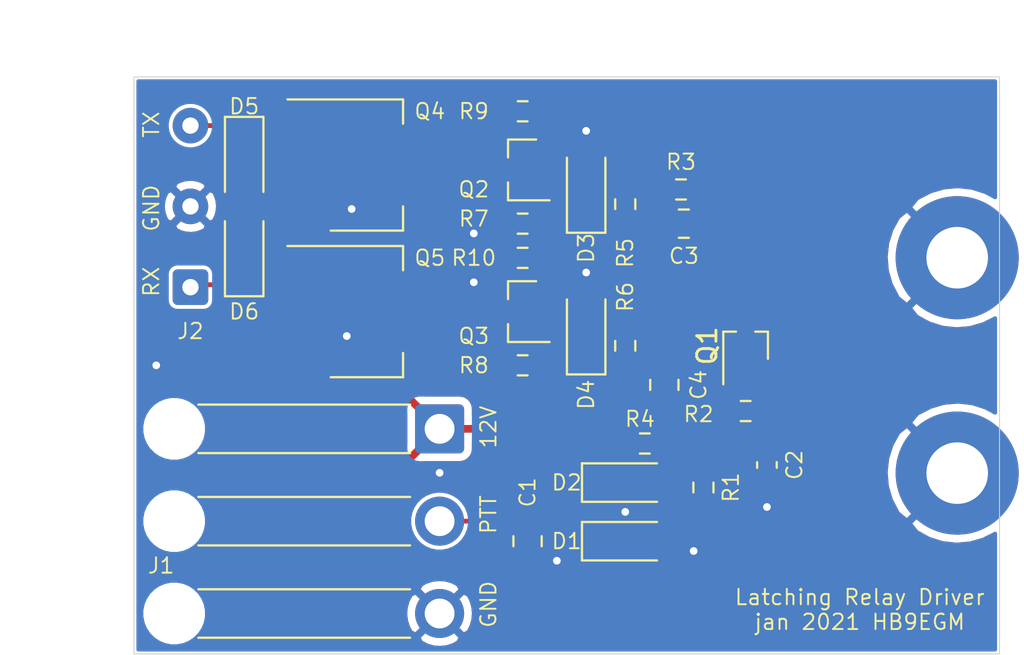
<source format=kicad_pcb>
(kicad_pcb (version 20171130) (host pcbnew 5.1.8)

  (general
    (thickness 1.6)
    (drawings 12)
    (tracks 101)
    (zones 0)
    (modules 30)
    (nets 18)
  )

  (page A4)
  (title_block
    (title "Latching Relay Driver")
    (date 2021-01-16)
    (company HB9EGM)
  )

  (layers
    (0 F.Cu signal)
    (31 B.Cu signal)
    (32 B.Adhes user)
    (33 F.Adhes user)
    (34 B.Paste user)
    (35 F.Paste user)
    (36 B.SilkS user)
    (37 F.SilkS user)
    (38 B.Mask user)
    (39 F.Mask user)
    (40 Dwgs.User user)
    (41 Cmts.User user)
    (42 Eco1.User user)
    (43 Eco2.User user)
    (44 Edge.Cuts user)
    (45 Margin user)
    (46 B.CrtYd user)
    (47 F.CrtYd user)
    (48 B.Fab user hide)
    (49 F.Fab user hide)
  )

  (setup
    (last_trace_width 0.25)
    (user_trace_width 0.2)
    (user_trace_width 0.25)
    (trace_clearance 0.2)
    (zone_clearance 0.1)
    (zone_45_only no)
    (trace_min 0.2)
    (via_size 0.8)
    (via_drill 0.4)
    (via_min_size 0.4)
    (via_min_drill 0.3)
    (user_via 0.8 0.4)
    (uvia_size 0.3)
    (uvia_drill 0.1)
    (uvias_allowed no)
    (uvia_min_size 0.2)
    (uvia_min_drill 0.1)
    (edge_width 0.05)
    (segment_width 0.2)
    (pcb_text_width 0.3)
    (pcb_text_size 1.5 1.5)
    (mod_edge_width 0.1)
    (mod_text_size 0.8 0.8)
    (mod_text_width 0.1)
    (pad_size 1.524 1.524)
    (pad_drill 0.762)
    (pad_to_mask_clearance 0)
    (aux_axis_origin 0 0)
    (visible_elements FFFFFF7F)
    (pcbplotparams
      (layerselection 0x010f0_ffffffff)
      (usegerberextensions false)
      (usegerberattributes true)
      (usegerberadvancedattributes true)
      (creategerberjobfile true)
      (excludeedgelayer true)
      (linewidth 0.100000)
      (plotframeref false)
      (viasonmask false)
      (mode 1)
      (useauxorigin false)
      (hpglpennumber 1)
      (hpglpenspeed 20)
      (hpglpendiameter 15.000000)
      (psnegative false)
      (psa4output false)
      (plotreference true)
      (plotvalue true)
      (plotinvisibletext false)
      (padsonsilk false)
      (subtractmaskfromsilk false)
      (outputformat 1)
      (mirror false)
      (drillshape 0)
      (scaleselection 1)
      (outputdirectory "out"))
  )

  (net 0 "")
  (net 1 GND)
  (net 2 /PTT)
  (net 3 +12V)
  (net 4 "Net-(C3-Pad2)")
  (net 5 "Net-(C3-Pad1)")
  (net 6 "Net-(C4-Pad2)")
  (net 7 "Net-(C4-Pad1)")
  (net 8 "Net-(D1-Pad2)")
  (net 9 /RELAY_TX)
  (net 10 /RELAY_RX)
  (net 11 "Net-(Q1-Pad1)")
  (net 12 "Net-(Q2-Pad3)")
  (net 13 "Net-(Q2-Pad1)")
  (net 14 "Net-(Q3-Pad3)")
  (net 15 "Net-(Q3-Pad1)")
  (net 16 "Net-(Q4-Pad1)")
  (net 17 "Net-(Q5-Pad1)")

  (net_class Default "This is the default net class."
    (clearance 0.2)
    (trace_width 0.25)
    (via_dia 0.8)
    (via_drill 0.4)
    (uvia_dia 0.3)
    (uvia_drill 0.1)
    (add_net /PTT)
    (add_net /RELAY_RX)
    (add_net /RELAY_TX)
    (add_net GND)
    (add_net "Net-(C3-Pad1)")
    (add_net "Net-(C3-Pad2)")
    (add_net "Net-(C4-Pad1)")
    (add_net "Net-(C4-Pad2)")
    (add_net "Net-(D1-Pad2)")
    (add_net "Net-(Q1-Pad1)")
    (add_net "Net-(Q2-Pad1)")
    (add_net "Net-(Q2-Pad3)")
    (add_net "Net-(Q3-Pad1)")
    (add_net "Net-(Q3-Pad3)")
    (add_net "Net-(Q4-Pad1)")
    (add_net "Net-(Q5-Pad1)")
  )

  (net_class Power ""
    (clearance 0.4)
    (trace_width 0.4)
    (via_dia 0.8)
    (via_drill 0.4)
    (uvia_dia 0.3)
    (uvia_drill 0.1)
    (add_net +12V)
  )

  (module Package_TO_SOT_SMD:SOT-323_SC-70_Handsoldering (layer F.Cu) (tedit 5A02FF57) (tstamp 60031B36)
    (at 151.8 93.98 90)
    (descr "SOT-323, SC-70 Handsoldering")
    (tags "SOT-323 SC-70 Handsoldering")
    (path /60034610)
    (attr smd)
    (fp_text reference Q1 (at 0 -2 90) (layer F.SilkS)
      (effects (font (size 1 1) (thickness 0.15)))
    )
    (fp_text value BC856BW (at 0 2.05 90) (layer F.Fab)
      (effects (font (size 1 1) (thickness 0.15)))
    )
    (fp_text user %R (at 0 0) (layer F.Fab)
      (effects (font (size 0.5 0.5) (thickness 0.075)))
    )
    (fp_line (start 0.735 0.5) (end 0.735 1.16) (layer F.SilkS) (width 0.12))
    (fp_line (start 0.735 -1.17) (end 0.735 -0.5) (layer F.SilkS) (width 0.12))
    (fp_line (start 2.4 1.3) (end -2.4 1.3) (layer F.CrtYd) (width 0.05))
    (fp_line (start 2.4 -1.3) (end 2.4 1.3) (layer F.CrtYd) (width 0.05))
    (fp_line (start -2.4 -1.3) (end 2.4 -1.3) (layer F.CrtYd) (width 0.05))
    (fp_line (start -2.4 1.3) (end -2.4 -1.3) (layer F.CrtYd) (width 0.05))
    (fp_line (start 0.735 -1.16) (end -2 -1.16) (layer F.SilkS) (width 0.12))
    (fp_line (start -0.675 1.16) (end 0.735 1.16) (layer F.SilkS) (width 0.12))
    (fp_line (start 0.675 -1.1) (end -0.175 -1.1) (layer F.Fab) (width 0.1))
    (fp_line (start -0.675 -0.6) (end -0.675 1.1) (layer F.Fab) (width 0.1))
    (fp_line (start 0.675 -1.1) (end 0.675 1.1) (layer F.Fab) (width 0.1))
    (fp_line (start 0.675 1.1) (end -0.675 1.1) (layer F.Fab) (width 0.1))
    (fp_line (start -0.175 -1.1) (end -0.675 -0.6) (layer F.Fab) (width 0.1))
    (pad 3 smd rect (at 1.33 0) (size 0.45 1.5) (layers F.Cu F.Paste F.Mask)
      (net 5 "Net-(C3-Pad1)"))
    (pad 2 smd rect (at -1.33 0.65) (size 0.45 1.5) (layers F.Cu F.Paste F.Mask)
      (net 3 +12V))
    (pad 1 smd rect (at -1.33 -0.65) (size 0.45 1.5) (layers F.Cu F.Paste F.Mask)
      (net 11 "Net-(Q1-Pad1)"))
    (model ${KISYS3DMOD}/Package_TO_SOT_SMD.3dshapes/SOT-323_SC-70.wrl
      (at (xyz 0 0 0))
      (scale (xyz 1 1 1))
      (rotate (xyz 0 0 0))
    )
  )

  (module Symbol:KiCad-Logo_5mm_Copper locked (layer F.Cu) (tedit 0) (tstamp 60034CE1)
    (at 158.242 82.296 180)
    (descr "KiCad Logo")
    (tags "Logo KiCad")
    (attr virtual)
    (fp_text reference REF** (at 0 -5.08) (layer F.SilkS) hide
      (effects (font (size 1 1) (thickness 0.15)))
    )
    (fp_text value KiCad-Logo_5mm_Copper (at 0 3.81) (layer F.Fab) hide
      (effects (font (size 1 1) (thickness 0.15)))
    )
    (fp_poly (pts (xy -2.9464 -2.510946) (xy -2.935535 -2.397007) (xy -2.903918 -2.289384) (xy -2.853015 -2.190385)
      (xy -2.784293 -2.102316) (xy -2.699219 -2.027484) (xy -2.602232 -1.969616) (xy -2.495964 -1.929995)
      (xy -2.38895 -1.911427) (xy -2.2833 -1.912566) (xy -2.181125 -1.93207) (xy -2.084534 -1.968594)
      (xy -1.995638 -2.020795) (xy -1.916546 -2.087327) (xy -1.849369 -2.166848) (xy -1.796217 -2.258013)
      (xy -1.759199 -2.359477) (xy -1.740427 -2.469898) (xy -1.738489 -2.519794) (xy -1.738489 -2.607733)
      (xy -1.68656 -2.607733) (xy -1.650253 -2.604889) (xy -1.623355 -2.593089) (xy -1.596249 -2.569351)
      (xy -1.557867 -2.530969) (xy -1.557867 -0.339398) (xy -1.557876 -0.077261) (xy -1.557908 0.163241)
      (xy -1.557972 0.383048) (xy -1.558076 0.583101) (xy -1.558227 0.764344) (xy -1.558434 0.927716)
      (xy -1.558706 1.07416) (xy -1.55905 1.204617) (xy -1.559474 1.320029) (xy -1.559987 1.421338)
      (xy -1.560597 1.509484) (xy -1.561312 1.58541) (xy -1.56214 1.650057) (xy -1.563089 1.704367)
      (xy -1.564167 1.74928) (xy -1.565383 1.78574) (xy -1.566745 1.814687) (xy -1.568261 1.837063)
      (xy -1.569938 1.853809) (xy -1.571786 1.865868) (xy -1.573813 1.87418) (xy -1.576025 1.879687)
      (xy -1.577108 1.881537) (xy -1.581271 1.888549) (xy -1.584805 1.894996) (xy -1.588635 1.9009)
      (xy -1.593682 1.906286) (xy -1.600871 1.911178) (xy -1.611123 1.915598) (xy -1.625364 1.919572)
      (xy -1.644514 1.923121) (xy -1.669499 1.92627) (xy -1.70124 1.929042) (xy -1.740662 1.931461)
      (xy -1.788686 1.933551) (xy -1.846237 1.935335) (xy -1.914237 1.936837) (xy -1.99361 1.93808)
      (xy -2.085279 1.939089) (xy -2.190166 1.939885) (xy -2.309196 1.940494) (xy -2.44329 1.940939)
      (xy -2.593373 1.941243) (xy -2.760367 1.94143) (xy -2.945196 1.941524) (xy -3.148783 1.941548)
      (xy -3.37205 1.941525) (xy -3.615922 1.94148) (xy -3.881321 1.941437) (xy -3.919704 1.941432)
      (xy -4.186682 1.941389) (xy -4.432002 1.941318) (xy -4.656583 1.941213) (xy -4.861345 1.941066)
      (xy -5.047206 1.940869) (xy -5.215088 1.940616) (xy -5.365908 1.9403) (xy -5.500587 1.939913)
      (xy -5.620044 1.939447) (xy -5.725199 1.938897) (xy -5.816971 1.938253) (xy -5.896279 1.937511)
      (xy -5.964043 1.936661) (xy -6.021182 1.935697) (xy -6.068617 1.934611) (xy -6.107266 1.933397)
      (xy -6.138049 1.932047) (xy -6.161885 1.930555) (xy -6.179694 1.928911) (xy -6.192395 1.927111)
      (xy -6.200908 1.925145) (xy -6.205266 1.923477) (xy -6.213728 1.919906) (xy -6.221497 1.91727)
      (xy -6.228602 1.914634) (xy -6.235073 1.911062) (xy -6.240939 1.905621) (xy -6.246229 1.897375)
      (xy -6.250974 1.88539) (xy -6.255202 1.868731) (xy -6.258943 1.846463) (xy -6.262227 1.817652)
      (xy -6.265083 1.781363) (xy -6.26754 1.736661) (xy -6.269629 1.682611) (xy -6.271378 1.618279)
      (xy -6.272817 1.54273) (xy -6.273976 1.45503) (xy -6.274883 1.354243) (xy -6.275569 1.239434)
      (xy -6.276063 1.10967) (xy -6.276395 0.964015) (xy -6.276593 0.801535) (xy -6.276687 0.621295)
      (xy -6.276708 0.42236) (xy -6.276685 0.203796) (xy -6.276646 -0.035332) (xy -6.276622 -0.29596)
      (xy -6.276622 -0.338111) (xy -6.276636 -0.601008) (xy -6.276661 -0.842268) (xy -6.276671 -1.062835)
      (xy -6.276642 -1.263648) (xy -6.276548 -1.445651) (xy -6.276362 -1.609784) (xy -6.276059 -1.756989)
      (xy -6.275614 -1.888208) (xy -6.275034 -1.998133) (xy -5.972197 -1.998133) (xy -5.932407 -1.940289)
      (xy -5.921236 -1.924521) (xy -5.911166 -1.910559) (xy -5.902138 -1.897216) (xy -5.894097 -1.883307)
      (xy -5.886986 -1.867644) (xy -5.880747 -1.849042) (xy -5.875325 -1.826314) (xy -5.870662 -1.798273)
      (xy -5.866701 -1.763733) (xy -5.863385 -1.721508) (xy -5.860659 -1.670411) (xy -5.858464 -1.609256)
      (xy -5.856745 -1.536856) (xy -5.855444 -1.452025) (xy -5.854505 -1.353578) (xy -5.85387 -1.240326)
      (xy -5.853484 -1.111084) (xy -5.853288 -0.964666) (xy -5.853227 -0.799884) (xy -5.853243 -0.615553)
      (xy -5.85328 -0.410487) (xy -5.853289 -0.287867) (xy -5.853265 -0.070918) (xy -5.853231 0.124642)
      (xy -5.853243 0.299999) (xy -5.853358 0.456341) (xy -5.85363 0.594857) (xy -5.854118 0.716734)
      (xy -5.854876 0.82316) (xy -5.855962 0.915322) (xy -5.857431 0.994409) (xy -5.85934 1.061608)
      (xy -5.861744 1.118107) (xy -5.864701 1.165093) (xy -5.868266 1.203755) (xy -5.872495 1.23528)
      (xy -5.877446 1.260855) (xy -5.883173 1.28167) (xy -5.889733 1.298911) (xy -5.897183 1.313765)
      (xy -5.905579 1.327422) (xy -5.914976 1.341069) (xy -5.925432 1.355893) (xy -5.931523 1.364783)
      (xy -5.970296 1.4224) (xy -5.438732 1.4224) (xy -5.315483 1.422365) (xy -5.212987 1.422215)
      (xy -5.12942 1.421878) (xy -5.062956 1.421286) (xy -5.011771 1.420367) (xy -4.974041 1.419051)
      (xy -4.94794 1.417269) (xy -4.931644 1.414951) (xy -4.923328 1.412026) (xy -4.921168 1.408424)
      (xy -4.923339 1.404075) (xy -4.924535 1.402645) (xy -4.949685 1.365573) (xy -4.975583 1.312772)
      (xy -4.999192 1.25077) (xy -5.007461 1.224357) (xy -5.012078 1.206416) (xy -5.015979 1.185355)
      (xy -5.019248 1.159089) (xy -5.021966 1.125532) (xy -5.024215 1.082599) (xy -5.026077 1.028204)
      (xy -5.027636 0.960262) (xy -5.028972 0.876688) (xy -5.030169 0.775395) (xy -5.031308 0.6543)
      (xy -5.031685 0.6096) (xy -5.032702 0.484449) (xy -5.03346 0.380082) (xy -5.033903 0.294707)
      (xy -5.03397 0.226533) (xy -5.033605 0.173765) (xy -5.032748 0.134614) (xy -5.031341 0.107285)
      (xy -5.029325 0.089986) (xy -5.026643 0.080926) (xy -5.023236 0.078312) (xy -5.019044 0.080351)
      (xy -5.014571 0.084667) (xy -5.004216 0.097602) (xy -4.982158 0.126676) (xy -4.949957 0.169759)
      (xy -4.909174 0.224718) (xy -4.86137 0.289423) (xy -4.808105 0.361742) (xy -4.75094 0.439544)
      (xy -4.691437 0.520698) (xy -4.631155 0.603072) (xy -4.571655 0.684536) (xy -4.514498 0.762957)
      (xy -4.461245 0.836204) (xy -4.413457 0.902147) (xy -4.372693 0.958654) (xy -4.340516 1.003593)
      (xy -4.318485 1.034834) (xy -4.313917 1.041466) (xy -4.290996 1.078369) (xy -4.264188 1.126359)
      (xy -4.238789 1.175897) (xy -4.235568 1.182577) (xy -4.21389 1.230772) (xy -4.201304 1.268334)
      (xy -4.195574 1.30416) (xy -4.194456 1.3462) (xy -4.19509 1.4224) (xy -3.040651 1.4224)
      (xy -3.131815 1.328669) (xy -3.178612 1.278775) (xy -3.228899 1.222295) (xy -3.274944 1.168026)
      (xy -3.295369 1.142673) (xy -3.325807 1.103128) (xy -3.365862 1.049916) (xy -3.414361 0.984667)
      (xy -3.470135 0.909011) (xy -3.532011 0.824577) (xy -3.598819 0.732994) (xy -3.669387 0.635892)
      (xy -3.742545 0.534901) (xy -3.817121 0.43165) (xy -3.891944 0.327768) (xy -3.965843 0.224885)
      (xy -4.037646 0.124631) (xy -4.106184 0.028636) (xy -4.170284 -0.061473) (xy -4.228775 -0.144064)
      (xy -4.280486 -0.217508) (xy -4.324247 -0.280176) (xy -4.358885 -0.330439) (xy -4.38323 -0.366666)
      (xy -4.396111 -0.387229) (xy -4.397869 -0.391332) (xy -4.38991 -0.402658) (xy -4.369115 -0.429838)
      (xy -4.336847 -0.471171) (xy -4.29447 -0.524956) (xy -4.243347 -0.589494) (xy -4.184841 -0.663082)
      (xy -4.120314 -0.744022) (xy -4.051131 -0.830612) (xy -3.978653 -0.921152) (xy -3.904246 -1.01394)
      (xy -3.844517 -1.088298) (xy -2.833511 -1.088298) (xy -2.827602 -1.075341) (xy -2.813272 -1.053092)
      (xy -2.812225 -1.051609) (xy -2.793438 -1.021456) (xy -2.773791 -0.984625) (xy -2.769892 -0.976489)
      (xy -2.766356 -0.96806) (xy -2.76323 -0.957941) (xy -2.760486 -0.94474) (xy -2.758092 -0.927062)
      (xy -2.756019 -0.903516) (xy -2.754235 -0.872707) (xy -2.752712 -0.833243) (xy -2.751419 -0.783731)
      (xy -2.750326 -0.722777) (xy -2.749403 -0.648989) (xy -2.748619 -0.560972) (xy -2.747945 -0.457335)
      (xy -2.74735 -0.336684) (xy -2.746805 -0.197626) (xy -2.746279 -0.038768) (xy -2.745745 0.140089)
      (xy -2.745206 0.325207) (xy -2.744772 0.489145) (xy -2.744509 0.633303) (xy -2.744484 0.759079)
      (xy -2.744765 0.867871) (xy -2.745419 0.961077) (xy -2.746514 1.040097) (xy -2.748118 1.106328)
      (xy -2.750297 1.16117) (xy -2.753119 1.206021) (xy -2.756651 1.242278) (xy -2.760961 1.271341)
      (xy -2.766117 1.294609) (xy -2.772185 1.313479) (xy -2.779233 1.329351) (xy -2.787329 1.343622)
      (xy -2.79654 1.357691) (xy -2.80504 1.370158) (xy -2.822176 1.396452) (xy -2.832322 1.414037)
      (xy -2.833511 1.417257) (xy -2.822604 1.418334) (xy -2.791411 1.419335) (xy -2.742223 1.420235)
      (xy -2.677333 1.42101) (xy -2.59903 1.421637) (xy -2.509607 1.422091) (xy -2.411356 1.422349)
      (xy -2.342445 1.4224) (xy -2.237452 1.42218) (xy -2.14061 1.421548) (xy -2.054107 1.420549)
      (xy -1.980132 1.419227) (xy -1.920874 1.417626) (xy -1.87852 1.415791) (xy -1.85526 1.413765)
      (xy -1.851378 1.412493) (xy -1.859076 1.397591) (xy -1.867074 1.38956) (xy -1.880246 1.372434)
      (xy -1.897485 1.342183) (xy -1.909407 1.317622) (xy -1.936045 1.258711) (xy -1.93912 0.081845)
      (xy -1.942195 -1.095022) (xy -2.387853 -1.095022) (xy -2.48567 -1.094858) (xy -2.576064 -1.094389)
      (xy -2.65663 -1.093653) (xy -2.724962 -1.092684) (xy -2.778656 -1.09152) (xy -2.815305 -1.090197)
      (xy -2.832504 -1.088751) (xy -2.833511 -1.088298) (xy -3.844517 -1.088298) (xy -3.82927 -1.107278)
      (xy -3.75509 -1.199463) (xy -3.683069 -1.288796) (xy -3.614569 -1.373576) (xy -3.550955 -1.452102)
      (xy -3.493588 -1.522674) (xy -3.443833 -1.583591) (xy -3.403052 -1.633153) (xy -3.385888 -1.653822)
      (xy -3.299596 -1.754484) (xy -3.222997 -1.837741) (xy -3.154183 -1.905562) (xy -3.091248 -1.959911)
      (xy -3.081867 -1.967278) (xy -3.042356 -1.997883) (xy -4.174116 -1.998133) (xy -4.168827 -1.950156)
      (xy -4.17213 -1.892812) (xy -4.193661 -1.824537) (xy -4.233635 -1.744788) (xy -4.278943 -1.672505)
      (xy -4.295161 -1.64986) (xy -4.323214 -1.612304) (xy -4.36143 -1.561979) (xy -4.408137 -1.501027)
      (xy -4.461661 -1.431589) (xy -4.520331 -1.355806) (xy -4.582475 -1.27582) (xy -4.646421 -1.193772)
      (xy -4.710495 -1.111804) (xy -4.773027 -1.032057) (xy -4.832343 -0.956673) (xy -4.886771 -0.887793)
      (xy -4.934639 -0.827558) (xy -4.974275 -0.778111) (xy -5.004006 -0.741592) (xy -5.022161 -0.720142)
      (xy -5.02522 -0.716844) (xy -5.028079 -0.724851) (xy -5.030293 -0.755145) (xy -5.031857 -0.807444)
      (xy -5.032767 -0.881469) (xy -5.03302 -0.976937) (xy -5.032613 -1.093566) (xy -5.031704 -1.213555)
      (xy -5.030382 -1.345667) (xy -5.028857 -1.457406) (xy -5.026881 -1.550975) (xy -5.024206 -1.628581)
      (xy -5.020582 -1.692426) (xy -5.015761 -1.744717) (xy -5.009494 -1.787656) (xy -5.001532 -1.823449)
      (xy -4.991627 -1.8543) (xy -4.979531 -1.882414) (xy -4.964993 -1.909995) (xy -4.950311 -1.935034)
      (xy -4.912314 -1.998133) (xy -5.972197 -1.998133) (xy -6.275034 -1.998133) (xy -6.275001 -2.004383)
      (xy -6.274195 -2.106456) (xy -6.27317 -2.195367) (xy -6.2719 -2.272059) (xy -6.27036 -2.337473)
      (xy -6.268524 -2.392551) (xy -6.266367 -2.438235) (xy -6.263863 -2.475466) (xy -6.260987 -2.505187)
      (xy -6.257713 -2.528338) (xy -6.254015 -2.545861) (xy -6.249869 -2.558699) (xy -6.245247 -2.567792)
      (xy -6.240126 -2.574082) (xy -6.234478 -2.578512) (xy -6.228279 -2.582022) (xy -6.221504 -2.585555)
      (xy -6.215508 -2.589124) (xy -6.210275 -2.5917) (xy -6.202099 -2.594028) (xy -6.189886 -2.596122)
      (xy -6.172541 -2.597993) (xy -6.148969 -2.599653) (xy -6.118077 -2.601116) (xy -6.078768 -2.602392)
      (xy -6.02995 -2.603496) (xy -5.970527 -2.604439) (xy -5.899404 -2.605233) (xy -5.815488 -2.605891)
      (xy -5.717683 -2.606425) (xy -5.604894 -2.606847) (xy -5.476029 -2.607171) (xy -5.329991 -2.607408)
      (xy -5.165686 -2.60757) (xy -4.98202 -2.60767) (xy -4.777897 -2.60772) (xy -4.566753 -2.607733)
      (xy -2.9464 -2.607733) (xy -2.9464 -2.510946)) (layer F.Cu) (width 0.01))
    (fp_poly (pts (xy 0.328429 -2.050929) (xy 0.48857 -2.029755) (xy 0.65251 -1.989615) (xy 0.822313 -1.930111)
      (xy 1.000043 -1.850846) (xy 1.01131 -1.845301) (xy 1.069005 -1.817275) (xy 1.120552 -1.793198)
      (xy 1.162191 -1.774751) (xy 1.190162 -1.763614) (xy 1.199733 -1.761067) (xy 1.21895 -1.756059)
      (xy 1.223561 -1.751853) (xy 1.218458 -1.74142) (xy 1.202418 -1.715132) (xy 1.177288 -1.675743)
      (xy 1.144914 -1.626009) (xy 1.107143 -1.568685) (xy 1.065822 -1.506524) (xy 1.022798 -1.442282)
      (xy 0.979917 -1.378715) (xy 0.939026 -1.318575) (xy 0.901971 -1.26462) (xy 0.8706 -1.219603)
      (xy 0.846759 -1.186279) (xy 0.832294 -1.167403) (xy 0.830309 -1.165213) (xy 0.820191 -1.169862)
      (xy 0.79785 -1.187038) (xy 0.76728 -1.21356) (xy 0.751536 -1.228036) (xy 0.655047 -1.303318)
      (xy 0.548336 -1.358759) (xy 0.432832 -1.393859) (xy 0.309962 -1.40812) (xy 0.240561 -1.406949)
      (xy 0.119423 -1.389788) (xy 0.010205 -1.353906) (xy -0.087418 -1.299041) (xy -0.173772 -1.22493)
      (xy -0.249185 -1.131312) (xy -0.313982 -1.017924) (xy -0.351399 -0.931333) (xy -0.395252 -0.795634)
      (xy -0.427572 -0.64815) (xy -0.448443 -0.492686) (xy -0.457949 -0.333044) (xy -0.456173 -0.173027)
      (xy -0.443197 -0.016439) (xy -0.419106 0.132918) (xy -0.383982 0.27124) (xy -0.337908 0.394724)
      (xy -0.321627 0.428978) (xy -0.25338 0.543064) (xy -0.172921 0.639557) (xy -0.08143 0.71767)
      (xy 0.019911 0.776617) (xy 0.12992 0.815612) (xy 0.247415 0.833868) (xy 0.288883 0.835211)
      (xy 0.410441 0.82429) (xy 0.530878 0.791474) (xy 0.648666 0.737439) (xy 0.762277 0.662865)
      (xy 0.853685 0.584539) (xy 0.900215 0.540008) (xy 1.081483 0.837271) (xy 1.12658 0.911433)
      (xy 1.167819 0.979646) (xy 1.203735 1.039459) (xy 1.232866 1.08842) (xy 1.25375 1.124079)
      (xy 1.264924 1.143984) (xy 1.266375 1.147079) (xy 1.258146 1.156718) (xy 1.232567 1.173999)
      (xy 1.192873 1.197283) (xy 1.142297 1.224934) (xy 1.084074 1.255315) (xy 1.021437 1.28679)
      (xy 0.957621 1.317722) (xy 0.89586 1.346473) (xy 0.839388 1.371408) (xy 0.791438 1.390889)
      (xy 0.767986 1.399318) (xy 0.634221 1.437133) (xy 0.496327 1.462136) (xy 0.348622 1.47514)
      (xy 0.221833 1.477468) (xy 0.153878 1.476373) (xy 0.088277 1.474275) (xy 0.030847 1.471434)
      (xy -0.012597 1.468106) (xy -0.026702 1.466422) (xy -0.165716 1.437587) (xy -0.307243 1.392468)
      (xy -0.444725 1.33375) (xy -0.571606 1.26412) (xy -0.649111 1.211441) (xy -0.776519 1.103239)
      (xy -0.894822 0.976671) (xy -1.001828 0.834866) (xy -1.095348 0.680951) (xy -1.17319 0.518053)
      (xy -1.217044 0.400756) (xy -1.267292 0.217128) (xy -1.300791 0.022581) (xy -1.317551 -0.178675)
      (xy -1.317584 -0.382432) (xy -1.300899 -0.584479) (xy -1.267507 -0.780608) (xy -1.21742 -0.966609)
      (xy -1.213603 -0.978197) (xy -1.150719 -1.14025) (xy -1.073972 -1.288168) (xy -0.980758 -1.426135)
      (xy -0.868473 -1.558339) (xy -0.824608 -1.603601) (xy -0.688466 -1.727543) (xy -0.548509 -1.830085)
      (xy -0.402589 -1.912344) (xy -0.248558 -1.975436) (xy -0.084268 -2.020477) (xy 0.011289 -2.037967)
      (xy 0.170023 -2.053534) (xy 0.328429 -2.050929)) (layer F.Cu) (width 0.01))
    (fp_poly (pts (xy 2.673574 -1.133448) (xy 2.825492 -1.113433) (xy 2.960756 -1.079798) (xy 3.080239 -1.032275)
      (xy 3.184815 -0.970595) (xy 3.262424 -0.907035) (xy 3.331265 -0.832901) (xy 3.385006 -0.753129)
      (xy 3.42791 -0.660909) (xy 3.443384 -0.617839) (xy 3.456244 -0.578858) (xy 3.467446 -0.542711)
      (xy 3.47712 -0.507566) (xy 3.485396 -0.47159) (xy 3.492403 -0.43295) (xy 3.498272 -0.389815)
      (xy 3.503131 -0.340351) (xy 3.50711 -0.282727) (xy 3.51034 -0.215109) (xy 3.512949 -0.135666)
      (xy 3.515067 -0.042564) (xy 3.516824 0.066027) (xy 3.518349 0.191942) (xy 3.519772 0.337012)
      (xy 3.521025 0.479778) (xy 3.522351 0.635968) (xy 3.523556 0.771239) (xy 3.524766 0.887246)
      (xy 3.526106 0.985645) (xy 3.5277 1.068093) (xy 3.529675 1.136246) (xy 3.532156 1.19176)
      (xy 3.535269 1.236292) (xy 3.539138 1.271498) (xy 3.543889 1.299034) (xy 3.549648 1.320556)
      (xy 3.556539 1.337722) (xy 3.564689 1.352186) (xy 3.574223 1.365606) (xy 3.585266 1.379638)
      (xy 3.589566 1.385071) (xy 3.605386 1.40791) (xy 3.612422 1.423463) (xy 3.612444 1.423922)
      (xy 3.601567 1.426121) (xy 3.570582 1.428147) (xy 3.521957 1.429942) (xy 3.458163 1.431451)
      (xy 3.381669 1.432616) (xy 3.294944 1.43338) (xy 3.200457 1.433686) (xy 3.18955 1.433689)
      (xy 2.766657 1.433689) (xy 2.763395 1.337622) (xy 2.760133 1.241556) (xy 2.698044 1.292543)
      (xy 2.600714 1.360057) (xy 2.490813 1.414749) (xy 2.404349 1.444978) (xy 2.335278 1.459666)
      (xy 2.251925 1.469659) (xy 2.162159 1.474646) (xy 2.073845 1.474313) (xy 1.994851 1.468351)
      (xy 1.958622 1.462638) (xy 1.818603 1.424776) (xy 1.692178 1.369932) (xy 1.58026 1.298924)
      (xy 1.483762 1.212568) (xy 1.4036 1.111679) (xy 1.340687 0.997076) (xy 1.296312 0.870984)
      (xy 1.283978 0.814401) (xy 1.276368 0.752202) (xy 1.272739 0.677363) (xy 1.272245 0.643467)
      (xy 1.27231 0.640282) (xy 2.032248 0.640282) (xy 2.041541 0.715333) (xy 2.069728 0.77916)
      (xy 2.118197 0.834798) (xy 2.123254 0.839211) (xy 2.171548 0.874037) (xy 2.223257 0.89662)
      (xy 2.283989 0.90854) (xy 2.359352 0.911383) (xy 2.377459 0.910978) (xy 2.431278 0.908325)
      (xy 2.471308 0.902909) (xy 2.506324 0.892745) (xy 2.545103 0.87585) (xy 2.555745 0.870672)
      (xy 2.616396 0.834844) (xy 2.663215 0.792212) (xy 2.675952 0.776973) (xy 2.720622 0.720462)
      (xy 2.720622 0.524586) (xy 2.720086 0.445939) (xy 2.718396 0.387988) (xy 2.715428 0.348875)
      (xy 2.711057 0.326741) (xy 2.706972 0.320274) (xy 2.691047 0.317111) (xy 2.657264 0.314488)
      (xy 2.61034 0.312655) (xy 2.554993 0.311857) (xy 2.546106 0.311842) (xy 2.42533 0.317096)
      (xy 2.32266 0.333263) (xy 2.236106 0.360961) (xy 2.163681 0.400808) (xy 2.108751 0.447758)
      (xy 2.064204 0.505645) (xy 2.03948 0.568693) (xy 2.032248 0.640282) (xy 1.27231 0.640282)
      (xy 1.274178 0.549712) (xy 1.282522 0.470812) (xy 1.298768 0.39959) (xy 1.324405 0.328864)
      (xy 1.348401 0.276493) (xy 1.40702 0.181196) (xy 1.485117 0.09317) (xy 1.580315 0.014017)
      (xy 1.690238 -0.05466) (xy 1.81251 -0.111259) (xy 1.944755 -0.154179) (xy 2.009422 -0.169118)
      (xy 2.145604 -0.191223) (xy 2.294049 -0.205806) (xy 2.445505 -0.212187) (xy 2.572064 -0.210555)
      (xy 2.73395 -0.203776) (xy 2.72653 -0.262755) (xy 2.707238 -0.361908) (xy 2.676104 -0.442628)
      (xy 2.632269 -0.505534) (xy 2.574871 -0.551244) (xy 2.503048 -0.580378) (xy 2.415941 -0.593553)
      (xy 2.312686 -0.591389) (xy 2.274711 -0.587388) (xy 2.13352 -0.56222) (xy 1.996707 -0.521186)
      (xy 1.902178 -0.483185) (xy 1.857018 -0.46381) (xy 1.818585 -0.44824) (xy 1.792234 -0.438595)
      (xy 1.784546 -0.436548) (xy 1.774802 -0.445626) (xy 1.758083 -0.474595) (xy 1.734232 -0.523783)
      (xy 1.703093 -0.593516) (xy 1.664507 -0.684121) (xy 1.65791 -0.699911) (xy 1.627853 -0.772228)
      (xy 1.600874 -0.837575) (xy 1.578136 -0.893094) (xy 1.560806 -0.935928) (xy 1.550048 -0.963219)
      (xy 1.546941 -0.972058) (xy 1.55694 -0.976813) (xy 1.583217 -0.98209) (xy 1.611489 -0.985769)
      (xy 1.641646 -0.990526) (xy 1.689433 -0.999972) (xy 1.750612 -1.01318) (xy 1.820946 -1.029224)
      (xy 1.896194 -1.04718) (xy 1.924755 -1.054203) (xy 2.029816 -1.079791) (xy 2.11748 -1.099853)
      (xy 2.192068 -1.115031) (xy 2.257903 -1.125965) (xy 2.319307 -1.133296) (xy 2.380602 -1.137665)
      (xy 2.44611 -1.139713) (xy 2.504128 -1.140111) (xy 2.673574 -1.133448)) (layer F.Cu) (width 0.01))
    (fp_poly (pts (xy 6.186507 -0.527755) (xy 6.186526 -0.293338) (xy 6.186552 -0.080397) (xy 6.186625 0.112168)
      (xy 6.186782 0.285459) (xy 6.187064 0.440576) (xy 6.187509 0.57862) (xy 6.188156 0.700692)
      (xy 6.189045 0.807894) (xy 6.190213 0.901326) (xy 6.191701 0.98209) (xy 6.193546 1.051286)
      (xy 6.195789 1.110015) (xy 6.198469 1.159379) (xy 6.201623 1.200478) (xy 6.205292 1.234413)
      (xy 6.209513 1.262286) (xy 6.214327 1.285198) (xy 6.219773 1.304249) (xy 6.225888 1.32054)
      (xy 6.232712 1.335173) (xy 6.240285 1.349249) (xy 6.248645 1.363868) (xy 6.253839 1.372974)
      (xy 6.288104 1.433689) (xy 5.429955 1.433689) (xy 5.429955 1.337733) (xy 5.429224 1.29437)
      (xy 5.427272 1.261205) (xy 5.424463 1.243424) (xy 5.423221 1.241778) (xy 5.411799 1.248662)
      (xy 5.389084 1.266505) (xy 5.366385 1.285879) (xy 5.3118 1.326614) (xy 5.242321 1.367617)
      (xy 5.16527 1.405123) (xy 5.087965 1.435364) (xy 5.057113 1.445012) (xy 4.988616 1.459578)
      (xy 4.905764 1.469539) (xy 4.816371 1.474583) (xy 4.728248 1.474396) (xy 4.649207 1.468666)
      (xy 4.611511 1.462858) (xy 4.473414 1.424797) (xy 4.346113 1.367073) (xy 4.230292 1.290211)
      (xy 4.126637 1.194739) (xy 4.035833 1.081179) (xy 3.969031 0.970381) (xy 3.914164 0.853625)
      (xy 3.872163 0.734276) (xy 3.842167 0.608283) (xy 3.823311 0.471594) (xy 3.814732 0.320158)
      (xy 3.814006 0.242711) (xy 3.8161 0.185934) (xy 4.645217 0.185934) (xy 4.645424 0.279002)
      (xy 4.648337 0.366692) (xy 4.654 0.443772) (xy 4.662455 0.505009) (xy 4.665038 0.51735)
      (xy 4.69684 0.624633) (xy 4.738498 0.711658) (xy 4.790363 0.778642) (xy 4.852781 0.825805)
      (xy 4.9261 0.853365) (xy 5.010669 0.861541) (xy 5.106835 0.850551) (xy 5.170311 0.834829)
      (xy 5.219454 0.816639) (xy 5.273583 0.790791) (xy 5.314244 0.767089) (xy 5.3848 0.720721)
      (xy 5.3848 -0.42947) (xy 5.317392 -0.473038) (xy 5.238867 -0.51396) (xy 5.154681 -0.540611)
      (xy 5.069557 -0.552535) (xy 4.988216 -0.549278) (xy 4.91538 -0.530385) (xy 4.883426 -0.514816)
      (xy 4.825501 -0.471819) (xy 4.776544 -0.415047) (xy 4.73539 -0.342425) (xy 4.700874 -0.251879)
      (xy 4.671833 -0.141334) (xy 4.670552 -0.135467) (xy 4.660381 -0.073212) (xy 4.652739 0.004594)
      (xy 4.64767 0.09272) (xy 4.645217 0.185934) (xy 3.8161 0.185934) (xy 3.821857 0.029895)
      (xy 3.843802 -0.165941) (xy 3.879786 -0.344668) (xy 3.929759 -0.506155) (xy 3.993668 -0.650274)
      (xy 4.071462 -0.776894) (xy 4.163089 -0.885885) (xy 4.268497 -0.977117) (xy 4.313662 -1.008068)
      (xy 4.414611 -1.064215) (xy 4.517901 -1.103826) (xy 4.627989 -1.127986) (xy 4.74933 -1.137781)
      (xy 4.841836 -1.136735) (xy 4.97149 -1.125769) (xy 5.084084 -1.103954) (xy 5.182875 -1.070286)
      (xy 5.271121 -1.023764) (xy 5.319986 -0.989552) (xy 5.349353 -0.967638) (xy 5.371043 -0.952667)
      (xy 5.379253 -0.948267) (xy 5.380868 -0.959096) (xy 5.382159 -0.989749) (xy 5.383138 -1.037474)
      (xy 5.383817 -1.099521) (xy 5.38421 -1.173138) (xy 5.38433 -1.255573) (xy 5.384188 -1.344075)
      (xy 5.383797 -1.435893) (xy 5.383171 -1.528276) (xy 5.38232 -1.618472) (xy 5.38126 -1.703729)
      (xy 5.380001 -1.781297) (xy 5.378556 -1.848424) (xy 5.376938 -1.902359) (xy 5.375161 -1.94035)
      (xy 5.374669 -1.947333) (xy 5.367092 -2.017749) (xy 5.355531 -2.072898) (xy 5.337792 -2.120019)
      (xy 5.311682 -2.166353) (xy 5.305415 -2.175933) (xy 5.280983 -2.212622) (xy 6.186311 -2.212622)
      (xy 6.186507 -0.527755)) (layer F.Cu) (width 0.01))
    (fp_poly (pts (xy -2.273043 -2.973429) (xy -2.176768 -2.949191) (xy -2.090184 -2.906359) (xy -2.015373 -2.846581)
      (xy -1.954418 -2.771506) (xy -1.909399 -2.68278) (xy -1.883136 -2.58647) (xy -1.877286 -2.489205)
      (xy -1.89214 -2.395346) (xy -1.92584 -2.307489) (xy -1.976528 -2.22823) (xy -2.042345 -2.160164)
      (xy -2.121434 -2.105888) (xy -2.211934 -2.067998) (xy -2.2632 -2.055574) (xy -2.307698 -2.048053)
      (xy -2.341999 -2.045081) (xy -2.37496 -2.046906) (xy -2.415434 -2.053775) (xy -2.448531 -2.06075)
      (xy -2.541947 -2.092259) (xy -2.625619 -2.143383) (xy -2.697665 -2.212571) (xy -2.7562 -2.298272)
      (xy -2.770148 -2.325511) (xy -2.786586 -2.361878) (xy -2.796894 -2.392418) (xy -2.80246 -2.42455)
      (xy -2.804669 -2.465693) (xy -2.804948 -2.511778) (xy -2.800861 -2.596135) (xy -2.787446 -2.665414)
      (xy -2.762256 -2.726039) (xy -2.722846 -2.784433) (xy -2.684298 -2.828698) (xy -2.612406 -2.894516)
      (xy -2.537313 -2.939947) (xy -2.454562 -2.96715) (xy -2.376928 -2.977424) (xy -2.273043 -2.973429)) (layer F.Cu) (width 0.01))
  )

  (module Resistor_SMD:R_0603_1608Metric_Pad0.98x0.95mm_HandSolder (layer F.Cu) (tedit 5F68FEEE) (tstamp 60031C36)
    (at 140.208 89.408 180)
    (descr "Resistor SMD 0603 (1608 Metric), square (rectangular) end terminal, IPC_7351 nominal with elongated pad for handsoldering. (Body size source: IPC-SM-782 page 72, https://www.pcb-3d.com/wordpress/wp-content/uploads/ipc-sm-782a_amendment_1_and_2.pdf), generated with kicad-footprint-generator")
    (tags "resistor handsolder")
    (path /60047A43)
    (attr smd)
    (fp_text reference R10 (at 2.54 0) (layer F.SilkS)
      (effects (font (size 0.8 0.8) (thickness 0.1)))
    )
    (fp_text value 4k7 (at 0 1.43) (layer F.Fab)
      (effects (font (size 1 1) (thickness 0.15)))
    )
    (fp_text user %R (at 0 0) (layer F.Fab)
      (effects (font (size 0.8 0.8) (thickness 0.1)))
    )
    (fp_line (start -0.8 0.4125) (end -0.8 -0.4125) (layer F.Fab) (width 0.1))
    (fp_line (start -0.8 -0.4125) (end 0.8 -0.4125) (layer F.Fab) (width 0.1))
    (fp_line (start 0.8 -0.4125) (end 0.8 0.4125) (layer F.Fab) (width 0.1))
    (fp_line (start 0.8 0.4125) (end -0.8 0.4125) (layer F.Fab) (width 0.1))
    (fp_line (start -0.254724 -0.5225) (end 0.254724 -0.5225) (layer F.SilkS) (width 0.12))
    (fp_line (start -0.254724 0.5225) (end 0.254724 0.5225) (layer F.SilkS) (width 0.12))
    (fp_line (start -1.65 0.73) (end -1.65 -0.73) (layer F.CrtYd) (width 0.05))
    (fp_line (start -1.65 -0.73) (end 1.65 -0.73) (layer F.CrtYd) (width 0.05))
    (fp_line (start 1.65 -0.73) (end 1.65 0.73) (layer F.CrtYd) (width 0.05))
    (fp_line (start 1.65 0.73) (end -1.65 0.73) (layer F.CrtYd) (width 0.05))
    (pad 2 smd roundrect (at 0.9125 0 180) (size 0.975 0.95) (layers F.Cu F.Paste F.Mask) (roundrect_rratio 0.25)
      (net 17 "Net-(Q5-Pad1)"))
    (pad 1 smd roundrect (at -0.9125 0 180) (size 0.975 0.95) (layers F.Cu F.Paste F.Mask) (roundrect_rratio 0.25)
      (net 14 "Net-(Q3-Pad3)"))
    (model ${KISYS3DMOD}/Resistor_SMD.3dshapes/R_0603_1608Metric.wrl
      (at (xyz 0 0 0))
      (scale (xyz 1 1 1))
      (rotate (xyz 0 0 0))
    )
  )

  (module Resistor_SMD:R_0603_1608Metric_Pad0.98x0.95mm_HandSolder (layer F.Cu) (tedit 5F68FEEE) (tstamp 60031C25)
    (at 140.208 81.788 180)
    (descr "Resistor SMD 0603 (1608 Metric), square (rectangular) end terminal, IPC_7351 nominal with elongated pad for handsoldering. (Body size source: IPC-SM-782 page 72, https://www.pcb-3d.com/wordpress/wp-content/uploads/ipc-sm-782a_amendment_1_and_2.pdf), generated with kicad-footprint-generator")
    (tags "resistor handsolder")
    (path /6003E31F)
    (attr smd)
    (fp_text reference R9 (at 2.54 0) (layer F.SilkS)
      (effects (font (size 0.8 0.8) (thickness 0.1)))
    )
    (fp_text value 4k7 (at 0 1.43) (layer F.Fab)
      (effects (font (size 1 1) (thickness 0.15)))
    )
    (fp_text user %R (at 0 0) (layer F.Fab)
      (effects (font (size 0.8 0.8) (thickness 0.1)))
    )
    (fp_line (start -0.8 0.4125) (end -0.8 -0.4125) (layer F.Fab) (width 0.1))
    (fp_line (start -0.8 -0.4125) (end 0.8 -0.4125) (layer F.Fab) (width 0.1))
    (fp_line (start 0.8 -0.4125) (end 0.8 0.4125) (layer F.Fab) (width 0.1))
    (fp_line (start 0.8 0.4125) (end -0.8 0.4125) (layer F.Fab) (width 0.1))
    (fp_line (start -0.254724 -0.5225) (end 0.254724 -0.5225) (layer F.SilkS) (width 0.12))
    (fp_line (start -0.254724 0.5225) (end 0.254724 0.5225) (layer F.SilkS) (width 0.12))
    (fp_line (start -1.65 0.73) (end -1.65 -0.73) (layer F.CrtYd) (width 0.05))
    (fp_line (start -1.65 -0.73) (end 1.65 -0.73) (layer F.CrtYd) (width 0.05))
    (fp_line (start 1.65 -0.73) (end 1.65 0.73) (layer F.CrtYd) (width 0.05))
    (fp_line (start 1.65 0.73) (end -1.65 0.73) (layer F.CrtYd) (width 0.05))
    (pad 2 smd roundrect (at 0.9125 0 180) (size 0.975 0.95) (layers F.Cu F.Paste F.Mask) (roundrect_rratio 0.25)
      (net 16 "Net-(Q4-Pad1)"))
    (pad 1 smd roundrect (at -0.9125 0 180) (size 0.975 0.95) (layers F.Cu F.Paste F.Mask) (roundrect_rratio 0.25)
      (net 12 "Net-(Q2-Pad3)"))
    (model ${KISYS3DMOD}/Resistor_SMD.3dshapes/R_0603_1608Metric.wrl
      (at (xyz 0 0 0))
      (scale (xyz 1 1 1))
      (rotate (xyz 0 0 0))
    )
  )

  (module Resistor_SMD:R_0603_1608Metric_Pad0.98x0.95mm_HandSolder (layer F.Cu) (tedit 5F68FEEE) (tstamp 60031C14)
    (at 140.208 94.996 180)
    (descr "Resistor SMD 0603 (1608 Metric), square (rectangular) end terminal, IPC_7351 nominal with elongated pad for handsoldering. (Body size source: IPC-SM-782 page 72, https://www.pcb-3d.com/wordpress/wp-content/uploads/ipc-sm-782a_amendment_1_and_2.pdf), generated with kicad-footprint-generator")
    (tags "resistor handsolder")
    (path /60047A26)
    (attr smd)
    (fp_text reference R8 (at 2.54 0) (layer F.SilkS)
      (effects (font (size 0.8 0.8) (thickness 0.1)))
    )
    (fp_text value 10k (at 0 1.43) (layer F.Fab)
      (effects (font (size 1 1) (thickness 0.15)))
    )
    (fp_text user %R (at 0 0) (layer F.Fab)
      (effects (font (size 0.8 0.8) (thickness 0.1)))
    )
    (fp_line (start -0.8 0.4125) (end -0.8 -0.4125) (layer F.Fab) (width 0.1))
    (fp_line (start -0.8 -0.4125) (end 0.8 -0.4125) (layer F.Fab) (width 0.1))
    (fp_line (start 0.8 -0.4125) (end 0.8 0.4125) (layer F.Fab) (width 0.1))
    (fp_line (start 0.8 0.4125) (end -0.8 0.4125) (layer F.Fab) (width 0.1))
    (fp_line (start -0.254724 -0.5225) (end 0.254724 -0.5225) (layer F.SilkS) (width 0.12))
    (fp_line (start -0.254724 0.5225) (end 0.254724 0.5225) (layer F.SilkS) (width 0.12))
    (fp_line (start -1.65 0.73) (end -1.65 -0.73) (layer F.CrtYd) (width 0.05))
    (fp_line (start -1.65 -0.73) (end 1.65 -0.73) (layer F.CrtYd) (width 0.05))
    (fp_line (start 1.65 -0.73) (end 1.65 0.73) (layer F.CrtYd) (width 0.05))
    (fp_line (start 1.65 0.73) (end -1.65 0.73) (layer F.CrtYd) (width 0.05))
    (pad 2 smd roundrect (at 0.9125 0 180) (size 0.975 0.95) (layers F.Cu F.Paste F.Mask) (roundrect_rratio 0.25)
      (net 15 "Net-(Q3-Pad1)"))
    (pad 1 smd roundrect (at -0.9125 0 180) (size 0.975 0.95) (layers F.Cu F.Paste F.Mask) (roundrect_rratio 0.25)
      (net 6 "Net-(C4-Pad2)"))
    (model ${KISYS3DMOD}/Resistor_SMD.3dshapes/R_0603_1608Metric.wrl
      (at (xyz 0 0 0))
      (scale (xyz 1 1 1))
      (rotate (xyz 0 0 0))
    )
  )

  (module Resistor_SMD:R_0603_1608Metric_Pad0.98x0.95mm_HandSolder (layer F.Cu) (tedit 5F68FEEE) (tstamp 60031C03)
    (at 140.208 87.63 180)
    (descr "Resistor SMD 0603 (1608 Metric), square (rectangular) end terminal, IPC_7351 nominal with elongated pad for handsoldering. (Body size source: IPC-SM-782 page 72, https://www.pcb-3d.com/wordpress/wp-content/uploads/ipc-sm-782a_amendment_1_and_2.pdf), generated with kicad-footprint-generator")
    (tags "resistor handsolder")
    (path /6003C42C)
    (attr smd)
    (fp_text reference R7 (at 2.54 0.254) (layer F.SilkS)
      (effects (font (size 0.8 0.8) (thickness 0.1)))
    )
    (fp_text value 10k (at 0 1.43) (layer F.Fab)
      (effects (font (size 1 1) (thickness 0.15)))
    )
    (fp_text user %R (at 0 0) (layer F.Fab)
      (effects (font (size 0.8 0.8) (thickness 0.1)))
    )
    (fp_line (start -0.8 0.4125) (end -0.8 -0.4125) (layer F.Fab) (width 0.1))
    (fp_line (start -0.8 -0.4125) (end 0.8 -0.4125) (layer F.Fab) (width 0.1))
    (fp_line (start 0.8 -0.4125) (end 0.8 0.4125) (layer F.Fab) (width 0.1))
    (fp_line (start 0.8 0.4125) (end -0.8 0.4125) (layer F.Fab) (width 0.1))
    (fp_line (start -0.254724 -0.5225) (end 0.254724 -0.5225) (layer F.SilkS) (width 0.12))
    (fp_line (start -0.254724 0.5225) (end 0.254724 0.5225) (layer F.SilkS) (width 0.12))
    (fp_line (start -1.65 0.73) (end -1.65 -0.73) (layer F.CrtYd) (width 0.05))
    (fp_line (start -1.65 -0.73) (end 1.65 -0.73) (layer F.CrtYd) (width 0.05))
    (fp_line (start 1.65 -0.73) (end 1.65 0.73) (layer F.CrtYd) (width 0.05))
    (fp_line (start 1.65 0.73) (end -1.65 0.73) (layer F.CrtYd) (width 0.05))
    (pad 2 smd roundrect (at 0.9125 0 180) (size 0.975 0.95) (layers F.Cu F.Paste F.Mask) (roundrect_rratio 0.25)
      (net 13 "Net-(Q2-Pad1)"))
    (pad 1 smd roundrect (at -0.9125 0 180) (size 0.975 0.95) (layers F.Cu F.Paste F.Mask) (roundrect_rratio 0.25)
      (net 4 "Net-(C3-Pad2)"))
    (model ${KISYS3DMOD}/Resistor_SMD.3dshapes/R_0603_1608Metric.wrl
      (at (xyz 0 0 0))
      (scale (xyz 1 1 1))
      (rotate (xyz 0 0 0))
    )
  )

  (module Resistor_SMD:R_0603_1608Metric_Pad0.98x0.95mm_HandSolder (layer F.Cu) (tedit 5F68FEEE) (tstamp 60031BF2)
    (at 145.542 93.98 270)
    (descr "Resistor SMD 0603 (1608 Metric), square (rectangular) end terminal, IPC_7351 nominal with elongated pad for handsoldering. (Body size source: IPC-SM-782 page 72, https://www.pcb-3d.com/wordpress/wp-content/uploads/ipc-sm-782a_amendment_1_and_2.pdf), generated with kicad-footprint-generator")
    (tags "resistor handsolder")
    (path /60047A01)
    (attr smd)
    (fp_text reference R6 (at -2.54 0 90) (layer F.SilkS)
      (effects (font (size 0.8 0.8) (thickness 0.1)))
    )
    (fp_text value 4k7 (at 0 1.43 90) (layer F.Fab)
      (effects (font (size 1 1) (thickness 0.15)))
    )
    (fp_text user %R (at 0 0 90) (layer F.Fab)
      (effects (font (size 0.8 0.8) (thickness 0.1)))
    )
    (fp_line (start -0.8 0.4125) (end -0.8 -0.4125) (layer F.Fab) (width 0.1))
    (fp_line (start -0.8 -0.4125) (end 0.8 -0.4125) (layer F.Fab) (width 0.1))
    (fp_line (start 0.8 -0.4125) (end 0.8 0.4125) (layer F.Fab) (width 0.1))
    (fp_line (start 0.8 0.4125) (end -0.8 0.4125) (layer F.Fab) (width 0.1))
    (fp_line (start -0.254724 -0.5225) (end 0.254724 -0.5225) (layer F.SilkS) (width 0.12))
    (fp_line (start -0.254724 0.5225) (end 0.254724 0.5225) (layer F.SilkS) (width 0.12))
    (fp_line (start -1.65 0.73) (end -1.65 -0.73) (layer F.CrtYd) (width 0.05))
    (fp_line (start -1.65 -0.73) (end 1.65 -0.73) (layer F.CrtYd) (width 0.05))
    (fp_line (start 1.65 -0.73) (end 1.65 0.73) (layer F.CrtYd) (width 0.05))
    (fp_line (start 1.65 0.73) (end -1.65 0.73) (layer F.CrtYd) (width 0.05))
    (pad 2 smd roundrect (at 0.9125 0 270) (size 0.975 0.95) (layers F.Cu F.Paste F.Mask) (roundrect_rratio 0.25)
      (net 6 "Net-(C4-Pad2)"))
    (pad 1 smd roundrect (at -0.9125 0 270) (size 0.975 0.95) (layers F.Cu F.Paste F.Mask) (roundrect_rratio 0.25)
      (net 1 GND))
    (model ${KISYS3DMOD}/Resistor_SMD.3dshapes/R_0603_1608Metric.wrl
      (at (xyz 0 0 0))
      (scale (xyz 1 1 1))
      (rotate (xyz 0 0 0))
    )
  )

  (module Resistor_SMD:R_0603_1608Metric_Pad0.98x0.95mm_HandSolder (layer F.Cu) (tedit 5F68FEEE) (tstamp 60031BE1)
    (at 145.542 86.614 270)
    (descr "Resistor SMD 0603 (1608 Metric), square (rectangular) end terminal, IPC_7351 nominal with elongated pad for handsoldering. (Body size source: IPC-SM-782 page 72, https://www.pcb-3d.com/wordpress/wp-content/uploads/ipc-sm-782a_amendment_1_and_2.pdf), generated with kicad-footprint-generator")
    (tags "resistor handsolder")
    (path /600394C6)
    (attr smd)
    (fp_text reference R5 (at 2.54 0 90) (layer F.SilkS)
      (effects (font (size 0.8 0.8) (thickness 0.1)))
    )
    (fp_text value 4k7 (at 0 1.43 90) (layer F.Fab)
      (effects (font (size 1 1) (thickness 0.15)))
    )
    (fp_text user %R (at 0 0 90) (layer F.Fab)
      (effects (font (size 0.8 0.8) (thickness 0.1)))
    )
    (fp_line (start -0.8 0.4125) (end -0.8 -0.4125) (layer F.Fab) (width 0.1))
    (fp_line (start -0.8 -0.4125) (end 0.8 -0.4125) (layer F.Fab) (width 0.1))
    (fp_line (start 0.8 -0.4125) (end 0.8 0.4125) (layer F.Fab) (width 0.1))
    (fp_line (start 0.8 0.4125) (end -0.8 0.4125) (layer F.Fab) (width 0.1))
    (fp_line (start -0.254724 -0.5225) (end 0.254724 -0.5225) (layer F.SilkS) (width 0.12))
    (fp_line (start -0.254724 0.5225) (end 0.254724 0.5225) (layer F.SilkS) (width 0.12))
    (fp_line (start -1.65 0.73) (end -1.65 -0.73) (layer F.CrtYd) (width 0.05))
    (fp_line (start -1.65 -0.73) (end 1.65 -0.73) (layer F.CrtYd) (width 0.05))
    (fp_line (start 1.65 -0.73) (end 1.65 0.73) (layer F.CrtYd) (width 0.05))
    (fp_line (start 1.65 0.73) (end -1.65 0.73) (layer F.CrtYd) (width 0.05))
    (pad 2 smd roundrect (at 0.9125 0 270) (size 0.975 0.95) (layers F.Cu F.Paste F.Mask) (roundrect_rratio 0.25)
      (net 4 "Net-(C3-Pad2)"))
    (pad 1 smd roundrect (at -0.9125 0 270) (size 0.975 0.95) (layers F.Cu F.Paste F.Mask) (roundrect_rratio 0.25)
      (net 1 GND))
    (model ${KISYS3DMOD}/Resistor_SMD.3dshapes/R_0603_1608Metric.wrl
      (at (xyz 0 0 0))
      (scale (xyz 1 1 1))
      (rotate (xyz 0 0 0))
    )
  )

  (module Resistor_SMD:R_0603_1608Metric_Pad0.98x0.95mm_HandSolder (layer F.Cu) (tedit 5F68FEEE) (tstamp 6003426E)
    (at 146.558 99.06 180)
    (descr "Resistor SMD 0603 (1608 Metric), square (rectangular) end terminal, IPC_7351 nominal with elongated pad for handsoldering. (Body size source: IPC-SM-782 page 72, https://www.pcb-3d.com/wordpress/wp-content/uploads/ipc-sm-782a_amendment_1_and_2.pdf), generated with kicad-footprint-generator")
    (tags "resistor handsolder")
    (path /600479E8)
    (attr smd)
    (fp_text reference R4 (at 0.254 1.27) (layer F.SilkS)
      (effects (font (size 0.8 0.8) (thickness 0.1)))
    )
    (fp_text value 1k (at 0 1.43) (layer F.Fab)
      (effects (font (size 1 1) (thickness 0.15)))
    )
    (fp_text user %R (at 0 0) (layer F.Fab)
      (effects (font (size 0.8 0.8) (thickness 0.1)))
    )
    (fp_line (start -0.8 0.4125) (end -0.8 -0.4125) (layer F.Fab) (width 0.1))
    (fp_line (start -0.8 -0.4125) (end 0.8 -0.4125) (layer F.Fab) (width 0.1))
    (fp_line (start 0.8 -0.4125) (end 0.8 0.4125) (layer F.Fab) (width 0.1))
    (fp_line (start 0.8 0.4125) (end -0.8 0.4125) (layer F.Fab) (width 0.1))
    (fp_line (start -0.254724 -0.5225) (end 0.254724 -0.5225) (layer F.SilkS) (width 0.12))
    (fp_line (start -0.254724 0.5225) (end 0.254724 0.5225) (layer F.SilkS) (width 0.12))
    (fp_line (start -1.65 0.73) (end -1.65 -0.73) (layer F.CrtYd) (width 0.05))
    (fp_line (start -1.65 -0.73) (end 1.65 -0.73) (layer F.CrtYd) (width 0.05))
    (fp_line (start 1.65 -0.73) (end 1.65 0.73) (layer F.CrtYd) (width 0.05))
    (fp_line (start 1.65 0.73) (end -1.65 0.73) (layer F.CrtYd) (width 0.05))
    (pad 2 smd roundrect (at 0.9125 0 180) (size 0.975 0.95) (layers F.Cu F.Paste F.Mask) (roundrect_rratio 0.25)
      (net 3 +12V))
    (pad 1 smd roundrect (at -0.9125 0 180) (size 0.975 0.95) (layers F.Cu F.Paste F.Mask) (roundrect_rratio 0.25)
      (net 7 "Net-(C4-Pad1)"))
    (model ${KISYS3DMOD}/Resistor_SMD.3dshapes/R_0603_1608Metric.wrl
      (at (xyz 0 0 0))
      (scale (xyz 1 1 1))
      (rotate (xyz 0 0 0))
    )
  )

  (module Resistor_SMD:R_0603_1608Metric_Pad0.98x0.95mm_HandSolder (layer F.Cu) (tedit 5F68FEEE) (tstamp 60031BBF)
    (at 148.4395 85.852)
    (descr "Resistor SMD 0603 (1608 Metric), square (rectangular) end terminal, IPC_7351 nominal with elongated pad for handsoldering. (Body size source: IPC-SM-782 page 72, https://www.pcb-3d.com/wordpress/wp-content/uploads/ipc-sm-782a_amendment_1_and_2.pdf), generated with kicad-footprint-generator")
    (tags "resistor handsolder")
    (path /60035213)
    (attr smd)
    (fp_text reference R3 (at 0 -1.43) (layer F.SilkS)
      (effects (font (size 0.8 0.8) (thickness 0.1)))
    )
    (fp_text value 1k (at 0 1.43) (layer F.Fab)
      (effects (font (size 1 1) (thickness 0.15)))
    )
    (fp_text user %R (at 0 0) (layer F.Fab)
      (effects (font (size 0.8 0.8) (thickness 0.1)))
    )
    (fp_line (start -0.8 0.4125) (end -0.8 -0.4125) (layer F.Fab) (width 0.1))
    (fp_line (start -0.8 -0.4125) (end 0.8 -0.4125) (layer F.Fab) (width 0.1))
    (fp_line (start 0.8 -0.4125) (end 0.8 0.4125) (layer F.Fab) (width 0.1))
    (fp_line (start 0.8 0.4125) (end -0.8 0.4125) (layer F.Fab) (width 0.1))
    (fp_line (start -0.254724 -0.5225) (end 0.254724 -0.5225) (layer F.SilkS) (width 0.12))
    (fp_line (start -0.254724 0.5225) (end 0.254724 0.5225) (layer F.SilkS) (width 0.12))
    (fp_line (start -1.65 0.73) (end -1.65 -0.73) (layer F.CrtYd) (width 0.05))
    (fp_line (start -1.65 -0.73) (end 1.65 -0.73) (layer F.CrtYd) (width 0.05))
    (fp_line (start 1.65 -0.73) (end 1.65 0.73) (layer F.CrtYd) (width 0.05))
    (fp_line (start 1.65 0.73) (end -1.65 0.73) (layer F.CrtYd) (width 0.05))
    (pad 2 smd roundrect (at 0.9125 0) (size 0.975 0.95) (layers F.Cu F.Paste F.Mask) (roundrect_rratio 0.25)
      (net 5 "Net-(C3-Pad1)"))
    (pad 1 smd roundrect (at -0.9125 0) (size 0.975 0.95) (layers F.Cu F.Paste F.Mask) (roundrect_rratio 0.25)
      (net 1 GND))
    (model ${KISYS3DMOD}/Resistor_SMD.3dshapes/R_0603_1608Metric.wrl
      (at (xyz 0 0 0))
      (scale (xyz 1 1 1))
      (rotate (xyz 0 0 0))
    )
  )

  (module Resistor_SMD:R_0603_1608Metric_Pad0.98x0.95mm_HandSolder (layer F.Cu) (tedit 5F68FEEE) (tstamp 60031BAE)
    (at 151.8 97.372)
    (descr "Resistor SMD 0603 (1608 Metric), square (rectangular) end terminal, IPC_7351 nominal with elongated pad for handsoldering. (Body size source: IPC-SM-782 page 72, https://www.pcb-3d.com/wordpress/wp-content/uploads/ipc-sm-782a_amendment_1_and_2.pdf), generated with kicad-footprint-generator")
    (tags "resistor handsolder")
    (path /6003383D)
    (attr smd)
    (fp_text reference R2 (at -2.448 0.164) (layer F.SilkS)
      (effects (font (size 0.8 0.8) (thickness 0.1)))
    )
    (fp_text value 1k (at 0 1.43) (layer F.Fab)
      (effects (font (size 1 1) (thickness 0.15)))
    )
    (fp_text user %R (at 0 0) (layer F.Fab)
      (effects (font (size 0.8 0.8) (thickness 0.1)))
    )
    (fp_line (start -0.8 0.4125) (end -0.8 -0.4125) (layer F.Fab) (width 0.1))
    (fp_line (start -0.8 -0.4125) (end 0.8 -0.4125) (layer F.Fab) (width 0.1))
    (fp_line (start 0.8 -0.4125) (end 0.8 0.4125) (layer F.Fab) (width 0.1))
    (fp_line (start 0.8 0.4125) (end -0.8 0.4125) (layer F.Fab) (width 0.1))
    (fp_line (start -0.254724 -0.5225) (end 0.254724 -0.5225) (layer F.SilkS) (width 0.12))
    (fp_line (start -0.254724 0.5225) (end 0.254724 0.5225) (layer F.SilkS) (width 0.12))
    (fp_line (start -1.65 0.73) (end -1.65 -0.73) (layer F.CrtYd) (width 0.05))
    (fp_line (start -1.65 -0.73) (end 1.65 -0.73) (layer F.CrtYd) (width 0.05))
    (fp_line (start 1.65 -0.73) (end 1.65 0.73) (layer F.CrtYd) (width 0.05))
    (fp_line (start 1.65 0.73) (end -1.65 0.73) (layer F.CrtYd) (width 0.05))
    (pad 2 smd roundrect (at 0.9125 0) (size 0.975 0.95) (layers F.Cu F.Paste F.Mask) (roundrect_rratio 0.25)
      (net 3 +12V))
    (pad 1 smd roundrect (at -0.9125 0) (size 0.975 0.95) (layers F.Cu F.Paste F.Mask) (roundrect_rratio 0.25)
      (net 11 "Net-(Q1-Pad1)"))
    (model ${KISYS3DMOD}/Resistor_SMD.3dshapes/R_0603_1608Metric.wrl
      (at (xyz 0 0 0))
      (scale (xyz 1 1 1))
      (rotate (xyz 0 0 0))
    )
  )

  (module Resistor_SMD:R_0603_1608Metric_Pad0.98x0.95mm_HandSolder (layer F.Cu) (tedit 5F68FEEE) (tstamp 60031B9D)
    (at 149.606 101.346 270)
    (descr "Resistor SMD 0603 (1608 Metric), square (rectangular) end terminal, IPC_7351 nominal with elongated pad for handsoldering. (Body size source: IPC-SM-782 page 72, https://www.pcb-3d.com/wordpress/wp-content/uploads/ipc-sm-782a_amendment_1_and_2.pdf), generated with kicad-footprint-generator")
    (tags "resistor handsolder")
    (path /60033734)
    (attr smd)
    (fp_text reference R1 (at 0 -1.43 90) (layer F.SilkS)
      (effects (font (size 0.8 0.8) (thickness 0.1)))
    )
    (fp_text value 4k7 (at 0 1.43 90) (layer F.Fab)
      (effects (font (size 1 1) (thickness 0.15)))
    )
    (fp_text user %R (at 0 0 90) (layer F.Fab)
      (effects (font (size 0.8 0.8) (thickness 0.1)))
    )
    (fp_line (start -0.8 0.4125) (end -0.8 -0.4125) (layer F.Fab) (width 0.1))
    (fp_line (start -0.8 -0.4125) (end 0.8 -0.4125) (layer F.Fab) (width 0.1))
    (fp_line (start 0.8 -0.4125) (end 0.8 0.4125) (layer F.Fab) (width 0.1))
    (fp_line (start 0.8 0.4125) (end -0.8 0.4125) (layer F.Fab) (width 0.1))
    (fp_line (start -0.254724 -0.5225) (end 0.254724 -0.5225) (layer F.SilkS) (width 0.12))
    (fp_line (start -0.254724 0.5225) (end 0.254724 0.5225) (layer F.SilkS) (width 0.12))
    (fp_line (start -1.65 0.73) (end -1.65 -0.73) (layer F.CrtYd) (width 0.05))
    (fp_line (start -1.65 -0.73) (end 1.65 -0.73) (layer F.CrtYd) (width 0.05))
    (fp_line (start 1.65 -0.73) (end 1.65 0.73) (layer F.CrtYd) (width 0.05))
    (fp_line (start 1.65 0.73) (end -1.65 0.73) (layer F.CrtYd) (width 0.05))
    (pad 2 smd roundrect (at 0.9125 0 270) (size 0.975 0.95) (layers F.Cu F.Paste F.Mask) (roundrect_rratio 0.25)
      (net 8 "Net-(D1-Pad2)"))
    (pad 1 smd roundrect (at -0.9125 0 270) (size 0.975 0.95) (layers F.Cu F.Paste F.Mask) (roundrect_rratio 0.25)
      (net 11 "Net-(Q1-Pad1)"))
    (model ${KISYS3DMOD}/Resistor_SMD.3dshapes/R_0603_1608Metric.wrl
      (at (xyz 0 0 0))
      (scale (xyz 1 1 1))
      (rotate (xyz 0 0 0))
    )
  )

  (module Package_TO_SOT_SMD:SOT-223-3_TabPin2 (layer F.Cu) (tedit 5A02FF57) (tstamp 60031B8C)
    (at 132.08 92.202)
    (descr "module CMS SOT223 4 pins")
    (tags "CMS SOT")
    (path /60047A4B)
    (attr smd)
    (fp_text reference Q5 (at 3.302 -2.794) (layer F.SilkS)
      (effects (font (size 0.8 0.8) (thickness 0.1)))
    )
    (fp_text value BCP52 (at 0 4.5) (layer F.Fab)
      (effects (font (size 1 1) (thickness 0.15)))
    )
    (fp_text user %R (at 0 0 90) (layer F.Fab)
      (effects (font (size 0.8 0.8) (thickness 0.1)))
    )
    (fp_line (start 1.91 3.41) (end 1.91 2.15) (layer F.SilkS) (width 0.12))
    (fp_line (start 1.91 -3.41) (end 1.91 -2.15) (layer F.SilkS) (width 0.12))
    (fp_line (start 4.4 -3.6) (end -4.4 -3.6) (layer F.CrtYd) (width 0.05))
    (fp_line (start 4.4 3.6) (end 4.4 -3.6) (layer F.CrtYd) (width 0.05))
    (fp_line (start -4.4 3.6) (end 4.4 3.6) (layer F.CrtYd) (width 0.05))
    (fp_line (start -4.4 -3.6) (end -4.4 3.6) (layer F.CrtYd) (width 0.05))
    (fp_line (start -1.85 -2.35) (end -0.85 -3.35) (layer F.Fab) (width 0.1))
    (fp_line (start -1.85 -2.35) (end -1.85 3.35) (layer F.Fab) (width 0.1))
    (fp_line (start -1.85 3.41) (end 1.91 3.41) (layer F.SilkS) (width 0.12))
    (fp_line (start -0.85 -3.35) (end 1.85 -3.35) (layer F.Fab) (width 0.1))
    (fp_line (start -4.1 -3.41) (end 1.91 -3.41) (layer F.SilkS) (width 0.12))
    (fp_line (start -1.85 3.35) (end 1.85 3.35) (layer F.Fab) (width 0.1))
    (fp_line (start 1.85 -3.35) (end 1.85 3.35) (layer F.Fab) (width 0.1))
    (pad 1 smd rect (at -3.15 -2.3) (size 2 1.5) (layers F.Cu F.Paste F.Mask)
      (net 17 "Net-(Q5-Pad1)"))
    (pad 3 smd rect (at -3.15 2.3) (size 2 1.5) (layers F.Cu F.Paste F.Mask)
      (net 3 +12V))
    (pad 2 smd rect (at -3.15 0) (size 2 1.5) (layers F.Cu F.Paste F.Mask)
      (net 10 /RELAY_RX))
    (pad 2 smd rect (at 3.15 0) (size 2 3.8) (layers F.Cu F.Paste F.Mask)
      (net 10 /RELAY_RX))
    (model ${KISYS3DMOD}/Package_TO_SOT_SMD.3dshapes/SOT-223.wrl
      (at (xyz 0 0 0))
      (scale (xyz 1 1 1))
      (rotate (xyz 0 0 0))
    )
  )

  (module Package_TO_SOT_SMD:SOT-223-3_TabPin2 (layer F.Cu) (tedit 5A02FF57) (tstamp 60031B76)
    (at 132.08 84.582)
    (descr "module CMS SOT223 4 pins")
    (tags "CMS SOT")
    (path /6003F27F)
    (attr smd)
    (fp_text reference Q4 (at 3.302 -2.794) (layer F.SilkS)
      (effects (font (size 0.8 0.8) (thickness 0.1)))
    )
    (fp_text value BCP52 (at 0 4.5) (layer F.Fab)
      (effects (font (size 1 1) (thickness 0.15)))
    )
    (fp_text user %R (at 0 0 90) (layer F.Fab)
      (effects (font (size 0.8 0.8) (thickness 0.1)))
    )
    (fp_line (start 1.91 3.41) (end 1.91 2.15) (layer F.SilkS) (width 0.12))
    (fp_line (start 1.91 -3.41) (end 1.91 -2.15) (layer F.SilkS) (width 0.12))
    (fp_line (start 4.4 -3.6) (end -4.4 -3.6) (layer F.CrtYd) (width 0.05))
    (fp_line (start 4.4 3.6) (end 4.4 -3.6) (layer F.CrtYd) (width 0.05))
    (fp_line (start -4.4 3.6) (end 4.4 3.6) (layer F.CrtYd) (width 0.05))
    (fp_line (start -4.4 -3.6) (end -4.4 3.6) (layer F.CrtYd) (width 0.05))
    (fp_line (start -1.85 -2.35) (end -0.85 -3.35) (layer F.Fab) (width 0.1))
    (fp_line (start -1.85 -2.35) (end -1.85 3.35) (layer F.Fab) (width 0.1))
    (fp_line (start -1.85 3.41) (end 1.91 3.41) (layer F.SilkS) (width 0.12))
    (fp_line (start -0.85 -3.35) (end 1.85 -3.35) (layer F.Fab) (width 0.1))
    (fp_line (start -4.1 -3.41) (end 1.91 -3.41) (layer F.SilkS) (width 0.12))
    (fp_line (start -1.85 3.35) (end 1.85 3.35) (layer F.Fab) (width 0.1))
    (fp_line (start 1.85 -3.35) (end 1.85 3.35) (layer F.Fab) (width 0.1))
    (pad 1 smd rect (at -3.15 -2.3) (size 2 1.5) (layers F.Cu F.Paste F.Mask)
      (net 16 "Net-(Q4-Pad1)"))
    (pad 3 smd rect (at -3.15 2.3) (size 2 1.5) (layers F.Cu F.Paste F.Mask)
      (net 3 +12V))
    (pad 2 smd rect (at -3.15 0) (size 2 1.5) (layers F.Cu F.Paste F.Mask)
      (net 9 /RELAY_TX))
    (pad 2 smd rect (at 3.15 0) (size 2 3.8) (layers F.Cu F.Paste F.Mask)
      (net 9 /RELAY_TX))
    (model ${KISYS3DMOD}/Package_TO_SOT_SMD.3dshapes/SOT-223.wrl
      (at (xyz 0 0 0))
      (scale (xyz 1 1 1))
      (rotate (xyz 0 0 0))
    )
  )

  (module Package_TO_SOT_SMD:SOT-23 (layer F.Cu) (tedit 5A02FF57) (tstamp 60031B60)
    (at 140.208 92.202 180)
    (descr "SOT-23, Standard")
    (tags SOT-23)
    (path /60047A2F)
    (attr smd)
    (fp_text reference Q3 (at 2.54 -1.27) (layer F.SilkS)
      (effects (font (size 0.8 0.8) (thickness 0.1)))
    )
    (fp_text value MMBT3904 (at 0 2.5) (layer F.Fab)
      (effects (font (size 1 1) (thickness 0.15)))
    )
    (fp_text user %R (at 0 0 90) (layer F.Fab)
      (effects (font (size 0.8 0.8) (thickness 0.1)))
    )
    (fp_line (start -0.7 -0.95) (end -0.7 1.5) (layer F.Fab) (width 0.1))
    (fp_line (start -0.15 -1.52) (end 0.7 -1.52) (layer F.Fab) (width 0.1))
    (fp_line (start -0.7 -0.95) (end -0.15 -1.52) (layer F.Fab) (width 0.1))
    (fp_line (start 0.7 -1.52) (end 0.7 1.52) (layer F.Fab) (width 0.1))
    (fp_line (start -0.7 1.52) (end 0.7 1.52) (layer F.Fab) (width 0.1))
    (fp_line (start 0.76 1.58) (end 0.76 0.65) (layer F.SilkS) (width 0.12))
    (fp_line (start 0.76 -1.58) (end 0.76 -0.65) (layer F.SilkS) (width 0.12))
    (fp_line (start -1.7 -1.75) (end 1.7 -1.75) (layer F.CrtYd) (width 0.05))
    (fp_line (start 1.7 -1.75) (end 1.7 1.75) (layer F.CrtYd) (width 0.05))
    (fp_line (start 1.7 1.75) (end -1.7 1.75) (layer F.CrtYd) (width 0.05))
    (fp_line (start -1.7 1.75) (end -1.7 -1.75) (layer F.CrtYd) (width 0.05))
    (fp_line (start 0.76 -1.58) (end -1.4 -1.58) (layer F.SilkS) (width 0.12))
    (fp_line (start 0.76 1.58) (end -0.7 1.58) (layer F.SilkS) (width 0.12))
    (pad 3 smd rect (at 1 0 180) (size 0.9 0.8) (layers F.Cu F.Paste F.Mask)
      (net 14 "Net-(Q3-Pad3)"))
    (pad 2 smd rect (at -1 0.95 180) (size 0.9 0.8) (layers F.Cu F.Paste F.Mask)
      (net 1 GND))
    (pad 1 smd rect (at -1 -0.95 180) (size 0.9 0.8) (layers F.Cu F.Paste F.Mask)
      (net 15 "Net-(Q3-Pad1)"))
    (model ${KISYS3DMOD}/Package_TO_SOT_SMD.3dshapes/SOT-23.wrl
      (at (xyz 0 0 0))
      (scale (xyz 1 1 1))
      (rotate (xyz 0 0 0))
    )
  )

  (module Package_TO_SOT_SMD:SOT-23 (layer F.Cu) (tedit 5A02FF57) (tstamp 60031B4B)
    (at 140.208 84.836 180)
    (descr "SOT-23, Standard")
    (tags SOT-23)
    (path /6003CE94)
    (attr smd)
    (fp_text reference Q2 (at 2.54 -1.016) (layer F.SilkS)
      (effects (font (size 0.8 0.8) (thickness 0.1)))
    )
    (fp_text value MMBT3904 (at 0 2.5) (layer F.Fab)
      (effects (font (size 1 1) (thickness 0.15)))
    )
    (fp_text user %R (at 0 0 90) (layer F.Fab)
      (effects (font (size 0.8 0.8) (thickness 0.1)))
    )
    (fp_line (start -0.7 -0.95) (end -0.7 1.5) (layer F.Fab) (width 0.1))
    (fp_line (start -0.15 -1.52) (end 0.7 -1.52) (layer F.Fab) (width 0.1))
    (fp_line (start -0.7 -0.95) (end -0.15 -1.52) (layer F.Fab) (width 0.1))
    (fp_line (start 0.7 -1.52) (end 0.7 1.52) (layer F.Fab) (width 0.1))
    (fp_line (start -0.7 1.52) (end 0.7 1.52) (layer F.Fab) (width 0.1))
    (fp_line (start 0.76 1.58) (end 0.76 0.65) (layer F.SilkS) (width 0.12))
    (fp_line (start 0.76 -1.58) (end 0.76 -0.65) (layer F.SilkS) (width 0.12))
    (fp_line (start -1.7 -1.75) (end 1.7 -1.75) (layer F.CrtYd) (width 0.05))
    (fp_line (start 1.7 -1.75) (end 1.7 1.75) (layer F.CrtYd) (width 0.05))
    (fp_line (start 1.7 1.75) (end -1.7 1.75) (layer F.CrtYd) (width 0.05))
    (fp_line (start -1.7 1.75) (end -1.7 -1.75) (layer F.CrtYd) (width 0.05))
    (fp_line (start 0.76 -1.58) (end -1.4 -1.58) (layer F.SilkS) (width 0.12))
    (fp_line (start 0.76 1.58) (end -0.7 1.58) (layer F.SilkS) (width 0.12))
    (pad 3 smd rect (at 1 0 180) (size 0.9 0.8) (layers F.Cu F.Paste F.Mask)
      (net 12 "Net-(Q2-Pad3)"))
    (pad 2 smd rect (at -1 0.95 180) (size 0.9 0.8) (layers F.Cu F.Paste F.Mask)
      (net 1 GND))
    (pad 1 smd rect (at -1 -0.95 180) (size 0.9 0.8) (layers F.Cu F.Paste F.Mask)
      (net 13 "Net-(Q2-Pad1)"))
    (model ${KISYS3DMOD}/Package_TO_SOT_SMD.3dshapes/SOT-23.wrl
      (at (xyz 0 0 0))
      (scale (xyz 1 1 1))
      (rotate (xyz 0 0 0))
    )
  )

  (module Connector_Wire:SolderWire-0.25sqmm_1x03_P4.2mm_D0.65mm_OD1.7mm (layer F.Cu) (tedit 5EB70B43) (tstamp 60031B21)
    (at 122.936 90.932 90)
    (descr "Soldered wire connection, for 3 times 0.25 mm² wires, basic insulation, conductor diameter 0.65mm, outer diameter 1.7mm, size source Multi-Contact FLEXI-E_0.25 (https://ec.staubli.com/AcroFiles/Catalogues/TM_Cab-Main-11014119_(en)_hi.pdf), bend radius 3 times outer diameter, generated with kicad-footprint-generator")
    (tags "connector wire 0.25sqmm")
    (path /6002C35A)
    (attr virtual)
    (fp_text reference J2 (at -2.286 0 180) (layer F.SilkS)
      (effects (font (size 0.8 0.8) (thickness 0.1)))
    )
    (fp_text value Relay (at 4.2 2.12 90) (layer F.Fab)
      (effects (font (size 1 1) (thickness 0.15)))
    )
    (fp_text user %R (at 4.2 0) (layer F.Fab)
      (effects (font (size 0.8 0.8) (thickness 0.1)))
    )
    (fp_circle (center 0 0) (end 0.85 0) (layer F.Fab) (width 0.1))
    (fp_circle (center 4.2 0) (end 5.05 0) (layer F.Fab) (width 0.1))
    (fp_circle (center 8.4 0) (end 9.25 0) (layer F.Fab) (width 0.1))
    (fp_line (start -1.6 -1.42) (end -1.6 1.42) (layer F.CrtYd) (width 0.05))
    (fp_line (start -1.6 1.42) (end 1.6 1.42) (layer F.CrtYd) (width 0.05))
    (fp_line (start 1.6 1.42) (end 1.6 -1.42) (layer F.CrtYd) (width 0.05))
    (fp_line (start 1.6 -1.42) (end -1.6 -1.42) (layer F.CrtYd) (width 0.05))
    (fp_line (start 2.6 -1.42) (end 2.6 1.42) (layer F.CrtYd) (width 0.05))
    (fp_line (start 2.6 1.42) (end 5.8 1.42) (layer F.CrtYd) (width 0.05))
    (fp_line (start 5.8 1.42) (end 5.8 -1.42) (layer F.CrtYd) (width 0.05))
    (fp_line (start 5.8 -1.42) (end 2.6 -1.42) (layer F.CrtYd) (width 0.05))
    (fp_line (start 6.8 -1.42) (end 6.8 1.42) (layer F.CrtYd) (width 0.05))
    (fp_line (start 6.8 1.42) (end 10 1.42) (layer F.CrtYd) (width 0.05))
    (fp_line (start 10 1.42) (end 10 -1.42) (layer F.CrtYd) (width 0.05))
    (fp_line (start 10 -1.42) (end 6.8 -1.42) (layer F.CrtYd) (width 0.05))
    (pad 3 thru_hole circle (at 8.4 0 90) (size 1.85 1.85) (drill 0.85) (layers *.Cu *.Mask)
      (net 9 /RELAY_TX))
    (pad 2 thru_hole circle (at 4.2 0 90) (size 1.85 1.85) (drill 0.85) (layers *.Cu *.Mask)
      (net 1 GND))
    (pad 1 thru_hole roundrect (at 0 0 90) (size 1.85 1.85) (drill 0.85) (layers *.Cu *.Mask) (roundrect_rratio 0.1351345945945946)
      (net 10 /RELAY_RX))
    (model ${KISYS3DMOD}/Connector_Wire.3dshapes/SolderWire-0.25sqmm_1x03_P4.2mm_D0.65mm_OD1.7mm.wrl
      (at (xyz 0 0 0))
      (scale (xyz 1 1 1))
      (rotate (xyz 0 0 0))
    )
  )

  (module Connector_Wire:SolderWire-0.75sqmm_1x03_P4.8mm_D1.25mm_OD2.3mm_Relief (layer F.Cu) (tedit 5EB70B43) (tstamp 60031B0A)
    (at 135.89 98.298 270)
    (descr "Soldered wire connection with feed through strain relief, for 3 times 0.75 mm² wires, basic insulation, conductor diameter 1.25mm, outer diameter 2.3mm, size source Multi-Contact FLEXI-E 0.75 (https://ec.staubli.com/AcroFiles/Catalogues/TM_Cab-Main-11014119_(en)_hi.pdf), bend radius 3 times outer diameter, generated with kicad-footprint-generator")
    (tags "connector wire 0.75sqmm strain-relief")
    (path /6002B62A)
    (attr virtual)
    (fp_text reference J1 (at 7.112 14.478 180) (layer F.SilkS)
      (effects (font (size 0.8 0.8) (thickness 0.1)))
    )
    (fp_text value PWR (at 4.8 16.4 90) (layer F.Fab)
      (effects (font (size 1 1) (thickness 0.15)))
    )
    (fp_text user %R (at 4.8 6.9) (layer F.Fab)
      (effects (font (size 0.8 0.8) (thickness 0.1)))
    )
    (fp_circle (center 0 0) (end 1.15 0) (layer F.Fab) (width 0.1))
    (fp_circle (center 0 13.8) (end 1.15 13.8) (layer F.Fab) (width 0.1))
    (fp_circle (center 4.8 0) (end 5.95 0) (layer F.Fab) (width 0.1))
    (fp_circle (center 4.8 13.8) (end 5.95 13.8) (layer F.Fab) (width 0.1))
    (fp_circle (center 9.6 0) (end 10.75 0) (layer F.Fab) (width 0.1))
    (fp_circle (center 9.6 13.8) (end 10.75 13.8) (layer F.Fab) (width 0.1))
    (fp_line (start -1.15 0) (end -1.15 13.8) (layer F.Fab) (width 0.1))
    (fp_line (start 1.15 0) (end 1.15 13.8) (layer F.Fab) (width 0.1))
    (fp_line (start 1.26 1.535) (end 1.26 12.54) (layer F.SilkS) (width 0.12))
    (fp_line (start -1.26 1.535) (end -1.26 12.54) (layer F.SilkS) (width 0.12))
    (fp_line (start -1.9 -1.78) (end -1.9 15.7) (layer F.CrtYd) (width 0.05))
    (fp_line (start -1.9 15.7) (end 1.9 15.7) (layer F.CrtYd) (width 0.05))
    (fp_line (start 1.9 15.7) (end 1.9 -1.78) (layer F.CrtYd) (width 0.05))
    (fp_line (start 1.9 -1.78) (end -1.9 -1.78) (layer F.CrtYd) (width 0.05))
    (fp_line (start -1.9 11.9) (end -1.9 15.7) (layer B.CrtYd) (width 0.05))
    (fp_line (start -1.9 15.7) (end 1.9 15.7) (layer B.CrtYd) (width 0.05))
    (fp_line (start 1.9 15.7) (end 1.9 11.9) (layer B.CrtYd) (width 0.05))
    (fp_line (start 1.9 11.9) (end -1.9 11.9) (layer B.CrtYd) (width 0.05))
    (fp_line (start 3.65 0) (end 3.65 13.8) (layer F.Fab) (width 0.1))
    (fp_line (start 5.95 0) (end 5.95 13.8) (layer F.Fab) (width 0.1))
    (fp_line (start 6.06 1.535) (end 6.06 12.54) (layer F.SilkS) (width 0.12))
    (fp_line (start 3.54 1.535) (end 3.54 12.54) (layer F.SilkS) (width 0.12))
    (fp_line (start 2.9 -1.78) (end 2.9 15.7) (layer F.CrtYd) (width 0.05))
    (fp_line (start 2.9 15.7) (end 6.7 15.7) (layer F.CrtYd) (width 0.05))
    (fp_line (start 6.7 15.7) (end 6.7 -1.78) (layer F.CrtYd) (width 0.05))
    (fp_line (start 6.7 -1.78) (end 2.9 -1.78) (layer F.CrtYd) (width 0.05))
    (fp_line (start 2.9 11.9) (end 2.9 15.7) (layer B.CrtYd) (width 0.05))
    (fp_line (start 2.9 15.7) (end 6.7 15.7) (layer B.CrtYd) (width 0.05))
    (fp_line (start 6.7 15.7) (end 6.7 11.9) (layer B.CrtYd) (width 0.05))
    (fp_line (start 6.7 11.9) (end 2.9 11.9) (layer B.CrtYd) (width 0.05))
    (fp_line (start 8.45 0) (end 8.45 13.8) (layer F.Fab) (width 0.1))
    (fp_line (start 10.75 0) (end 10.75 13.8) (layer F.Fab) (width 0.1))
    (fp_line (start 10.86 1.535) (end 10.86 12.54) (layer F.SilkS) (width 0.12))
    (fp_line (start 8.34 1.535) (end 8.34 12.54) (layer F.SilkS) (width 0.12))
    (fp_line (start 7.7 -1.78) (end 7.7 15.7) (layer F.CrtYd) (width 0.05))
    (fp_line (start 7.7 15.7) (end 11.5 15.7) (layer F.CrtYd) (width 0.05))
    (fp_line (start 11.5 15.7) (end 11.5 -1.78) (layer F.CrtYd) (width 0.05))
    (fp_line (start 11.5 -1.78) (end 7.7 -1.78) (layer F.CrtYd) (width 0.05))
    (fp_line (start 7.7 11.9) (end 7.7 15.7) (layer B.CrtYd) (width 0.05))
    (fp_line (start 7.7 15.7) (end 11.5 15.7) (layer B.CrtYd) (width 0.05))
    (fp_line (start 11.5 15.7) (end 11.5 11.9) (layer B.CrtYd) (width 0.05))
    (fp_line (start 11.5 11.9) (end 7.7 11.9) (layer B.CrtYd) (width 0.05))
    (pad "" np_thru_hole circle (at 9.6 13.8 270) (size 2.8 2.8) (drill 2.8) (layers *.Cu *.Mask))
    (pad "" np_thru_hole circle (at 4.8 13.8 270) (size 2.8 2.8) (drill 2.8) (layers *.Cu *.Mask))
    (pad "" np_thru_hole circle (at 0 13.8 270) (size 2.8 2.8) (drill 2.8) (layers *.Cu *.Mask))
    (pad 3 thru_hole circle (at 9.6 0 270) (size 2.55 2.55) (drill 1.55) (layers *.Cu *.Mask)
      (net 1 GND))
    (pad 2 thru_hole circle (at 4.8 0 270) (size 2.55 2.55) (drill 1.55) (layers *.Cu *.Mask)
      (net 2 /PTT))
    (pad 1 thru_hole roundrect (at 0 0 270) (size 2.55 2.55) (drill 1.55) (layers *.Cu *.Mask) (roundrect_rratio 0.09803882352941176)
      (net 3 +12V))
    (model ${KISYS3DMOD}/Connector_Wire.3dshapes/SolderWire-0.75sqmm_1x03_P4.8mm_D1.25mm_OD2.3mm_Relief.wrl
      (at (xyz 0 0 0))
      (scale (xyz 1 1 1))
      (rotate (xyz 0 0 0))
    )
  )

  (module MountingHole:MountingHole_3.2mm_M3_Pad locked (layer F.Cu) (tedit 56D1B4CB) (tstamp 60031EEE)
    (at 162.8 100.6)
    (descr "Mounting Hole 3.2mm, M3")
    (tags "mounting hole 3.2mm m3")
    (path /6005DEF0)
    (attr virtual)
    (fp_text reference H2 (at 0 -4.2) (layer F.SilkS) hide
      (effects (font (size 0.8 0.8) (thickness 0.1)))
    )
    (fp_text value MountingHole_Pad (at 0 4.2) (layer F.Fab)
      (effects (font (size 1 1) (thickness 0.15)))
    )
    (fp_text user %R (at 0.3 0) (layer F.Fab)
      (effects (font (size 0.8 0.8) (thickness 0.1)))
    )
    (fp_circle (center 0 0) (end 3.2 0) (layer Cmts.User) (width 0.15))
    (fp_circle (center 0 0) (end 3.45 0) (layer F.CrtYd) (width 0.05))
    (pad 1 thru_hole circle (at 0 0) (size 6.4 6.4) (drill 3.2) (layers *.Cu *.Mask)
      (net 1 GND))
  )

  (module MountingHole:MountingHole_3.2mm_M3_Pad locked (layer F.Cu) (tedit 56D1B4CB) (tstamp 60031ED9)
    (at 162.8 89.4)
    (descr "Mounting Hole 3.2mm, M3")
    (tags "mounting hole 3.2mm m3")
    (path /6005DB20)
    (attr virtual)
    (fp_text reference H1 (at 0 -4.2) (layer F.SilkS) hide
      (effects (font (size 0.8 0.8) (thickness 0.1)))
    )
    (fp_text value MountingHole_Pad (at 0 4.2) (layer F.Fab)
      (effects (font (size 1 1) (thickness 0.15)))
    )
    (fp_text user %R (at 0.3 0) (layer F.Fab)
      (effects (font (size 0.8 0.8) (thickness 0.1)))
    )
    (fp_circle (center 0 0) (end 3.2 0) (layer Cmts.User) (width 0.15))
    (fp_circle (center 0 0) (end 3.45 0) (layer F.CrtYd) (width 0.05))
    (pad 1 thru_hole circle (at 0 0) (size 6.4 6.4) (drill 3.2) (layers *.Cu *.Mask)
      (net 1 GND))
  )

  (module Diode_SMD:D_SOD-123 (layer F.Cu) (tedit 58645DC7) (tstamp 60031AC5)
    (at 125.73 89.154 90)
    (descr SOD-123)
    (tags SOD-123)
    (path /60047A52)
    (attr smd)
    (fp_text reference D6 (at -3.048 0 180) (layer F.SilkS)
      (effects (font (size 0.8 0.8) (thickness 0.1)))
    )
    (fp_text value EP05Q03L (at 0 2.1 90) (layer F.Fab)
      (effects (font (size 1 1) (thickness 0.15)))
    )
    (fp_text user %R (at 0 -2 90) (layer F.Fab)
      (effects (font (size 0.8 0.8) (thickness 0.1)))
    )
    (fp_line (start -2.25 -1) (end -2.25 1) (layer F.SilkS) (width 0.12))
    (fp_line (start 0.25 0) (end 0.75 0) (layer F.Fab) (width 0.1))
    (fp_line (start 0.25 0.4) (end -0.35 0) (layer F.Fab) (width 0.1))
    (fp_line (start 0.25 -0.4) (end 0.25 0.4) (layer F.Fab) (width 0.1))
    (fp_line (start -0.35 0) (end 0.25 -0.4) (layer F.Fab) (width 0.1))
    (fp_line (start -0.35 0) (end -0.35 0.55) (layer F.Fab) (width 0.1))
    (fp_line (start -0.35 0) (end -0.35 -0.55) (layer F.Fab) (width 0.1))
    (fp_line (start -0.75 0) (end -0.35 0) (layer F.Fab) (width 0.1))
    (fp_line (start -1.4 0.9) (end -1.4 -0.9) (layer F.Fab) (width 0.1))
    (fp_line (start 1.4 0.9) (end -1.4 0.9) (layer F.Fab) (width 0.1))
    (fp_line (start 1.4 -0.9) (end 1.4 0.9) (layer F.Fab) (width 0.1))
    (fp_line (start -1.4 -0.9) (end 1.4 -0.9) (layer F.Fab) (width 0.1))
    (fp_line (start -2.35 -1.15) (end 2.35 -1.15) (layer F.CrtYd) (width 0.05))
    (fp_line (start 2.35 -1.15) (end 2.35 1.15) (layer F.CrtYd) (width 0.05))
    (fp_line (start 2.35 1.15) (end -2.35 1.15) (layer F.CrtYd) (width 0.05))
    (fp_line (start -2.35 -1.15) (end -2.35 1.15) (layer F.CrtYd) (width 0.05))
    (fp_line (start -2.25 1) (end 1.65 1) (layer F.SilkS) (width 0.12))
    (fp_line (start -2.25 -1) (end 1.65 -1) (layer F.SilkS) (width 0.12))
    (pad 2 smd rect (at 1.65 0 90) (size 0.9 1.2) (layers F.Cu F.Paste F.Mask)
      (net 1 GND))
    (pad 1 smd rect (at -1.65 0 90) (size 0.9 1.2) (layers F.Cu F.Paste F.Mask)
      (net 10 /RELAY_RX))
    (model ${KISYS3DMOD}/Diode_SMD.3dshapes/D_SOD-123.wrl
      (at (xyz 0 0 0))
      (scale (xyz 1 1 1))
      (rotate (xyz 0 0 0))
    )
  )

  (module Diode_SMD:D_SOD-123 (layer F.Cu) (tedit 58645DC7) (tstamp 60031AAC)
    (at 125.73 84.328 270)
    (descr SOD-123)
    (tags SOD-123)
    (path /6003FEF9)
    (attr smd)
    (fp_text reference D5 (at -2.794 0 180) (layer F.SilkS)
      (effects (font (size 0.8 0.8) (thickness 0.1)))
    )
    (fp_text value EP05Q03L (at 0 2.1 90) (layer F.Fab)
      (effects (font (size 1 1) (thickness 0.15)))
    )
    (fp_text user %R (at 0 -2 90) (layer F.Fab)
      (effects (font (size 0.8 0.8) (thickness 0.1)))
    )
    (fp_line (start -2.25 -1) (end -2.25 1) (layer F.SilkS) (width 0.12))
    (fp_line (start 0.25 0) (end 0.75 0) (layer F.Fab) (width 0.1))
    (fp_line (start 0.25 0.4) (end -0.35 0) (layer F.Fab) (width 0.1))
    (fp_line (start 0.25 -0.4) (end 0.25 0.4) (layer F.Fab) (width 0.1))
    (fp_line (start -0.35 0) (end 0.25 -0.4) (layer F.Fab) (width 0.1))
    (fp_line (start -0.35 0) (end -0.35 0.55) (layer F.Fab) (width 0.1))
    (fp_line (start -0.35 0) (end -0.35 -0.55) (layer F.Fab) (width 0.1))
    (fp_line (start -0.75 0) (end -0.35 0) (layer F.Fab) (width 0.1))
    (fp_line (start -1.4 0.9) (end -1.4 -0.9) (layer F.Fab) (width 0.1))
    (fp_line (start 1.4 0.9) (end -1.4 0.9) (layer F.Fab) (width 0.1))
    (fp_line (start 1.4 -0.9) (end 1.4 0.9) (layer F.Fab) (width 0.1))
    (fp_line (start -1.4 -0.9) (end 1.4 -0.9) (layer F.Fab) (width 0.1))
    (fp_line (start -2.35 -1.15) (end 2.35 -1.15) (layer F.CrtYd) (width 0.05))
    (fp_line (start 2.35 -1.15) (end 2.35 1.15) (layer F.CrtYd) (width 0.05))
    (fp_line (start 2.35 1.15) (end -2.35 1.15) (layer F.CrtYd) (width 0.05))
    (fp_line (start -2.35 -1.15) (end -2.35 1.15) (layer F.CrtYd) (width 0.05))
    (fp_line (start -2.25 1) (end 1.65 1) (layer F.SilkS) (width 0.12))
    (fp_line (start -2.25 -1) (end 1.65 -1) (layer F.SilkS) (width 0.12))
    (pad 2 smd rect (at 1.65 0 270) (size 0.9 1.2) (layers F.Cu F.Paste F.Mask)
      (net 1 GND))
    (pad 1 smd rect (at -1.65 0 270) (size 0.9 1.2) (layers F.Cu F.Paste F.Mask)
      (net 9 /RELAY_TX))
    (model ${KISYS3DMOD}/Diode_SMD.3dshapes/D_SOD-123.wrl
      (at (xyz 0 0 0))
      (scale (xyz 1 1 1))
      (rotate (xyz 0 0 0))
    )
  )

  (module Diode_SMD:D_SOD-123 (layer F.Cu) (tedit 58645DC7) (tstamp 60031A93)
    (at 143.51 93.218 90)
    (descr SOD-123)
    (tags SOD-123)
    (path /60047A07)
    (attr smd)
    (fp_text reference D4 (at -3.302 0 90) (layer F.SilkS)
      (effects (font (size 0.8 0.8) (thickness 0.1)))
    )
    (fp_text value EP05Q03L (at 0 2.1 90) (layer F.Fab)
      (effects (font (size 1 1) (thickness 0.15)))
    )
    (fp_text user %R (at 0 -2 90) (layer F.Fab)
      (effects (font (size 0.8 0.8) (thickness 0.1)))
    )
    (fp_line (start -2.25 -1) (end -2.25 1) (layer F.SilkS) (width 0.12))
    (fp_line (start 0.25 0) (end 0.75 0) (layer F.Fab) (width 0.1))
    (fp_line (start 0.25 0.4) (end -0.35 0) (layer F.Fab) (width 0.1))
    (fp_line (start 0.25 -0.4) (end 0.25 0.4) (layer F.Fab) (width 0.1))
    (fp_line (start -0.35 0) (end 0.25 -0.4) (layer F.Fab) (width 0.1))
    (fp_line (start -0.35 0) (end -0.35 0.55) (layer F.Fab) (width 0.1))
    (fp_line (start -0.35 0) (end -0.35 -0.55) (layer F.Fab) (width 0.1))
    (fp_line (start -0.75 0) (end -0.35 0) (layer F.Fab) (width 0.1))
    (fp_line (start -1.4 0.9) (end -1.4 -0.9) (layer F.Fab) (width 0.1))
    (fp_line (start 1.4 0.9) (end -1.4 0.9) (layer F.Fab) (width 0.1))
    (fp_line (start 1.4 -0.9) (end 1.4 0.9) (layer F.Fab) (width 0.1))
    (fp_line (start -1.4 -0.9) (end 1.4 -0.9) (layer F.Fab) (width 0.1))
    (fp_line (start -2.35 -1.15) (end 2.35 -1.15) (layer F.CrtYd) (width 0.05))
    (fp_line (start 2.35 -1.15) (end 2.35 1.15) (layer F.CrtYd) (width 0.05))
    (fp_line (start 2.35 1.15) (end -2.35 1.15) (layer F.CrtYd) (width 0.05))
    (fp_line (start -2.35 -1.15) (end -2.35 1.15) (layer F.CrtYd) (width 0.05))
    (fp_line (start -2.25 1) (end 1.65 1) (layer F.SilkS) (width 0.12))
    (fp_line (start -2.25 -1) (end 1.65 -1) (layer F.SilkS) (width 0.12))
    (pad 2 smd rect (at 1.65 0 90) (size 0.9 1.2) (layers F.Cu F.Paste F.Mask)
      (net 1 GND))
    (pad 1 smd rect (at -1.65 0 90) (size 0.9 1.2) (layers F.Cu F.Paste F.Mask)
      (net 6 "Net-(C4-Pad2)"))
    (model ${KISYS3DMOD}/Diode_SMD.3dshapes/D_SOD-123.wrl
      (at (xyz 0 0 0))
      (scale (xyz 1 1 1))
      (rotate (xyz 0 0 0))
    )
  )

  (module Diode_SMD:D_SOD-123 (layer F.Cu) (tedit 58645DC7) (tstamp 60031A7A)
    (at 143.51 85.852 90)
    (descr SOD-123)
    (tags SOD-123)
    (path /60039E80)
    (attr smd)
    (fp_text reference D3 (at -3.048 0 90) (layer F.SilkS)
      (effects (font (size 0.8 0.8) (thickness 0.1)))
    )
    (fp_text value EP05Q03L (at 0 2.1 90) (layer F.Fab)
      (effects (font (size 1 1) (thickness 0.15)))
    )
    (fp_text user %R (at 0 -2 90) (layer F.Fab)
      (effects (font (size 0.8 0.8) (thickness 0.1)))
    )
    (fp_line (start -2.25 -1) (end -2.25 1) (layer F.SilkS) (width 0.12))
    (fp_line (start 0.25 0) (end 0.75 0) (layer F.Fab) (width 0.1))
    (fp_line (start 0.25 0.4) (end -0.35 0) (layer F.Fab) (width 0.1))
    (fp_line (start 0.25 -0.4) (end 0.25 0.4) (layer F.Fab) (width 0.1))
    (fp_line (start -0.35 0) (end 0.25 -0.4) (layer F.Fab) (width 0.1))
    (fp_line (start -0.35 0) (end -0.35 0.55) (layer F.Fab) (width 0.1))
    (fp_line (start -0.35 0) (end -0.35 -0.55) (layer F.Fab) (width 0.1))
    (fp_line (start -0.75 0) (end -0.35 0) (layer F.Fab) (width 0.1))
    (fp_line (start -1.4 0.9) (end -1.4 -0.9) (layer F.Fab) (width 0.1))
    (fp_line (start 1.4 0.9) (end -1.4 0.9) (layer F.Fab) (width 0.1))
    (fp_line (start 1.4 -0.9) (end 1.4 0.9) (layer F.Fab) (width 0.1))
    (fp_line (start -1.4 -0.9) (end 1.4 -0.9) (layer F.Fab) (width 0.1))
    (fp_line (start -2.35 -1.15) (end 2.35 -1.15) (layer F.CrtYd) (width 0.05))
    (fp_line (start 2.35 -1.15) (end 2.35 1.15) (layer F.CrtYd) (width 0.05))
    (fp_line (start 2.35 1.15) (end -2.35 1.15) (layer F.CrtYd) (width 0.05))
    (fp_line (start -2.35 -1.15) (end -2.35 1.15) (layer F.CrtYd) (width 0.05))
    (fp_line (start -2.25 1) (end 1.65 1) (layer F.SilkS) (width 0.12))
    (fp_line (start -2.25 -1) (end 1.65 -1) (layer F.SilkS) (width 0.12))
    (pad 2 smd rect (at 1.65 0 90) (size 0.9 1.2) (layers F.Cu F.Paste F.Mask)
      (net 1 GND))
    (pad 1 smd rect (at -1.65 0 90) (size 0.9 1.2) (layers F.Cu F.Paste F.Mask)
      (net 4 "Net-(C3-Pad2)"))
    (model ${KISYS3DMOD}/Diode_SMD.3dshapes/D_SOD-123.wrl
      (at (xyz 0 0 0))
      (scale (xyz 1 1 1))
      (rotate (xyz 0 0 0))
    )
  )

  (module Diode_SMD:D_SOD-123 (layer F.Cu) (tedit 58645DC7) (tstamp 60031A61)
    (at 145.542 101.092)
    (descr SOD-123)
    (tags SOD-123)
    (path /6004AE95)
    (attr smd)
    (fp_text reference D2 (at -3.048 0) (layer F.SilkS)
      (effects (font (size 0.8 0.8) (thickness 0.1)))
    )
    (fp_text value EP05Q03L (at 0 2.1) (layer F.Fab)
      (effects (font (size 1 1) (thickness 0.15)))
    )
    (fp_text user %R (at 0 -2) (layer F.Fab)
      (effects (font (size 0.8 0.8) (thickness 0.1)))
    )
    (fp_line (start -2.25 -1) (end -2.25 1) (layer F.SilkS) (width 0.12))
    (fp_line (start 0.25 0) (end 0.75 0) (layer F.Fab) (width 0.1))
    (fp_line (start 0.25 0.4) (end -0.35 0) (layer F.Fab) (width 0.1))
    (fp_line (start 0.25 -0.4) (end 0.25 0.4) (layer F.Fab) (width 0.1))
    (fp_line (start -0.35 0) (end 0.25 -0.4) (layer F.Fab) (width 0.1))
    (fp_line (start -0.35 0) (end -0.35 0.55) (layer F.Fab) (width 0.1))
    (fp_line (start -0.35 0) (end -0.35 -0.55) (layer F.Fab) (width 0.1))
    (fp_line (start -0.75 0) (end -0.35 0) (layer F.Fab) (width 0.1))
    (fp_line (start -1.4 0.9) (end -1.4 -0.9) (layer F.Fab) (width 0.1))
    (fp_line (start 1.4 0.9) (end -1.4 0.9) (layer F.Fab) (width 0.1))
    (fp_line (start 1.4 -0.9) (end 1.4 0.9) (layer F.Fab) (width 0.1))
    (fp_line (start -1.4 -0.9) (end 1.4 -0.9) (layer F.Fab) (width 0.1))
    (fp_line (start -2.35 -1.15) (end 2.35 -1.15) (layer F.CrtYd) (width 0.05))
    (fp_line (start 2.35 -1.15) (end 2.35 1.15) (layer F.CrtYd) (width 0.05))
    (fp_line (start 2.35 1.15) (end -2.35 1.15) (layer F.CrtYd) (width 0.05))
    (fp_line (start -2.35 -1.15) (end -2.35 1.15) (layer F.CrtYd) (width 0.05))
    (fp_line (start -2.25 1) (end 1.65 1) (layer F.SilkS) (width 0.12))
    (fp_line (start -2.25 -1) (end 1.65 -1) (layer F.SilkS) (width 0.12))
    (pad 2 smd rect (at 1.65 0) (size 0.9 1.2) (layers F.Cu F.Paste F.Mask)
      (net 7 "Net-(C4-Pad1)"))
    (pad 1 smd rect (at -1.65 0) (size 0.9 1.2) (layers F.Cu F.Paste F.Mask)
      (net 2 /PTT))
    (model ${KISYS3DMOD}/Diode_SMD.3dshapes/D_SOD-123.wrl
      (at (xyz 0 0 0))
      (scale (xyz 1 1 1))
      (rotate (xyz 0 0 0))
    )
  )

  (module Diode_SMD:D_SOD-123 (layer F.Cu) (tedit 58645DC7) (tstamp 60031A48)
    (at 145.542 104.14)
    (descr SOD-123)
    (tags SOD-123)
    (path /60033223)
    (attr smd)
    (fp_text reference D1 (at -3.048 0) (layer F.SilkS)
      (effects (font (size 0.8 0.8) (thickness 0.1)))
    )
    (fp_text value EP05Q03L (at 0 2.1) (layer F.Fab)
      (effects (font (size 1 1) (thickness 0.15)))
    )
    (fp_text user %R (at 0 -2) (layer F.Fab)
      (effects (font (size 0.8 0.8) (thickness 0.1)))
    )
    (fp_line (start -2.25 -1) (end -2.25 1) (layer F.SilkS) (width 0.12))
    (fp_line (start 0.25 0) (end 0.75 0) (layer F.Fab) (width 0.1))
    (fp_line (start 0.25 0.4) (end -0.35 0) (layer F.Fab) (width 0.1))
    (fp_line (start 0.25 -0.4) (end 0.25 0.4) (layer F.Fab) (width 0.1))
    (fp_line (start -0.35 0) (end 0.25 -0.4) (layer F.Fab) (width 0.1))
    (fp_line (start -0.35 0) (end -0.35 0.55) (layer F.Fab) (width 0.1))
    (fp_line (start -0.35 0) (end -0.35 -0.55) (layer F.Fab) (width 0.1))
    (fp_line (start -0.75 0) (end -0.35 0) (layer F.Fab) (width 0.1))
    (fp_line (start -1.4 0.9) (end -1.4 -0.9) (layer F.Fab) (width 0.1))
    (fp_line (start 1.4 0.9) (end -1.4 0.9) (layer F.Fab) (width 0.1))
    (fp_line (start 1.4 -0.9) (end 1.4 0.9) (layer F.Fab) (width 0.1))
    (fp_line (start -1.4 -0.9) (end 1.4 -0.9) (layer F.Fab) (width 0.1))
    (fp_line (start -2.35 -1.15) (end 2.35 -1.15) (layer F.CrtYd) (width 0.05))
    (fp_line (start 2.35 -1.15) (end 2.35 1.15) (layer F.CrtYd) (width 0.05))
    (fp_line (start 2.35 1.15) (end -2.35 1.15) (layer F.CrtYd) (width 0.05))
    (fp_line (start -2.35 -1.15) (end -2.35 1.15) (layer F.CrtYd) (width 0.05))
    (fp_line (start -2.25 1) (end 1.65 1) (layer F.SilkS) (width 0.12))
    (fp_line (start -2.25 -1) (end 1.65 -1) (layer F.SilkS) (width 0.12))
    (pad 2 smd rect (at 1.65 0) (size 0.9 1.2) (layers F.Cu F.Paste F.Mask)
      (net 8 "Net-(D1-Pad2)"))
    (pad 1 smd rect (at -1.65 0) (size 0.9 1.2) (layers F.Cu F.Paste F.Mask)
      (net 2 /PTT))
    (model ${KISYS3DMOD}/Diode_SMD.3dshapes/D_SOD-123.wrl
      (at (xyz 0 0 0))
      (scale (xyz 1 1 1))
      (rotate (xyz 0 0 0))
    )
  )

  (module Capacitor_SMD:C_0805_2012Metric_Pad1.18x1.45mm_HandSolder (layer F.Cu) (tedit 5F68FEEF) (tstamp 60031A2F)
    (at 147.574 96.012 90)
    (descr "Capacitor SMD 0805 (2012 Metric), square (rectangular) end terminal, IPC_7351 nominal with elongated pad for handsoldering. (Body size source: IPC-SM-782 page 76, https://www.pcb-3d.com/wordpress/wp-content/uploads/ipc-sm-782a_amendment_1_and_2.pdf, https://docs.google.com/spreadsheets/d/1BsfQQcO9C6DZCsRaXUlFlo91Tg2WpOkGARC1WS5S8t0/edit?usp=sharing), generated with kicad-footprint-generator")
    (tags "capacitor handsolder")
    (path /600479F5)
    (attr smd)
    (fp_text reference C4 (at 0 1.778 90) (layer F.SilkS)
      (effects (font (size 0.8 0.8) (thickness 0.1)))
    )
    (fp_text value 2.2uF (at 0 1.68 90) (layer F.Fab)
      (effects (font (size 1 1) (thickness 0.15)))
    )
    (fp_text user %R (at 0 0 90) (layer F.Fab)
      (effects (font (size 0.8 0.8) (thickness 0.1)))
    )
    (fp_line (start -1 0.625) (end -1 -0.625) (layer F.Fab) (width 0.1))
    (fp_line (start -1 -0.625) (end 1 -0.625) (layer F.Fab) (width 0.1))
    (fp_line (start 1 -0.625) (end 1 0.625) (layer F.Fab) (width 0.1))
    (fp_line (start 1 0.625) (end -1 0.625) (layer F.Fab) (width 0.1))
    (fp_line (start -0.261252 -0.735) (end 0.261252 -0.735) (layer F.SilkS) (width 0.12))
    (fp_line (start -0.261252 0.735) (end 0.261252 0.735) (layer F.SilkS) (width 0.12))
    (fp_line (start -1.88 0.98) (end -1.88 -0.98) (layer F.CrtYd) (width 0.05))
    (fp_line (start -1.88 -0.98) (end 1.88 -0.98) (layer F.CrtYd) (width 0.05))
    (fp_line (start 1.88 -0.98) (end 1.88 0.98) (layer F.CrtYd) (width 0.05))
    (fp_line (start 1.88 0.98) (end -1.88 0.98) (layer F.CrtYd) (width 0.05))
    (pad 2 smd roundrect (at 1.0375 0 90) (size 1.175 1.45) (layers F.Cu F.Paste F.Mask) (roundrect_rratio 0.2127659574468085)
      (net 6 "Net-(C4-Pad2)"))
    (pad 1 smd roundrect (at -1.0375 0 90) (size 1.175 1.45) (layers F.Cu F.Paste F.Mask) (roundrect_rratio 0.2127659574468085)
      (net 7 "Net-(C4-Pad1)"))
    (model ${KISYS3DMOD}/Capacitor_SMD.3dshapes/C_0805_2012Metric.wrl
      (at (xyz 0 0 0))
      (scale (xyz 1 1 1))
      (rotate (xyz 0 0 0))
    )
  )

  (module Capacitor_SMD:C_0805_2012Metric_Pad1.18x1.45mm_HandSolder (layer F.Cu) (tedit 5F68FEEF) (tstamp 60031A1E)
    (at 148.59 87.63 180)
    (descr "Capacitor SMD 0805 (2012 Metric), square (rectangular) end terminal, IPC_7351 nominal with elongated pad for handsoldering. (Body size source: IPC-SM-782 page 76, https://www.pcb-3d.com/wordpress/wp-content/uploads/ipc-sm-782a_amendment_1_and_2.pdf, https://docs.google.com/spreadsheets/d/1BsfQQcO9C6DZCsRaXUlFlo91Tg2WpOkGARC1WS5S8t0/edit?usp=sharing), generated with kicad-footprint-generator")
    (tags "capacitor handsolder")
    (path /60035B0B)
    (attr smd)
    (fp_text reference C3 (at 0 -1.68) (layer F.SilkS)
      (effects (font (size 0.8 0.8) (thickness 0.1)))
    )
    (fp_text value 2.2uF (at 0 1.68) (layer F.Fab)
      (effects (font (size 1 1) (thickness 0.15)))
    )
    (fp_text user %R (at 0 0) (layer F.Fab)
      (effects (font (size 0.8 0.8) (thickness 0.1)))
    )
    (fp_line (start -1 0.625) (end -1 -0.625) (layer F.Fab) (width 0.1))
    (fp_line (start -1 -0.625) (end 1 -0.625) (layer F.Fab) (width 0.1))
    (fp_line (start 1 -0.625) (end 1 0.625) (layer F.Fab) (width 0.1))
    (fp_line (start 1 0.625) (end -1 0.625) (layer F.Fab) (width 0.1))
    (fp_line (start -0.261252 -0.735) (end 0.261252 -0.735) (layer F.SilkS) (width 0.12))
    (fp_line (start -0.261252 0.735) (end 0.261252 0.735) (layer F.SilkS) (width 0.12))
    (fp_line (start -1.88 0.98) (end -1.88 -0.98) (layer F.CrtYd) (width 0.05))
    (fp_line (start -1.88 -0.98) (end 1.88 -0.98) (layer F.CrtYd) (width 0.05))
    (fp_line (start 1.88 -0.98) (end 1.88 0.98) (layer F.CrtYd) (width 0.05))
    (fp_line (start 1.88 0.98) (end -1.88 0.98) (layer F.CrtYd) (width 0.05))
    (pad 2 smd roundrect (at 1.0375 0 180) (size 1.175 1.45) (layers F.Cu F.Paste F.Mask) (roundrect_rratio 0.2127659574468085)
      (net 4 "Net-(C3-Pad2)"))
    (pad 1 smd roundrect (at -1.0375 0 180) (size 1.175 1.45) (layers F.Cu F.Paste F.Mask) (roundrect_rratio 0.2127659574468085)
      (net 5 "Net-(C3-Pad1)"))
    (model ${KISYS3DMOD}/Capacitor_SMD.3dshapes/C_0805_2012Metric.wrl
      (at (xyz 0 0 0))
      (scale (xyz 1 1 1))
      (rotate (xyz 0 0 0))
    )
  )

  (module Capacitor_SMD:C_0603_1608Metric_Pad1.08x0.95mm_HandSolder (layer F.Cu) (tedit 5F68FEEF) (tstamp 60031A0D)
    (at 152.908 100.1765 270)
    (descr "Capacitor SMD 0603 (1608 Metric), square (rectangular) end terminal, IPC_7351 nominal with elongated pad for handsoldering. (Body size source: IPC-SM-782 page 76, https://www.pcb-3d.com/wordpress/wp-content/uploads/ipc-sm-782a_amendment_1_and_2.pdf), generated with kicad-footprint-generator")
    (tags "capacitor handsolder")
    (path /60033DDC)
    (attr smd)
    (fp_text reference C2 (at 0 -1.43 90) (layer F.SilkS)
      (effects (font (size 0.8 0.8) (thickness 0.1)))
    )
    (fp_text value 100nF (at 0 1.43 90) (layer F.Fab)
      (effects (font (size 1 1) (thickness 0.15)))
    )
    (fp_text user %R (at 0 0 90) (layer F.Fab)
      (effects (font (size 0.8 0.8) (thickness 0.1)))
    )
    (fp_line (start -0.8 0.4) (end -0.8 -0.4) (layer F.Fab) (width 0.1))
    (fp_line (start -0.8 -0.4) (end 0.8 -0.4) (layer F.Fab) (width 0.1))
    (fp_line (start 0.8 -0.4) (end 0.8 0.4) (layer F.Fab) (width 0.1))
    (fp_line (start 0.8 0.4) (end -0.8 0.4) (layer F.Fab) (width 0.1))
    (fp_line (start -0.146267 -0.51) (end 0.146267 -0.51) (layer F.SilkS) (width 0.12))
    (fp_line (start -0.146267 0.51) (end 0.146267 0.51) (layer F.SilkS) (width 0.12))
    (fp_line (start -1.65 0.73) (end -1.65 -0.73) (layer F.CrtYd) (width 0.05))
    (fp_line (start -1.65 -0.73) (end 1.65 -0.73) (layer F.CrtYd) (width 0.05))
    (fp_line (start 1.65 -0.73) (end 1.65 0.73) (layer F.CrtYd) (width 0.05))
    (fp_line (start 1.65 0.73) (end -1.65 0.73) (layer F.CrtYd) (width 0.05))
    (pad 2 smd roundrect (at 0.8625 0 270) (size 1.075 0.95) (layers F.Cu F.Paste F.Mask) (roundrect_rratio 0.25)
      (net 1 GND))
    (pad 1 smd roundrect (at -0.8625 0 270) (size 1.075 0.95) (layers F.Cu F.Paste F.Mask) (roundrect_rratio 0.25)
      (net 3 +12V))
    (model ${KISYS3DMOD}/Capacitor_SMD.3dshapes/C_0603_1608Metric.wrl
      (at (xyz 0 0 0))
      (scale (xyz 1 1 1))
      (rotate (xyz 0 0 0))
    )
  )

  (module Capacitor_SMD:C_0805_2012Metric_Pad1.18x1.45mm_HandSolder (layer F.Cu) (tedit 5F68FEEF) (tstamp 600319FC)
    (at 140.462 104.14 270)
    (descr "Capacitor SMD 0805 (2012 Metric), square (rectangular) end terminal, IPC_7351 nominal with elongated pad for handsoldering. (Body size source: IPC-SM-782 page 76, https://www.pcb-3d.com/wordpress/wp-content/uploads/ipc-sm-782a_amendment_1_and_2.pdf, https://docs.google.com/spreadsheets/d/1BsfQQcO9C6DZCsRaXUlFlo91Tg2WpOkGARC1WS5S8t0/edit?usp=sharing), generated with kicad-footprint-generator")
    (tags "capacitor handsolder")
    (path /6005022B)
    (attr smd)
    (fp_text reference C1 (at -2.54 0 90) (layer F.SilkS)
      (effects (font (size 0.8 0.8) (thickness 0.1)))
    )
    (fp_text value 1nF (at 0 1.68 90) (layer F.Fab)
      (effects (font (size 1 1) (thickness 0.15)))
    )
    (fp_text user %R (at 0 0 90) (layer F.Fab)
      (effects (font (size 0.8 0.8) (thickness 0.1)))
    )
    (fp_line (start -1 0.625) (end -1 -0.625) (layer F.Fab) (width 0.1))
    (fp_line (start -1 -0.625) (end 1 -0.625) (layer F.Fab) (width 0.1))
    (fp_line (start 1 -0.625) (end 1 0.625) (layer F.Fab) (width 0.1))
    (fp_line (start 1 0.625) (end -1 0.625) (layer F.Fab) (width 0.1))
    (fp_line (start -0.261252 -0.735) (end 0.261252 -0.735) (layer F.SilkS) (width 0.12))
    (fp_line (start -0.261252 0.735) (end 0.261252 0.735) (layer F.SilkS) (width 0.12))
    (fp_line (start -1.88 0.98) (end -1.88 -0.98) (layer F.CrtYd) (width 0.05))
    (fp_line (start -1.88 -0.98) (end 1.88 -0.98) (layer F.CrtYd) (width 0.05))
    (fp_line (start 1.88 -0.98) (end 1.88 0.98) (layer F.CrtYd) (width 0.05))
    (fp_line (start 1.88 0.98) (end -1.88 0.98) (layer F.CrtYd) (width 0.05))
    (pad 2 smd roundrect (at 1.0375 0 270) (size 1.175 1.45) (layers F.Cu F.Paste F.Mask) (roundrect_rratio 0.2127659574468085)
      (net 1 GND))
    (pad 1 smd roundrect (at -1.0375 0 270) (size 1.175 1.45) (layers F.Cu F.Paste F.Mask) (roundrect_rratio 0.2127659574468085)
      (net 2 /PTT))
    (model ${KISYS3DMOD}/Capacitor_SMD.3dshapes/C_0805_2012Metric.wrl
      (at (xyz 0 0 0))
      (scale (xyz 1 1 1))
      (rotate (xyz 0 0 0))
    )
  )

  (dimension 30 (width 0.15) (layer Dwgs.User)
    (gr_text "30.000 mm" (at 116.7 95 270) (layer Dwgs.User)
      (effects (font (size 1 1) (thickness 0.15)))
    )
    (feature1 (pts (xy 119 110) (xy 117.413579 110)))
    (feature2 (pts (xy 119 80) (xy 117.413579 80)))
    (crossbar (pts (xy 118 80) (xy 118 110)))
    (arrow1a (pts (xy 118 110) (xy 117.413579 108.873496)))
    (arrow1b (pts (xy 118 110) (xy 118.586421 108.873496)))
    (arrow2a (pts (xy 118 80) (xy 117.413579 81.126504)))
    (arrow2b (pts (xy 118 80) (xy 118.586421 81.126504)))
  )
  (dimension 45 (width 0.15) (layer Dwgs.User)
    (gr_text "45.000 mm" (at 142.5 76.7) (layer Dwgs.User)
      (effects (font (size 1 1) (thickness 0.15)))
    )
    (feature1 (pts (xy 165 79) (xy 165 77.413579)))
    (feature2 (pts (xy 120 79) (xy 120 77.413579)))
    (crossbar (pts (xy 120 78) (xy 165 78)))
    (arrow1a (pts (xy 165 78) (xy 163.873496 78.586421)))
    (arrow1b (pts (xy 165 78) (xy 163.873496 77.413579)))
    (arrow2a (pts (xy 120 78) (xy 121.126504 78.586421)))
    (arrow2b (pts (xy 120 78) (xy 121.126504 77.413579)))
  )
  (gr_poly (pts (xy 121 110) (xy 120 110) (xy 120 80) (xy 121 80)) (layer B.Mask) (width 0.1) (tstamp 60035814))
  (gr_poly (pts (xy 158 103) (xy 155 103) (xy 155 87) (xy 158 87)) (layer F.Mask) (width 0.1) (tstamp 60034E1B))
  (gr_poly (pts (xy 126 96) (xy 122 96) (xy 122 94) (xy 126 94)) (layer F.Mask) (width 0.1))
  (gr_text "Latching Relay Driver\njan 2021 HB9EGM" (at 157.734 107.696) (layer F.SilkS)
    (effects (font (size 0.8 0.8) (thickness 0.1)))
  )
  (gr_text "GND    PTT    12V" (at 138.43 102.87 90) (layer F.SilkS) (tstamp 6003438A)
    (effects (font (size 0.8 0.8) (thickness 0.1)))
  )
  (gr_text "RX   GND    TX" (at 120.904 86.614 90) (layer F.SilkS)
    (effects (font (size 0.8 0.8) (thickness 0.1)))
  )
  (gr_line (start 120 110) (end 120 80) (layer Edge.Cuts) (width 0.05) (tstamp 600317BD))
  (gr_line (start 165 110) (end 120 110) (layer Edge.Cuts) (width 0.05))
  (gr_line (start 165 80) (end 165 110) (layer Edge.Cuts) (width 0.05) (tstamp 60031ED0))
  (gr_line (start 120 80) (end 165 80) (layer Edge.Cuts) (width 0.05))

  (via (at 141.986 105.156) (size 0.8) (drill 0.4) (layers F.Cu B.Cu) (net 1))
  (via (at 135.89 100.584) (size 0.8) (drill 0.4) (layers F.Cu B.Cu) (net 1))
  (via (at 145.542 102.616) (size 0.8) (drill 0.4) (layers F.Cu B.Cu) (net 1))
  (via (at 149.098 104.648) (size 0.8) (drill 0.4) (layers F.Cu B.Cu) (net 1))
  (via (at 121.158 94.996) (size 0.8) (drill 0.4) (layers F.Cu B.Cu) (net 1))
  (via (at 143.51 82.804) (size 0.8) (drill 0.4) (layers F.Cu B.Cu) (net 1))
  (via (at 143.51 90.17) (size 0.8) (drill 0.4) (layers F.Cu B.Cu) (net 1))
  (via (at 131.318 86.868) (size 0.8) (drill 0.4) (layers F.Cu B.Cu) (net 1))
  (via (at 131.064 93.472) (size 0.8) (drill 0.4) (layers F.Cu B.Cu) (net 1))
  (via (at 137.668 90.678) (size 0.8) (drill 0.4) (layers F.Cu B.Cu) (net 1))
  (via (at 137.668 88.138) (size 0.8) (drill 0.4) (layers F.Cu B.Cu) (net 1))
  (via (at 152.908 102.362) (size 0.8) (drill 0.4) (layers F.Cu B.Cu) (net 1))
  (segment (start 142.8545 103.1025) (end 143.892 104.14) (width 0.25) (layer F.Cu) (net 2))
  (segment (start 139.446 103.1025) (end 142.8545 103.1025) (width 0.25) (layer F.Cu) (net 2))
  (segment (start 139.4415 103.098) (end 139.446 103.1025) (width 0.25) (layer F.Cu) (net 2))
  (segment (start 135.89 103.098) (end 139.4415 103.098) (width 0.25) (layer F.Cu) (net 2))
  (segment (start 143.892 102.065) (end 142.8545 103.1025) (width 0.25) (layer F.Cu) (net 2))
  (segment (start 143.892 101.092) (end 143.892 102.065) (width 0.25) (layer F.Cu) (net 2))
  (segment (start 131.586 94.502) (end 128.93 94.502) (width 0.4) (layer F.Cu) (net 3))
  (segment (start 139.192 99.06) (end 145.6455 99.06) (width 0.4) (layer F.Cu) (net 3))
  (segment (start 138.43 98.298) (end 139.192 99.06) (width 0.4) (layer F.Cu) (net 3))
  (segment (start 135.89 98.298) (end 138.43 98.298) (width 0.4) (layer F.Cu) (net 3))
  (segment (start 132.094 94.502) (end 131.586 94.502) (width 0.4) (layer F.Cu) (net 3))
  (segment (start 135.89 98.298) (end 132.094 94.502) (width 0.4) (layer F.Cu) (net 3))
  (segment (start 152.7125 99.1185) (end 152.908 99.314) (width 0.4) (layer F.Cu) (net 3))
  (segment (start 152.7125 97.372) (end 152.7125 99.1185) (width 0.4) (layer F.Cu) (net 3))
  (segment (start 132.334 101.854) (end 135.89 98.298) (width 0.4) (layer F.Cu) (net 3))
  (segment (start 132.334 104.14) (end 132.334 101.854) (width 0.4) (layer F.Cu) (net 3))
  (segment (start 133.858 105.664) (end 132.334 104.14) (width 0.4) (layer F.Cu) (net 3))
  (segment (start 137.414 105.664) (end 133.858 105.664) (width 0.4) (layer F.Cu) (net 3))
  (segment (start 138.176 106.426) (end 137.414 105.664) (width 0.4) (layer F.Cu) (net 3))
  (segment (start 149.098 106.426) (end 138.176 106.426) (width 0.4) (layer F.Cu) (net 3))
  (segment (start 151.638 103.886) (end 149.098 106.426) (width 0.4) (layer F.Cu) (net 3))
  (segment (start 151.638 100.584) (end 151.638 103.886) (width 0.4) (layer F.Cu) (net 3))
  (segment (start 152.908 99.314) (end 151.638 100.584) (width 0.4) (layer F.Cu) (net 3))
  (segment (start 128.03 94.502) (end 128.93 94.502) (width 0.4) (layer F.Cu) (net 3))
  (segment (start 120.904 89.658976) (end 120.904 92.456) (width 0.4) (layer F.Cu) (net 3))
  (segment (start 126.746 93.218) (end 128.03 94.502) (width 0.4) (layer F.Cu) (net 3))
  (segment (start 120.904 92.456) (end 121.666 93.218) (width 0.4) (layer F.Cu) (net 3))
  (segment (start 121.662976 88.9) (end 120.904 89.658976) (width 0.4) (layer F.Cu) (net 3))
  (segment (start 121.666 93.218) (end 126.746 93.218) (width 0.4) (layer F.Cu) (net 3))
  (segment (start 128.764 86.882) (end 126.746 88.9) (width 0.4) (layer F.Cu) (net 3))
  (segment (start 126.746 88.9) (end 121.662976 88.9) (width 0.4) (layer F.Cu) (net 3))
  (segment (start 128.93 86.882) (end 128.764 86.882) (width 0.4) (layer F.Cu) (net 3))
  (segment (start 152.45 97.1095) (end 152.7125 97.372) (width 0.4) (layer F.Cu) (net 3))
  (segment (start 152.45 95.31) (end 152.45 97.1095) (width 0.4) (layer F.Cu) (net 3))
  (segment (start 143.382 87.63) (end 143.51 87.502) (width 0.25) (layer F.Cu) (net 4))
  (segment (start 141.1205 87.63) (end 143.382 87.63) (width 0.25) (layer F.Cu) (net 4))
  (segment (start 145.5175 87.502) (end 145.542 87.5265) (width 0.25) (layer F.Cu) (net 4))
  (segment (start 143.51 87.502) (end 145.5175 87.502) (width 0.25) (layer F.Cu) (net 4))
  (segment (start 145.542 87.5265) (end 145.624 87.5265) (width 0.25) (layer F.Cu) (net 4))
  (segment (start 147.449 87.5265) (end 147.5525 87.63) (width 0.25) (layer F.Cu) (net 4))
  (segment (start 145.542 87.5265) (end 147.449 87.5265) (width 0.25) (layer F.Cu) (net 4))
  (segment (start 149.352 87.3545) (end 149.6275 87.63) (width 0.25) (layer F.Cu) (net 5))
  (segment (start 149.352 85.852) (end 149.352 87.3545) (width 0.25) (layer F.Cu) (net 5))
  (segment (start 151.8 91.856) (end 151.8 92.65) (width 0.25) (layer F.Cu) (net 5))
  (segment (start 149.6275 89.6835) (end 151.8 91.856) (width 0.25) (layer F.Cu) (net 5))
  (segment (start 149.6275 87.63) (end 149.6275 89.6835) (width 0.25) (layer F.Cu) (net 5))
  (segment (start 143.382 94.996) (end 143.51 94.868) (width 0.25) (layer F.Cu) (net 6))
  (segment (start 141.1205 94.996) (end 143.382 94.996) (width 0.25) (layer F.Cu) (net 6) (tstamp 60034E55))
  (segment (start 145.5175 94.868) (end 145.542 94.8925) (width 0.25) (layer F.Cu) (net 6))
  (segment (start 143.51 94.868) (end 145.5175 94.868) (width 0.25) (layer F.Cu) (net 6))
  (segment (start 147.492 94.8925) (end 147.574 94.9745) (width 0.25) (layer F.Cu) (net 6))
  (segment (start 145.542 94.8925) (end 147.492 94.8925) (width 0.25) (layer F.Cu) (net 6))
  (segment (start 147.192 99.3385) (end 147.4705 99.06) (width 0.25) (layer F.Cu) (net 7))
  (segment (start 147.192 101.092) (end 147.192 99.3385) (width 0.25) (layer F.Cu) (net 7))
  (segment (start 147.574 98.9565) (end 147.4705 99.06) (width 0.25) (layer F.Cu) (net 7))
  (segment (start 147.574 97.0495) (end 147.574 98.9565) (width 0.25) (layer F.Cu) (net 7))
  (segment (start 147.7245 104.14) (end 149.606 102.2585) (width 0.25) (layer F.Cu) (net 8))
  (segment (start 147.192 104.14) (end 147.7245 104.14) (width 0.25) (layer F.Cu) (net 8))
  (segment (start 125.584 82.532) (end 125.73 82.678) (width 0.25) (layer F.Cu) (net 9))
  (segment (start 122.936 82.532) (end 125.584 82.532) (width 0.25) (layer F.Cu) (net 9))
  (segment (start 125.73 82.678) (end 125.73 83.058) (width 0.25) (layer F.Cu) (net 9))
  (segment (start 127.254 84.582) (end 128.93 84.582) (width 0.25) (layer F.Cu) (net 9))
  (segment (start 125.73 83.058) (end 127.254 84.582) (width 0.25) (layer F.Cu) (net 9))
  (segment (start 128.93 84.582) (end 135.23 84.582) (width 0.25) (layer F.Cu) (net 9))
  (segment (start 123.064 90.804) (end 122.936 90.932) (width 0.25) (layer F.Cu) (net 10))
  (segment (start 125.73 90.804) (end 123.064 90.804) (width 0.25) (layer F.Cu) (net 10))
  (segment (start 128.93 92.202) (end 135.23 92.202) (width 0.25) (layer F.Cu) (net 10))
  (segment (start 126.428 90.804) (end 125.73 90.804) (width 0.25) (layer F.Cu) (net 10))
  (segment (start 127.826 92.202) (end 126.428 90.804) (width 0.25) (layer F.Cu) (net 10))
  (segment (start 128.93 92.202) (end 127.826 92.202) (width 0.25) (layer F.Cu) (net 10))
  (segment (start 150.8875 99.0485) (end 150.8875 97.372) (width 0.25) (layer F.Cu) (net 11))
  (segment (start 149.606 100.33) (end 150.8875 99.0485) (width 0.25) (layer F.Cu) (net 11))
  (segment (start 151.15 97.1095) (end 150.8875 97.372) (width 0.25) (layer F.Cu) (net 11))
  (segment (start 151.15 95.31) (end 151.15 97.1095) (width 0.25) (layer F.Cu) (net 11))
  (segment (start 139.208 84.836) (end 139.208 83.55) (width 0.25) (layer F.Cu) (net 12))
  (segment (start 140.97 81.788) (end 141.1205 81.788) (width 0.25) (layer F.Cu) (net 12))
  (segment (start 139.208 83.55) (end 140.97 81.788) (width 0.25) (layer F.Cu) (net 12))
  (segment (start 141.1395 85.786) (end 139.2955 87.63) (width 0.25) (layer F.Cu) (net 13))
  (segment (start 141.208 85.786) (end 141.1395 85.786) (width 0.25) (layer F.Cu) (net 13))
  (segment (start 139.208 91.3205) (end 139.208 92.202) (width 0.25) (layer F.Cu) (net 14))
  (segment (start 141.1205 89.408) (end 139.208 91.3205) (width 0.25) (layer F.Cu) (net 14))
  (segment (start 141.1395 93.152) (end 139.2955 94.996) (width 0.25) (layer F.Cu) (net 15))
  (segment (start 141.208 93.152) (end 141.1395 93.152) (width 0.25) (layer F.Cu) (net 15))
  (segment (start 133.604 81.788) (end 139.2955 81.788) (width 0.25) (layer F.Cu) (net 16))
  (segment (start 133.11 82.282) (end 133.604 81.788) (width 0.25) (layer F.Cu) (net 16))
  (segment (start 128.93 82.282) (end 133.11 82.282) (width 0.25) (layer F.Cu) (net 16))
  (segment (start 133.604 89.408) (end 139.2955 89.408) (width 0.25) (layer F.Cu) (net 17))
  (segment (start 133.11 89.902) (end 133.604 89.408) (width 0.25) (layer F.Cu) (net 17))
  (segment (start 128.93 89.902) (end 133.11 89.902) (width 0.25) (layer F.Cu) (net 17))

  (zone (net 1) (net_name GND) (layer B.Cu) (tstamp 600371DA) (hatch edge 0.508)
    (connect_pads (clearance 0.1))
    (min_thickness 0.2)
    (fill yes (arc_segments 32) (thermal_gap 0.4) (thermal_bridge_width 0.4))
    (polygon
      (pts
        (xy 165 110) (xy 120 110) (xy 120 80) (xy 165 80)
      )
    )
    (filled_polygon
      (pts
        (xy 164.775 86.263645) (xy 164.265158 85.982967) (xy 163.570376 85.762786) (xy 162.845988 85.682381) (xy 162.119833 85.744843)
        (xy 161.419817 85.947769) (xy 160.772839 86.283363) (xy 160.696364 86.334462) (xy 160.331129 86.789708) (xy 162.8 89.258579)
        (xy 162.814143 89.244437) (xy 162.955564 89.385858) (xy 162.941421 89.4) (xy 162.955564 89.414143) (xy 162.814143 89.555564)
        (xy 162.8 89.541421) (xy 160.331129 92.010292) (xy 160.696364 92.465538) (xy 161.334842 92.817033) (xy 162.029624 93.037214)
        (xy 162.754012 93.117619) (xy 163.480167 93.055157) (xy 164.180183 92.852231) (xy 164.775 92.543693) (xy 164.775001 97.463646)
        (xy 164.265158 97.182967) (xy 163.570376 96.962786) (xy 162.845988 96.882381) (xy 162.119833 96.944843) (xy 161.419817 97.147769)
        (xy 160.772839 97.483363) (xy 160.696364 97.534462) (xy 160.331129 97.989708) (xy 162.8 100.458579) (xy 162.814143 100.444437)
        (xy 162.955564 100.585858) (xy 162.941421 100.6) (xy 162.955564 100.614143) (xy 162.814143 100.755564) (xy 162.8 100.741421)
        (xy 160.331129 103.210292) (xy 160.696364 103.665538) (xy 161.334842 104.017033) (xy 162.029624 104.237214) (xy 162.754012 104.317619)
        (xy 163.480167 104.255157) (xy 164.180183 104.052231) (xy 164.775001 103.743693) (xy 164.775001 109.775) (xy 120.225 109.775)
        (xy 120.225 107.730565) (xy 120.39 107.730565) (xy 120.39 108.065435) (xy 120.45533 108.393872) (xy 120.583479 108.703252)
        (xy 120.769523 108.981687) (xy 121.006313 109.218477) (xy 121.284748 109.404521) (xy 121.594128 109.53267) (xy 121.922565 109.598)
        (xy 122.257435 109.598) (xy 122.585872 109.53267) (xy 122.895252 109.404521) (xy 123.173687 109.218477) (xy 123.252788 109.139376)
        (xy 134.790045 109.139376) (xy 134.924185 109.397462) (xy 135.235274 109.557071) (xy 135.571523 109.652924) (xy 135.92001 109.681335)
        (xy 136.267345 109.641214) (xy 136.600178 109.534102) (xy 136.855815 109.397462) (xy 136.989955 109.139376) (xy 135.89 108.039421)
        (xy 134.790045 109.139376) (xy 123.252788 109.139376) (xy 123.410477 108.981687) (xy 123.596521 108.703252) (xy 123.72467 108.393872)
        (xy 123.79 108.065435) (xy 123.79 107.92801) (xy 134.106665 107.92801) (xy 134.146786 108.275345) (xy 134.253898 108.608178)
        (xy 134.390538 108.863815) (xy 134.648624 108.997955) (xy 135.748579 107.898) (xy 136.031421 107.898) (xy 137.131376 108.997955)
        (xy 137.389462 108.863815) (xy 137.549071 108.552726) (xy 137.644924 108.216477) (xy 137.673335 107.86799) (xy 137.633214 107.520655)
        (xy 137.526102 107.187822) (xy 137.389462 106.932185) (xy 137.131376 106.798045) (xy 136.031421 107.898) (xy 135.748579 107.898)
        (xy 134.648624 106.798045) (xy 134.390538 106.932185) (xy 134.230929 107.243274) (xy 134.135076 107.579523) (xy 134.106665 107.92801)
        (xy 123.79 107.92801) (xy 123.79 107.730565) (xy 123.72467 107.402128) (xy 123.596521 107.092748) (xy 123.410477 106.814313)
        (xy 123.252788 106.656624) (xy 134.790045 106.656624) (xy 135.89 107.756579) (xy 136.989955 106.656624) (xy 136.855815 106.398538)
        (xy 136.544726 106.238929) (xy 136.208477 106.143076) (xy 135.85999 106.114665) (xy 135.512655 106.154786) (xy 135.179822 106.261898)
        (xy 134.924185 106.398538) (xy 134.790045 106.656624) (xy 123.252788 106.656624) (xy 123.173687 106.577523) (xy 122.895252 106.391479)
        (xy 122.585872 106.26333) (xy 122.257435 106.198) (xy 121.922565 106.198) (xy 121.594128 106.26333) (xy 121.284748 106.391479)
        (xy 121.006313 106.577523) (xy 120.769523 106.814313) (xy 120.583479 107.092748) (xy 120.45533 107.402128) (xy 120.39 107.730565)
        (xy 120.225 107.730565) (xy 120.225 102.930565) (xy 120.39 102.930565) (xy 120.39 103.265435) (xy 120.45533 103.593872)
        (xy 120.583479 103.903252) (xy 120.769523 104.181687) (xy 121.006313 104.418477) (xy 121.284748 104.604521) (xy 121.594128 104.73267)
        (xy 121.922565 104.798) (xy 122.257435 104.798) (xy 122.585872 104.73267) (xy 122.895252 104.604521) (xy 123.173687 104.418477)
        (xy 123.410477 104.181687) (xy 123.596521 103.903252) (xy 123.72467 103.593872) (xy 123.79 103.265435) (xy 123.79 102.942876)
        (xy 134.315 102.942876) (xy 134.315 103.253124) (xy 134.375526 103.557411) (xy 134.494253 103.844042) (xy 134.666617 104.102004)
        (xy 134.885996 104.321383) (xy 135.143958 104.493747) (xy 135.430589 104.612474) (xy 135.734876 104.673) (xy 136.045124 104.673)
        (xy 136.349411 104.612474) (xy 136.636042 104.493747) (xy 136.894004 104.321383) (xy 137.113383 104.102004) (xy 137.285747 103.844042)
        (xy 137.404474 103.557411) (xy 137.465 103.253124) (xy 137.465 102.942876) (xy 137.404474 102.638589) (xy 137.285747 102.351958)
        (xy 137.113383 102.093996) (xy 136.894004 101.874617) (xy 136.636042 101.702253) (xy 136.349411 101.583526) (xy 136.045124 101.523)
        (xy 135.734876 101.523) (xy 135.430589 101.583526) (xy 135.143958 101.702253) (xy 134.885996 101.874617) (xy 134.666617 102.093996)
        (xy 134.494253 102.351958) (xy 134.375526 102.638589) (xy 134.315 102.942876) (xy 123.79 102.942876) (xy 123.79 102.930565)
        (xy 123.72467 102.602128) (xy 123.596521 102.292748) (xy 123.410477 102.014313) (xy 123.173687 101.777523) (xy 122.895252 101.591479)
        (xy 122.585872 101.46333) (xy 122.257435 101.398) (xy 121.922565 101.398) (xy 121.594128 101.46333) (xy 121.284748 101.591479)
        (xy 121.006313 101.777523) (xy 120.769523 102.014313) (xy 120.583479 102.292748) (xy 120.45533 102.602128) (xy 120.39 102.930565)
        (xy 120.225 102.930565) (xy 120.225 100.554012) (xy 159.082381 100.554012) (xy 159.144843 101.280167) (xy 159.347769 101.980183)
        (xy 159.683363 102.627161) (xy 159.734462 102.703636) (xy 160.189708 103.068871) (xy 162.658579 100.6) (xy 160.189708 98.131129)
        (xy 159.734462 98.496364) (xy 159.382967 99.134842) (xy 159.162786 99.829624) (xy 159.082381 100.554012) (xy 120.225 100.554012)
        (xy 120.225 98.130565) (xy 120.39 98.130565) (xy 120.39 98.465435) (xy 120.45533 98.793872) (xy 120.583479 99.103252)
        (xy 120.769523 99.381687) (xy 121.006313 99.618477) (xy 121.284748 99.804521) (xy 121.594128 99.93267) (xy 121.922565 99.998)
        (xy 122.257435 99.998) (xy 122.585872 99.93267) (xy 122.895252 99.804521) (xy 123.173687 99.618477) (xy 123.410477 99.381687)
        (xy 123.596521 99.103252) (xy 123.72467 98.793872) (xy 123.79 98.465435) (xy 123.79 98.130565) (xy 123.72467 97.802128)
        (xy 123.596521 97.492748) (xy 123.44969 97.272999) (xy 134.112581 97.272999) (xy 134.112581 99.323001) (xy 134.127039 99.46979)
        (xy 134.169855 99.610939) (xy 134.239386 99.741022) (xy 134.332959 99.855041) (xy 134.446978 99.948614) (xy 134.577061 100.018145)
        (xy 134.71821 100.060961) (xy 134.864999 100.075419) (xy 136.915001 100.075419) (xy 137.06179 100.060961) (xy 137.202939 100.018145)
        (xy 137.333022 99.948614) (xy 137.447041 99.855041) (xy 137.540614 99.741022) (xy 137.610145 99.610939) (xy 137.652961 99.46979)
        (xy 137.667419 99.323001) (xy 137.667419 97.272999) (xy 137.652961 97.12621) (xy 137.610145 96.985061) (xy 137.540614 96.854978)
        (xy 137.447041 96.740959) (xy 137.333022 96.647386) (xy 137.202939 96.577855) (xy 137.06179 96.535039) (xy 136.915001 96.520581)
        (xy 134.864999 96.520581) (xy 134.71821 96.535039) (xy 134.577061 96.577855) (xy 134.446978 96.647386) (xy 134.332959 96.740959)
        (xy 134.239386 96.854978) (xy 134.169855 96.985061) (xy 134.127039 97.12621) (xy 134.112581 97.272999) (xy 123.44969 97.272999)
        (xy 123.410477 97.214313) (xy 123.173687 96.977523) (xy 122.895252 96.791479) (xy 122.585872 96.66333) (xy 122.257435 96.598)
        (xy 121.922565 96.598) (xy 121.594128 96.66333) (xy 121.284748 96.791479) (xy 121.006313 96.977523) (xy 120.769523 97.214313)
        (xy 120.583479 97.492748) (xy 120.45533 97.802128) (xy 120.39 98.130565) (xy 120.225 98.130565) (xy 120.225 90.256999)
        (xy 121.709549 90.256999) (xy 121.709549 91.607001) (xy 121.720145 91.714584) (xy 121.751526 91.818032) (xy 121.802485 91.91337)
        (xy 121.871065 91.996935) (xy 121.95463 92.065515) (xy 122.049968 92.116474) (xy 122.153416 92.147855) (xy 122.260999 92.158451)
        (xy 123.611001 92.158451) (xy 123.718584 92.147855) (xy 123.822032 92.116474) (xy 123.91737 92.065515) (xy 124.000935 91.996935)
        (xy 124.069515 91.91337) (xy 124.120474 91.818032) (xy 124.151855 91.714584) (xy 124.162451 91.607001) (xy 124.162451 90.256999)
        (xy 124.151855 90.149416) (xy 124.120474 90.045968) (xy 124.069515 89.95063) (xy 124.000935 89.867065) (xy 123.91737 89.798485)
        (xy 123.822032 89.747526) (xy 123.718584 89.716145) (xy 123.611001 89.705549) (xy 122.260999 89.705549) (xy 122.153416 89.716145)
        (xy 122.049968 89.747526) (xy 121.95463 89.798485) (xy 121.871065 89.867065) (xy 121.802485 89.95063) (xy 121.751526 90.045968)
        (xy 121.720145 90.149416) (xy 121.709549 90.256999) (xy 120.225 90.256999) (xy 120.225 89.354012) (xy 159.082381 89.354012)
        (xy 159.144843 90.080167) (xy 159.347769 90.780183) (xy 159.683363 91.427161) (xy 159.734462 91.503636) (xy 160.189708 91.868871)
        (xy 162.658579 89.4) (xy 160.189708 86.931129) (xy 159.734462 87.296364) (xy 159.382967 87.934842) (xy 159.162786 88.629624)
        (xy 159.082381 89.354012) (xy 120.225 89.354012) (xy 120.225 87.724116) (xy 122.085305 87.724116) (xy 122.17731 87.946378)
        (xy 122.428801 88.071057) (xy 122.699784 88.144278) (xy 122.979844 88.163224) (xy 123.258219 88.12717) (xy 123.524212 88.037501)
        (xy 123.69469 87.946378) (xy 123.786695 87.724116) (xy 122.936 86.873421) (xy 122.085305 87.724116) (xy 120.225 87.724116)
        (xy 120.225 86.775844) (xy 121.504776 86.775844) (xy 121.54083 87.054219) (xy 121.630499 87.320212) (xy 121.721622 87.49069)
        (xy 121.943884 87.582695) (xy 122.794579 86.732) (xy 123.077421 86.732) (xy 123.928116 87.582695) (xy 124.150378 87.49069)
        (xy 124.275057 87.239199) (xy 124.348278 86.968216) (xy 124.367224 86.688156) (xy 124.33117 86.409781) (xy 124.241501 86.143788)
        (xy 124.150378 85.97331) (xy 123.928116 85.881305) (xy 123.077421 86.732) (xy 122.794579 86.732) (xy 121.943884 85.881305)
        (xy 121.721622 85.97331) (xy 121.596943 86.224801) (xy 121.523722 86.495784) (xy 121.504776 86.775844) (xy 120.225 86.775844)
        (xy 120.225 85.739884) (xy 122.085305 85.739884) (xy 122.936 86.590579) (xy 123.786695 85.739884) (xy 123.69469 85.517622)
        (xy 123.443199 85.392943) (xy 123.172216 85.319722) (xy 122.892156 85.300776) (xy 122.613781 85.33683) (xy 122.347788 85.426499)
        (xy 122.17731 85.517622) (xy 122.085305 85.739884) (xy 120.225 85.739884) (xy 120.225 82.411348) (xy 121.711 82.411348)
        (xy 121.711 82.652652) (xy 121.758076 82.889319) (xy 121.850419 83.112255) (xy 121.984481 83.312892) (xy 122.155108 83.483519)
        (xy 122.355745 83.617581) (xy 122.578681 83.709924) (xy 122.815348 83.757) (xy 123.056652 83.757) (xy 123.293319 83.709924)
        (xy 123.516255 83.617581) (xy 123.716892 83.483519) (xy 123.887519 83.312892) (xy 124.021581 83.112255) (xy 124.113924 82.889319)
        (xy 124.161 82.652652) (xy 124.161 82.411348) (xy 124.113924 82.174681) (xy 124.021581 81.951745) (xy 123.887519 81.751108)
        (xy 123.716892 81.580481) (xy 123.516255 81.446419) (xy 123.293319 81.354076) (xy 123.056652 81.307) (xy 122.815348 81.307)
        (xy 122.578681 81.354076) (xy 122.355745 81.446419) (xy 122.155108 81.580481) (xy 121.984481 81.751108) (xy 121.850419 81.951745)
        (xy 121.758076 82.174681) (xy 121.711 82.411348) (xy 120.225 82.411348) (xy 120.225 80.225) (xy 164.775 80.225)
      )
    )
  )
  (zone (net 1) (net_name GND) (layer F.Cu) (tstamp 600371D7) (hatch edge 0.508)
    (connect_pads (clearance 0.4))
    (min_thickness 0.2)
    (fill yes (arc_segments 32) (thermal_gap 0.4) (thermal_bridge_width 0.4))
    (polygon
      (pts
        (xy 165 110) (xy 120 110) (xy 120 80) (xy 165 80)
      )
    )
    (filled_polygon
      (pts
        (xy 151.579408 80.526519) (xy 151.559016 80.547517) (xy 151.548061 80.564412) (xy 151.535232 80.579919) (xy 151.521315 80.605657)
        (xy 151.505393 80.630212) (xy 151.49793 80.648908) (xy 151.488355 80.666616) (xy 151.479701 80.694572) (xy 151.468853 80.721747)
        (xy 151.465164 80.741532) (xy 151.45921 80.760767) (xy 151.45615 80.789882) (xy 151.450789 80.818636) (xy 151.451013 80.838756)
        (xy 151.448908 80.858785) (xy 151.451561 80.887937) (xy 151.451887 80.917188) (xy 151.456016 80.936888) (xy 151.457841 80.956939)
        (xy 151.466103 80.98501) (xy 151.472106 81.013651) (xy 151.479985 81.032179) (xy 151.485668 81.051487) (xy 151.499223 81.077414)
        (xy 151.510677 81.104349) (xy 151.5141 81.110513) (xy 151.538339 81.153464) (xy 151.539579 81.169621) (xy 151.541731 81.209247)
        (xy 151.543709 81.261037) (xy 151.545424 81.325338) (xy 151.546842 81.402303) (xy 151.547981 81.493376) (xy 151.548855 81.598831)
        (xy 151.549496 81.719634) (xy 151.549937 81.856342) (xy 151.550218 82.010978) (xy 151.550218 82.010999) (xy 151.550375 82.183952)
        (xy 151.550375 82.184023) (xy 151.550448 82.376397) (xy 151.550448 82.376459) (xy 151.550474 82.589338) (xy 151.550474 82.589379)
        (xy 151.550493 82.823755) (xy 151.550493 82.823814) (xy 151.550689 84.508681) (xy 151.555328 84.555939) (xy 151.559634 84.60325)
        (xy 151.560142 84.604976) (xy 151.560318 84.606768) (xy 151.574063 84.652275) (xy 151.587461 84.697798) (xy 151.588294 84.69939)
        (xy 151.588815 84.701117) (xy 151.611132 84.743076) (xy 151.633123 84.785141) (xy 151.634252 84.786545) (xy 151.635097 84.788134)
        (xy 151.66511 84.824926) (xy 151.69488 84.861952) (xy 151.696259 84.863109) (xy 151.697397 84.864504) (xy 151.734004 84.89478)
        (xy 151.770381 84.925304) (xy 151.771958 84.926171) (xy 151.773346 84.927319) (xy 151.815163 84.949923) (xy 151.856748 84.972785)
        (xy 151.858462 84.973329) (xy 151.860048 84.974186) (xy 151.90546 84.988238) (xy 151.950694 85.002587) (xy 151.952482 85.002788)
        (xy 151.954203 85.00332) (xy 152.001432 85.008278) (xy 152.048638 85.013573) (xy 152.052099 85.013597) (xy 152.052222 85.01361)
        (xy 152.052345 85.013599) (xy 152.055689 85.013622) (xy 152.961017 85.013622) (xy 153.008539 85.008962) (xy 153.056169 85.004577)
        (xy 153.057613 85.00415) (xy 153.059105 85.004004) (xy 153.104778 84.990215) (xy 153.150689 84.97665) (xy 153.152021 84.975952)
        (xy 153.153458 84.975518) (xy 153.195523 84.953151) (xy 153.237983 84.930897) (xy 153.239159 84.929949) (xy 153.24048 84.929247)
        (xy 153.277422 84.899118) (xy 153.314728 84.869057) (xy 153.315693 84.867904) (xy 153.316857 84.866955) (xy 153.347278 84.830182)
        (xy 153.378 84.793491) (xy 153.378724 84.792171) (xy 153.379681 84.791014) (xy 153.402392 84.749011) (xy 153.42539 84.707073)
        (xy 153.425843 84.705639) (xy 153.426558 84.704317) (xy 153.440686 84.658678) (xy 153.455093 84.613096) (xy 153.455259 84.6116)
        (xy 153.455703 84.610166) (xy 153.460698 84.562645) (xy 153.465975 84.51514) (xy 153.465848 84.513644) (xy 153.466005 84.512148)
        (xy 153.461665 84.464462) (xy 153.457624 84.416936) (xy 153.457208 84.415492) (xy 153.457072 84.413994) (xy 153.443584 84.368166)
        (xy 153.430358 84.322223) (xy 153.429668 84.320885) (xy 153.429245 84.319446) (xy 153.407154 84.27719) (xy 153.385215 84.234612)
        (xy 153.383638 84.232208) (xy 153.383583 84.232103) (xy 153.383507 84.232008) (xy 153.381347 84.228716) (xy 153.372195 84.214972)
        (xy 153.370772 84.201752) (xy 153.369709 84.179023) (xy 153.368281 84.131402) (xy 153.366909 84.067681) (xy 153.365691 83.992627)
        (xy 153.364985 83.935839) (xy 153.372555 83.935738) (xy 153.387404 83.937574) (xy 153.394454 83.937703) (xy 153.48696 83.938749)
        (xy 153.506584 83.937048) (xy 153.526271 83.937662) (xy 153.533303 83.937144) (xy 153.654644 83.927349) (xy 153.684844 83.921907)
        (xy 153.715365 83.918711) (xy 153.722262 83.917247) (xy 153.832351 83.893087) (xy 153.865044 83.882478) (xy 153.898321 83.873822)
        (xy 153.904922 83.871343) (xy 154.008213 83.831732) (xy 154.036982 83.817337) (xy 154.066667 83.80493) (xy 154.072853 83.801545)
        (xy 154.173802 83.745398) (xy 154.190275 83.733999) (xy 154.207965 83.724584) (xy 154.213809 83.720639) (xy 154.258974 83.689688)
        (xy 154.278069 83.673653) (xy 154.298628 83.659535) (xy 154.303991 83.654958) (xy 154.409399 83.563726) (xy 154.434474 83.537324)
        (xy 154.460887 83.512218) (xy 154.465462 83.506852) (xy 154.518494 83.44377) (xy 154.535918 83.467335) (xy 154.54068 83.472535)
        (xy 154.609521 83.546669) (xy 154.632627 83.567125) (xy 154.654181 83.589226) (xy 154.659605 83.593731) (xy 154.737214 83.657291)
        (xy 154.766461 83.676809) (xy 154.794583 83.697948) (xy 154.800631 83.701572) (xy 154.905207 83.763252) (xy 154.937328 83.778184)
        (xy 154.96859 83.794869) (xy 154.975124 83.797521) (xy 155.094607 83.845044) (xy 155.123931 83.853502) (xy 155.15255 83.864125)
        (xy 155.159381 83.865874) (xy 155.294645 83.899509) (xy 155.319331 83.903138) (xy 155.343561 83.909137) (xy 155.350545 83.910106)
        (xy 155.502463 83.930121) (xy 155.522102 83.930774) (xy 155.54154 83.933732) (xy 155.548584 83.934058) (xy 155.71803 83.940721)
        (xy 155.726174 83.940245) (xy 155.734285 83.941098) (xy 155.741336 83.941099) (xy 155.799354 83.940701) (xy 155.801981 83.940425)
        (xy 155.804621 83.940638) (xy 155.81167 83.940466) (xy 155.877178 83.938418) (xy 155.883696 83.937573) (xy 155.890266 83.937839)
        (xy 155.897302 83.937387) (xy 155.958598 83.933018) (xy 155.967013 83.931583) (xy 155.975553 83.931522) (xy 155.98256 83.930735)
        (xy 156.043964 83.923404) (xy 156.051829 83.921674) (xy 156.059871 83.921248) (xy 156.066835 83.920141) (xy 156.13267 83.909207)
        (xy 156.138105 83.907748) (xy 156.143712 83.907247) (xy 156.150631 83.905889) (xy 156.22522 83.890711) (xy 156.227705 83.889946)
        (xy 156.230293 83.889652) (xy 156.237177 83.888127) (xy 156.324841 83.868065) (xy 156.324844 83.868064) (xy 156.331685 83.866448)
        (xy 156.436746 83.84086) (xy 156.436804 83.84084) (xy 156.43783 83.840595) (xy 156.464661 83.833998) (xy 156.535765 83.81703)
        (xy 156.573559 83.808409) (xy 156.573041 83.809222) (xy 156.569899 83.815534) (xy 156.564796 83.825967) (xy 156.556016 83.849496)
        (xy 156.54502 83.872071) (xy 156.538828 83.895556) (xy 156.530339 83.918305) (xy 156.526297 83.943085) (xy 156.519893 83.967373)
        (xy 156.518381 83.991611) (xy 156.514471 84.015579) (xy 156.51532 84.040679) (xy 156.513756 84.065741) (xy 156.51698 84.089809)
        (xy 156.517801 84.114082) (xy 156.523509 84.138543) (xy 156.526843 84.163427) (xy 156.534679 84.186405) (xy 156.540199 84.210061)
        (xy 156.550549 84.232944) (xy 156.558653 84.256711) (xy 156.570807 84.277737) (xy 156.580814 84.299863) (xy 156.595408 84.320296)
        (xy 156.607977 84.34204) (xy 156.623984 84.360306) (xy 156.638097 84.380065) (xy 156.656382 84.397275) (xy 156.672935 84.416163)
        (xy 156.678111 84.420951) (xy 156.682722 84.425157) (xy 156.698665 84.43707) (xy 156.706751 84.444681) (xy 156.713486 84.451051)
        (xy 156.738239 84.466643) (xy 156.761672 84.484154) (xy 156.779832 84.492843) (xy 156.79688 84.503582) (xy 156.8242 84.514072)
        (xy 156.850578 84.526694) (xy 156.870084 84.531691) (xy 156.888888 84.538912) (xy 156.8912 84.539532) (xy 156.912267 84.548865)
        (xy 156.955817 84.569206) (xy 157.0089 84.594992) (xy 157.018966 84.599947) (xy 157.024629 84.602076) (xy 157.029844 84.60514)
        (xy 157.036264 84.608057) (xy 157.213993 84.687321) (xy 157.230424 84.692798) (xy 157.24604 84.700318) (xy 157.252678 84.702696)
        (xy 157.42248 84.7622) (xy 157.442858 84.767172) (xy 157.462553 84.774402) (xy 157.46939 84.776126) (xy 157.633331 84.816266)
        (xy 157.657016 84.819661) (xy 157.680251 84.825425) (xy 157.687235 84.826398) (xy 157.847376 84.847572) (xy 157.87289 84.848432)
        (xy 157.898218 84.851696) (xy 157.905267 84.851861) (xy 158.063673 84.854466) (xy 158.08892 84.852409) (xy 158.114244 84.852762)
        (xy 158.121266 84.852123) (xy 158.279999 84.836556) (xy 158.297194 84.833151) (xy 158.314687 84.831936) (xy 158.321632 84.830715)
        (xy 158.417188 84.813225) (xy 158.434834 84.808174) (xy 158.452977 84.805323) (xy 158.45979 84.803506) (xy 158.624079 84.758465)
        (xy 158.649375 84.748789) (xy 158.67543 84.74138) (xy 158.681974 84.738753) (xy 158.836005 84.675661) (xy 158.860698 84.662601)
        (xy 158.886414 84.651679) (xy 158.892581 84.648259) (xy 159.038501 84.566) (xy 159.060234 84.550776) (xy 159.083255 84.537576)
        (xy 159.088971 84.533449) (xy 159.228929 84.430907) (xy 159.246303 84.415357) (xy 159.265184 84.401682) (xy 159.270431 84.396972)
        (xy 159.294867 84.374726) (xy 159.294867 84.826969) (xy 159.299414 84.873337) (xy 159.303485 84.919864) (xy 159.304226 84.922414)
        (xy 159.304485 84.925057) (xy 159.31798 84.969755) (xy 159.330982 85.014509) (xy 159.332202 85.016862) (xy 159.332971 85.01941)
        (xy 159.354883 85.06062) (xy 159.376338 85.102012) (xy 159.377996 85.104089) (xy 159.379242 85.106432) (xy 159.408705 85.142557)
        (xy 159.437827 85.179037) (xy 159.441475 85.182736) (xy 159.441534 85.182809) (xy 159.441601 85.182865) (xy 159.442778 85.184058)
        (xy 159.48116 85.22244) (xy 159.491365 85.230823) (xy 159.500271 85.240579) (xy 159.505543 85.245262) (xy 159.53265 85.269)
        (xy 159.552451 85.283181) (xy 159.570761 85.29926) (xy 159.592428 85.311813) (xy 159.612777 85.326387) (xy 159.634961 85.336455)
        (xy 159.656041 85.348668) (xy 159.662478 85.351545) (xy 159.689376 85.363345) (xy 159.719564 85.373204) (xy 159.749004 85.385146)
        (xy 159.766315 85.388473) (xy 159.783064 85.393943) (xy 159.813999 85.39768) (xy 159.865325 85.460894) (xy 159.866255 85.461835)
        (xy 159.866993 85.462938) (xy 159.900949 85.496926) (xy 159.934619 85.530981) (xy 159.935714 85.531723) (xy 159.936652 85.532662)
        (xy 159.94213 85.537102) (xy 160.016941 85.59688) (xy 160.018072 85.597615) (xy 160.01905 85.598557) (xy 160.05946 85.62452)
        (xy 160.099574 85.650597) (xy 160.100829 85.6511) (xy 160.101969 85.651832) (xy 160.108267 85.655003) (xy 160.194851 85.697835)
        (xy 160.19564 85.698133) (xy 160.196354 85.698575) (xy 160.24176 85.71558) (xy 160.287034 85.732706) (xy 160.287861 85.732845)
        (xy 160.288652 85.733141) (xy 160.295477 85.73491) (xy 160.391752 85.759148) (xy 160.440162 85.766409) (xy 160.488593 85.773736)
        (xy 160.489186 85.773763) (xy 160.48922 85.773768) (xy 160.489258 85.773766) (xy 160.495637 85.774056) (xy 160.599522 85.778051)
        (xy 160.638803 85.775719) (xy 160.678185 85.774936) (xy 160.685182 85.774059) (xy 160.762816 85.763785) (xy 160.805073 85.753921)
        (xy 160.847556 85.745048) (xy 160.854269 85.742893) (xy 160.937021 85.71569) (xy 160.940974 85.713947) (xy 160.945173 85.712933)
        (xy 160.98606 85.694064) (xy 161.027199 85.675921) (xy 161.030733 85.673447) (xy 161.034661 85.671634) (xy 161.040719 85.668026)
        (xy 161.115812 85.622595) (xy 161.15281 85.594943) (xy 161.190179 85.567718) (xy 161.194713 85.563625) (xy 161.194757 85.563592)
        (xy 161.19479 85.563556) (xy 161.195413 85.562993) (xy 161.267305 85.497175) (xy 161.284024 85.478558) (xy 161.302465 85.461631)
        (xy 161.307132 85.456346) (xy 161.34568 85.412081) (xy 161.348064 85.408733) (xy 162.808784 85.408733) (xy 163.019928 85.40872)
        (xy 163.019934 85.408719) (xy 163.020021 85.40872) (xy 163.224144 85.40867) (xy 163.224153 85.408669) (xy 163.224295 85.40867)
        (xy 163.407961 85.40857) (xy 163.407974 85.408569) (xy 163.408184 85.40857) (xy 163.572489 85.408408) (xy 163.572515 85.408405)
        (xy 163.572811 85.408407) (xy 163.718848 85.40817) (xy 163.718877 85.408167) (xy 163.719299 85.408169) (xy 163.848163 85.407845)
        (xy 163.848201 85.407841) (xy 163.848783 85.407843) (xy 163.961573 85.407421) (xy 163.961624 85.407416) (xy 163.96244 85.407417)
        (xy 164.060245 85.406883) (xy 164.060311 85.406876) (xy 164.061448 85.406875) (xy 164.145364 85.406217) (xy 164.145444 85.406209)
        (xy 164.147041 85.406202) (xy 164.218164 85.405408) (xy 164.218281 85.405395) (xy 164.22054 85.405375) (xy 164.279962 85.404432)
        (xy 164.280083 85.404418) (xy 164.283367 85.404367) (xy 164.332185 85.403263) (xy 164.332292 85.40325) (xy 164.337152 85.403126)
        (xy 164.376461 85.40185) (xy 164.37669 85.40182) (xy 164.376921 85.401835) (xy 164.383966 85.401551) (xy 164.414859 85.400088)
        (xy 164.417122 85.399757) (xy 164.419407 85.399852) (xy 164.426445 85.399405) (xy 164.450016 85.397745) (xy 164.455805 85.396763)
        (xy 164.461685 85.396788) (xy 164.468701 85.39608) (xy 164.475 85.395401) (xy 164.475 86.098489) (xy 164.265158 85.982967)
        (xy 163.570376 85.762786) (xy 162.845988 85.682381) (xy 162.119833 85.744843) (xy 161.419817 85.947769) (xy 160.772839 86.283363)
        (xy 160.696364 86.334462) (xy 160.331129 86.789708) (xy 162.8 89.258579) (xy 162.814143 89.244437) (xy 162.955564 89.385858)
        (xy 162.941421 89.4) (xy 162.955564 89.414143) (xy 162.814143 89.555564) (xy 162.8 89.541421) (xy 160.331129 92.010292)
        (xy 160.696364 92.465538) (xy 161.334842 92.817033) (xy 162.029624 93.037214) (xy 162.754012 93.117619) (xy 163.480167 93.055157)
        (xy 164.180183 92.852231) (xy 164.475 92.699306) (xy 164.475001 97.29849) (xy 164.265158 97.182967) (xy 163.570376 96.962786)
        (xy 162.845988 96.882381) (xy 162.119833 96.944843) (xy 161.419817 97.147769) (xy 160.772839 97.483363) (xy 160.696364 97.534462)
        (xy 160.331129 97.989708) (xy 162.8 100.458579) (xy 162.814143 100.444437) (xy 162.955564 100.585858) (xy 162.941421 100.6)
        (xy 162.955564 100.614143) (xy 162.814143 100.755564) (xy 162.8 100.741421) (xy 160.331129 103.210292) (xy 160.696364 103.665538)
        (xy 161.334842 104.017033) (xy 162.029624 104.237214) (xy 162.754012 104.317619) (xy 163.480167 104.255157) (xy 164.180183 104.052231)
        (xy 164.475001 103.899306) (xy 164.475001 109.475) (xy 136.710751 109.475) (xy 136.855815 109.397462) (xy 136.989955 109.139376)
        (xy 135.89 108.039421) (xy 134.790045 109.139376) (xy 134.924185 109.397462) (xy 135.075312 109.475) (xy 123.149762 109.475)
        (xy 123.301179 109.373826) (xy 123.565826 109.109179) (xy 123.773758 108.797987) (xy 123.916984 108.452209) (xy 123.99 108.085134)
        (xy 123.99 107.92801) (xy 134.106665 107.92801) (xy 134.146786 108.275345) (xy 134.253898 108.608178) (xy 134.390538 108.863815)
        (xy 134.648624 108.997955) (xy 135.748579 107.898) (xy 136.031421 107.898) (xy 137.131376 108.997955) (xy 137.389462 108.863815)
        (xy 137.549071 108.552726) (xy 137.644924 108.216477) (xy 137.673335 107.86799) (xy 137.633214 107.520655) (xy 137.526102 107.187822)
        (xy 137.389462 106.932185) (xy 137.131376 106.798045) (xy 136.031421 107.898) (xy 135.748579 107.898) (xy 134.648624 106.798045)
        (xy 134.390538 106.932185) (xy 134.230929 107.243274) (xy 134.135076 107.579523) (xy 134.106665 107.92801) (xy 123.99 107.92801)
        (xy 123.99 107.710866) (xy 123.916984 107.343791) (xy 123.773758 106.998013) (xy 123.565826 106.686821) (xy 123.301179 106.422174)
        (xy 122.989987 106.214242) (xy 122.644209 106.071016) (xy 122.277134 105.998) (xy 121.902866 105.998) (xy 121.535791 106.071016)
        (xy 121.190013 106.214242) (xy 120.878821 106.422174) (xy 120.614174 106.686821) (xy 120.525 106.820279) (xy 120.525 104.175721)
        (xy 120.614174 104.309179) (xy 120.878821 104.573826) (xy 121.190013 104.781758) (xy 121.535791 104.924984) (xy 121.902866 104.998)
        (xy 122.277134 104.998) (xy 122.644209 104.924984) (xy 122.989987 104.781758) (xy 123.301179 104.573826) (xy 123.565826 104.309179)
        (xy 123.773758 103.997987) (xy 123.916984 103.652209) (xy 123.99 103.285134) (xy 123.99 102.910866) (xy 123.916984 102.543791)
        (xy 123.773758 102.198013) (xy 123.565826 101.886821) (xy 123.301179 101.622174) (xy 122.989987 101.414242) (xy 122.644209 101.271016)
        (xy 122.277134 101.198) (xy 121.902866 101.198) (xy 121.535791 101.271016) (xy 121.190013 101.414242) (xy 120.878821 101.622174)
        (xy 120.614174 101.886821) (xy 120.525 102.020279) (xy 120.525 99.375721) (xy 120.614174 99.509179) (xy 120.878821 99.773826)
        (xy 121.190013 99.981758) (xy 121.535791 100.124984) (xy 121.902866 100.198) (xy 122.277134 100.198) (xy 122.644209 100.124984)
        (xy 122.989987 99.981758) (xy 123.301179 99.773826) (xy 123.565826 99.509179) (xy 123.773758 99.197987) (xy 123.916984 98.852209)
        (xy 123.99 98.485134) (xy 123.99 98.110866) (xy 123.916984 97.743791) (xy 123.773758 97.398013) (xy 123.565826 97.086821)
        (xy 123.301179 96.822174) (xy 122.989987 96.614242) (xy 122.644209 96.471016) (xy 122.277134 96.398) (xy 121.902866 96.398)
        (xy 121.535791 96.471016) (xy 121.190013 96.614242) (xy 120.878821 96.822174) (xy 120.614174 97.086821) (xy 120.525 97.220279)
        (xy 120.525 93.066949) (xy 121.146707 93.688657) (xy 121.16863 93.71537) (xy 121.275219 93.802845) (xy 121.396825 93.867845)
        (xy 121.528776 93.907872) (xy 121.63161 93.918) (xy 121.631613 93.918) (xy 121.666 93.921387) (xy 121.700387 93.918)
        (xy 126.456051 93.918) (xy 127.427581 94.88953) (xy 127.427581 95.252) (xy 127.437235 95.350017) (xy 127.465825 95.444267)
        (xy 127.512254 95.531129) (xy 127.574736 95.607264) (xy 127.650871 95.669746) (xy 127.737733 95.716175) (xy 127.831983 95.744765)
        (xy 127.93 95.754419) (xy 129.93 95.754419) (xy 130.028017 95.744765) (xy 130.122267 95.716175) (xy 130.209129 95.669746)
        (xy 130.285264 95.607264) (xy 130.347746 95.531129) (xy 130.394175 95.444267) (xy 130.422765 95.350017) (xy 130.432419 95.252)
        (xy 130.432419 95.202) (xy 131.804051 95.202) (xy 134.112581 97.510531) (xy 134.112581 99.08547) (xy 131.863342 101.334709)
        (xy 131.836631 101.35663) (xy 131.81471 101.383341) (xy 131.814708 101.383343) (xy 131.749155 101.463219) (xy 131.684155 101.584826)
        (xy 131.644129 101.716777) (xy 131.630613 101.854) (xy 131.634001 101.888397) (xy 131.634 104.105613) (xy 131.630613 104.14)
        (xy 131.634 104.174387) (xy 131.634 104.174389) (xy 131.644128 104.277223) (xy 131.680684 104.397733) (xy 131.684155 104.409174)
        (xy 131.749155 104.530781) (xy 131.792897 104.58408) (xy 131.83663 104.637369) (xy 131.863343 104.659292) (xy 133.338704 106.134653)
        (xy 133.36063 106.16137) (xy 133.467219 106.248845) (xy 133.588825 106.313845) (xy 133.720776 106.353872) (xy 133.82361 106.364)
        (xy 133.823612 106.364) (xy 133.857999 106.367387) (xy 133.892386 106.364) (xy 134.988801 106.364) (xy 134.924185 106.398538)
        (xy 134.790045 106.656624) (xy 135.89 107.756579) (xy 136.989955 106.656624) (xy 136.855815 106.398538) (xy 136.788498 106.364)
        (xy 137.124051 106.364) (xy 137.656708 106.896658) (xy 137.67863 106.92337) (xy 137.785219 107.010845) (xy 137.906825 107.075845)
        (xy 138.038776 107.115872) (xy 138.14161 107.126) (xy 138.141613 107.126) (xy 138.176 107.129387) (xy 138.210387 107.126)
        (xy 149.063613 107.126) (xy 149.098 107.129387) (xy 149.132387 107.126) (xy 149.13239 107.126) (xy 149.235224 107.115872)
        (xy 149.367175 107.075845) (xy 149.488781 107.010845) (xy 149.59537 106.92337) (xy 149.617296 106.896653) (xy 152.108653 104.405296)
        (xy 152.13537 104.38337) (xy 152.222845 104.276781) (xy 152.287845 104.155175) (xy 152.327872 104.023224) (xy 152.338 103.92039)
        (xy 152.338 103.920388) (xy 152.341387 103.886001) (xy 152.338 103.851614) (xy 152.338 102.069562) (xy 152.433 102.078919)
        (xy 152.683 102.0765) (xy 152.808 101.9515) (xy 152.808 101.139) (xy 153.008 101.139) (xy 153.008 101.9515)
        (xy 153.133 102.0765) (xy 153.383 102.078919) (xy 153.481017 102.069265) (xy 153.575267 102.040675) (xy 153.662129 101.994246)
        (xy 153.738264 101.931764) (xy 153.800746 101.855629) (xy 153.847175 101.768767) (xy 153.875765 101.674517) (xy 153.885419 101.5765)
        (xy 153.883 101.264) (xy 153.758 101.139) (xy 153.008 101.139) (xy 152.808 101.139) (xy 152.788 101.139)
        (xy 152.788 100.939) (xy 152.808 100.939) (xy 152.808 100.919) (xy 153.008 100.919) (xy 153.008 100.939)
        (xy 153.758 100.939) (xy 153.883 100.814) (xy 153.885012 100.554012) (xy 159.082381 100.554012) (xy 159.144843 101.280167)
        (xy 159.347769 101.980183) (xy 159.683363 102.627161) (xy 159.734462 102.703636) (xy 160.189708 103.068871) (xy 162.658579 100.6)
        (xy 160.189708 98.131129) (xy 159.734462 98.496364) (xy 159.382967 99.134842) (xy 159.162786 99.829624) (xy 159.082381 100.554012)
        (xy 153.885012 100.554012) (xy 153.885419 100.5015) (xy 153.875765 100.403483) (xy 153.847175 100.309233) (xy 153.800746 100.222371)
        (xy 153.738264 100.146236) (xy 153.692267 100.108488) (xy 153.76072 100.025077) (xy 153.829096 99.897155) (xy 153.871202 99.758351)
        (xy 153.885419 99.614) (xy 153.885419 99.014) (xy 153.871202 98.869649) (xy 153.829096 98.730845) (xy 153.76072 98.602923)
        (xy 153.668702 98.490798) (xy 153.556577 98.39878) (xy 153.428655 98.330404) (xy 153.4125 98.325503) (xy 153.4125 98.192777)
        (xy 153.485702 98.132702) (xy 153.57772 98.020577) (xy 153.646096 97.892655) (xy 153.688202 97.753851) (xy 153.702419 97.6095)
        (xy 153.702419 97.1345) (xy 153.688202 96.990149) (xy 153.646096 96.851345) (xy 153.57772 96.723423) (xy 153.485702 96.611298)
        (xy 153.373577 96.51928) (xy 153.245655 96.450904) (xy 153.15 96.421887) (xy 153.15 96.216581) (xy 153.167765 96.158017)
        (xy 153.177419 96.06) (xy 153.177419 94.56) (xy 153.167765 94.461983) (xy 153.139175 94.367733) (xy 153.092746 94.280871)
        (xy 153.030264 94.204736) (xy 152.954129 94.142254) (xy 152.867267 94.095825) (xy 152.773017 94.067235) (xy 152.675 94.057581)
        (xy 152.225 94.057581) (xy 152.126983 94.067235) (xy 152.032733 94.095825) (xy 151.945871 94.142254) (xy 151.869736 94.204736)
        (xy 151.807254 94.280871) (xy 151.8 94.294442) (xy 151.792746 94.280871) (xy 151.730264 94.204736) (xy 151.654129 94.142254)
        (xy 151.567267 94.095825) (xy 151.473017 94.067235) (xy 151.375 94.057581) (xy 150.925 94.057581) (xy 150.826983 94.067235)
        (xy 150.732733 94.095825) (xy 150.645871 94.142254) (xy 150.569736 94.204736) (xy 150.507254 94.280871) (xy 150.460825 94.367733)
        (xy 150.432235 94.461983) (xy 150.422581 94.56) (xy 150.422581 96.06) (xy 150.432235 96.158017) (xy 150.460825 96.252267)
        (xy 150.507254 96.339129) (xy 150.525001 96.360753) (xy 150.525001 96.405661) (xy 150.493149 96.408798) (xy 150.354345 96.450904)
        (xy 150.226423 96.51928) (xy 150.114298 96.611298) (xy 150.02228 96.723423) (xy 149.953904 96.851345) (xy 149.911798 96.990149)
        (xy 149.897581 97.1345) (xy 149.897581 97.6095) (xy 149.911798 97.753851) (xy 149.953904 97.892655) (xy 150.02228 98.020577)
        (xy 150.114298 98.132702) (xy 150.226423 98.22472) (xy 150.2625 98.244004) (xy 150.2625 98.789617) (xy 149.608537 99.443581)
        (xy 149.3685 99.443581) (xy 149.224149 99.457798) (xy 149.085345 99.499904) (xy 148.957423 99.56828) (xy 148.845298 99.660298)
        (xy 148.75328 99.772423) (xy 148.684904 99.900345) (xy 148.642798 100.039149) (xy 148.628581 100.1835) (xy 148.628581 100.6835)
        (xy 148.642798 100.827851) (xy 148.684904 100.966655) (xy 148.75328 101.094577) (xy 148.845298 101.206702) (xy 148.957423 101.29872)
        (xy 149.045877 101.346) (xy 148.957423 101.39328) (xy 148.845298 101.485298) (xy 148.75328 101.597423) (xy 148.684904 101.725345)
        (xy 148.642798 101.864149) (xy 148.628581 102.0085) (xy 148.628581 102.352036) (xy 147.880227 103.100391) (xy 147.834267 103.075825)
        (xy 147.740017 103.047235) (xy 147.642 103.037581) (xy 146.742 103.037581) (xy 146.643983 103.047235) (xy 146.549733 103.075825)
        (xy 146.462871 103.122254) (xy 146.386736 103.184736) (xy 146.324254 103.260871) (xy 146.277825 103.347733) (xy 146.249235 103.441983)
        (xy 146.239581 103.54) (xy 146.239581 104.74) (xy 146.249235 104.838017) (xy 146.277825 104.932267) (xy 146.324254 105.019129)
        (xy 146.386736 105.095264) (xy 146.462871 105.157746) (xy 146.549733 105.204175) (xy 146.643983 105.232765) (xy 146.742 105.242419)
        (xy 147.642 105.242419) (xy 147.740017 105.232765) (xy 147.834267 105.204175) (xy 147.921129 105.157746) (xy 147.997264 105.095264)
        (xy 148.059746 105.019129) (xy 148.106175 104.932267) (xy 148.134765 104.838017) (xy 148.144419 104.74) (xy 148.144419 104.603908)
        (xy 148.16858 104.58408) (xy 148.188158 104.560224) (xy 149.499964 103.248419) (xy 149.8435 103.248419) (xy 149.987851 103.234202)
        (xy 150.126655 103.192096) (xy 150.254577 103.12372) (xy 150.366702 103.031702) (xy 150.45872 102.919577) (xy 150.527096 102.791655)
        (xy 150.569202 102.652851) (xy 150.583419 102.5085) (xy 150.583419 102.0085) (xy 150.569202 101.864149) (xy 150.527096 101.725345)
        (xy 150.45872 101.597423) (xy 150.366702 101.485298) (xy 150.254577 101.39328) (xy 150.166123 101.346) (xy 150.254577 101.29872)
        (xy 150.366702 101.206702) (xy 150.45872 101.094577) (xy 150.527096 100.966655) (xy 150.569202 100.827851) (xy 150.583419 100.6835)
        (xy 150.583419 100.236463) (xy 151.30773 99.512153) (xy 151.33158 99.49258) (xy 151.373212 99.441851) (xy 151.409683 99.397412)
        (xy 151.454267 99.314) (xy 151.467719 99.288834) (xy 151.503457 99.171021) (xy 151.5125 99.079204) (xy 151.5125 99.079202)
        (xy 151.515524 99.0485) (xy 151.5125 99.017798) (xy 151.5125 98.244004) (xy 151.548577 98.22472) (xy 151.660702 98.132702)
        (xy 151.75272 98.020577) (xy 151.8 97.932123) (xy 151.84728 98.020577) (xy 151.939298 98.132702) (xy 152.0125 98.192777)
        (xy 152.012501 98.682957) (xy 151.986904 98.730845) (xy 151.944798 98.869649) (xy 151.930581 99.014) (xy 151.930581 99.30147)
        (xy 151.167343 100.064708) (xy 151.14063 100.086631) (xy 151.118709 100.113342) (xy 151.118708 100.113343) (xy 151.053155 100.193219)
        (xy 150.997365 100.297596) (xy 150.988155 100.314826) (xy 150.948128 100.446777) (xy 150.941726 100.511781) (xy 150.934613 100.584)
        (xy 150.938 100.618387) (xy 150.938001 103.59605) (xy 148.808051 105.726) (xy 141.689159 105.726) (xy 141.687 105.4025)
        (xy 141.562 105.2775) (xy 140.562 105.2775) (xy 140.562 105.2975) (xy 140.362 105.2975) (xy 140.362 105.2775)
        (xy 139.362 105.2775) (xy 139.237 105.4025) (xy 139.234841 105.726) (xy 138.46595 105.726) (xy 137.933296 105.193347)
        (xy 137.91137 105.16663) (xy 137.804781 105.079155) (xy 137.683175 105.014155) (xy 137.551224 104.974128) (xy 137.44839 104.964)
        (xy 137.448387 104.964) (xy 137.414 104.960613) (xy 137.379613 104.964) (xy 134.147949 104.964) (xy 133.034 103.850051)
        (xy 133.034 102.923178) (xy 134.115 102.923178) (xy 134.115 103.272822) (xy 134.183213 103.615748) (xy 134.317016 103.938778)
        (xy 134.511268 104.229496) (xy 134.758504 104.476732) (xy 135.049222 104.670984) (xy 135.372252 104.804787) (xy 135.715178 104.873)
        (xy 136.064822 104.873) (xy 136.407748 104.804787) (xy 136.730778 104.670984) (xy 137.021496 104.476732) (xy 137.268732 104.229496)
        (xy 137.462984 103.938778) (xy 137.552362 103.723) (xy 139.290357 103.723) (xy 139.291855 103.727938) (xy 139.361386 103.858022)
        (xy 139.454959 103.972041) (xy 139.568978 104.065614) (xy 139.632064 104.099334) (xy 139.544733 104.125825) (xy 139.457871 104.172254)
        (xy 139.381736 104.234736) (xy 139.319254 104.310871) (xy 139.272825 104.397733) (xy 139.244235 104.491983) (xy 139.234581 104.59)
        (xy 139.237 104.9525) (xy 139.362 105.0775) (xy 140.362 105.0775) (xy 140.362 105.0575) (xy 140.562 105.0575)
        (xy 140.562 105.0775) (xy 141.562 105.0775) (xy 141.687 104.9525) (xy 141.689419 104.59) (xy 141.679765 104.491983)
        (xy 141.651175 104.397733) (xy 141.604746 104.310871) (xy 141.542264 104.234736) (xy 141.466129 104.172254) (xy 141.379267 104.125825)
        (xy 141.291936 104.099334) (xy 141.355022 104.065614) (xy 141.469041 103.972041) (xy 141.562614 103.858022) (xy 141.632145 103.727938)
        (xy 141.632278 103.7275) (xy 142.595618 103.7275) (xy 142.939581 104.071464) (xy 142.939581 104.74) (xy 142.949235 104.838017)
        (xy 142.977825 104.932267) (xy 143.024254 105.019129) (xy 143.086736 105.095264) (xy 143.162871 105.157746) (xy 143.249733 105.204175)
        (xy 143.343983 105.232765) (xy 143.442 105.242419) (xy 144.342 105.242419) (xy 144.440017 105.232765) (xy 144.534267 105.204175)
        (xy 144.621129 105.157746) (xy 144.697264 105.095264) (xy 144.759746 105.019129) (xy 144.806175 104.932267) (xy 144.834765 104.838017)
        (xy 144.844419 104.74) (xy 144.844419 103.54) (xy 144.834765 103.441983) (xy 144.806175 103.347733) (xy 144.759746 103.260871)
        (xy 144.697264 103.184736) (xy 144.621129 103.122254) (xy 144.534267 103.075825) (xy 144.440017 103.047235) (xy 144.342 103.037581)
        (xy 143.803302 103.037581) (xy 144.312234 102.52865) (xy 144.33608 102.50908) (xy 144.355649 102.485235) (xy 144.355653 102.485231)
        (xy 144.414183 102.413912) (xy 144.472218 102.305335) (xy 144.472219 102.305334) (xy 144.507957 102.187521) (xy 144.510329 102.163436)
        (xy 144.534267 102.156175) (xy 144.621129 102.109746) (xy 144.697264 102.047264) (xy 144.759746 101.971129) (xy 144.806175 101.884267)
        (xy 144.834765 101.790017) (xy 144.844419 101.692) (xy 144.844419 100.492) (xy 144.834765 100.393983) (xy 144.806175 100.299733)
        (xy 144.759746 100.212871) (xy 144.697264 100.136736) (xy 144.621129 100.074254) (xy 144.534267 100.027825) (xy 144.440017 99.999235)
        (xy 144.342 99.989581) (xy 143.442 99.989581) (xy 143.343983 99.999235) (xy 143.249733 100.027825) (xy 143.162871 100.074254)
        (xy 143.086736 100.136736) (xy 143.024254 100.212871) (xy 142.977825 100.299733) (xy 142.949235 100.393983) (xy 142.939581 100.492)
        (xy 142.939581 101.692) (xy 142.949235 101.790017) (xy 142.977825 101.884267) (xy 143.024254 101.971129) (xy 143.059293 102.013824)
        (xy 142.595618 102.4775) (xy 141.632278 102.4775) (xy 141.632145 102.477062) (xy 141.562614 102.346978) (xy 141.469041 102.232959)
        (xy 141.355022 102.139386) (xy 141.224938 102.069855) (xy 141.08379 102.027039) (xy 140.937 102.012581) (xy 139.987 102.012581)
        (xy 139.84021 102.027039) (xy 139.699062 102.069855) (xy 139.568978 102.139386) (xy 139.454959 102.232959) (xy 139.361386 102.346978)
        (xy 139.294026 102.473) (xy 137.552362 102.473) (xy 137.462984 102.257222) (xy 137.268732 101.966504) (xy 137.021496 101.719268)
        (xy 136.730778 101.525016) (xy 136.407748 101.391213) (xy 136.064822 101.323) (xy 135.715178 101.323) (xy 135.372252 101.391213)
        (xy 135.049222 101.525016) (xy 134.758504 101.719268) (xy 134.511268 101.966504) (xy 134.317016 102.257222) (xy 134.183213 102.580252)
        (xy 134.115 102.923178) (xy 133.034 102.923178) (xy 133.034 102.143949) (xy 135.10253 100.075419) (xy 136.915001 100.075419)
        (xy 137.06179 100.060961) (xy 137.202939 100.018145) (xy 137.333022 99.948614) (xy 137.447041 99.855041) (xy 137.540614 99.741022)
        (xy 137.610145 99.610939) (xy 137.652961 99.46979) (xy 137.667419 99.323001) (xy 137.667419 98.998) (xy 138.140051 98.998)
        (xy 138.672708 99.530658) (xy 138.69463 99.55737) (xy 138.721341 99.579291) (xy 138.721342 99.579292) (xy 138.727717 99.584524)
        (xy 138.801219 99.644845) (xy 138.922825 99.709845) (xy 139.054776 99.749872) (xy 139.15761 99.76) (xy 139.157613 99.76)
        (xy 139.192 99.763387) (xy 139.226387 99.76) (xy 144.822481 99.76) (xy 144.872298 99.820702) (xy 144.984423 99.91272)
        (xy 145.112345 99.981096) (xy 145.251149 100.023202) (xy 145.3955 100.037419) (xy 145.8955 100.037419) (xy 146.039851 100.023202)
        (xy 146.178655 99.981096) (xy 146.306577 99.91272) (xy 146.418702 99.820702) (xy 146.51072 99.708577) (xy 146.558 99.620123)
        (xy 146.567001 99.636962) (xy 146.567001 100.022587) (xy 146.549733 100.027825) (xy 146.462871 100.074254) (xy 146.386736 100.136736)
        (xy 146.324254 100.212871) (xy 146.277825 100.299733) (xy 146.249235 100.393983) (xy 146.239581 100.492) (xy 146.239581 101.692)
        (xy 146.249235 101.790017) (xy 146.277825 101.884267) (xy 146.324254 101.971129) (xy 146.386736 102.047264) (xy 146.462871 102.109746)
        (xy 146.549733 102.156175) (xy 146.643983 102.184765) (xy 146.742 102.194419) (xy 147.642 102.194419) (xy 147.740017 102.184765)
        (xy 147.834267 102.156175) (xy 147.921129 102.109746) (xy 147.997264 102.047264) (xy 148.059746 101.971129) (xy 148.106175 101.884267)
        (xy 148.134765 101.790017) (xy 148.144419 101.692) (xy 148.144419 100.492) (xy 148.134765 100.393983) (xy 148.106175 100.299733)
        (xy 148.059746 100.212871) (xy 147.997264 100.136736) (xy 147.921129 100.074254) (xy 147.834267 100.027825) (xy 147.830258 100.026609)
        (xy 147.864851 100.023202) (xy 148.003655 99.981096) (xy 148.131577 99.91272) (xy 148.243702 99.820702) (xy 148.33572 99.708577)
        (xy 148.404096 99.580655) (xy 148.446202 99.441851) (xy 148.460419 99.2975) (xy 148.460419 98.8225) (xy 148.446202 98.678149)
        (xy 148.404096 98.539345) (xy 148.33572 98.411423) (xy 148.243702 98.299298) (xy 148.199 98.262612) (xy 148.199 98.123987)
        (xy 148.336938 98.082145) (xy 148.467022 98.012614) (xy 148.581041 97.919041) (xy 148.674614 97.805022) (xy 148.744145 97.674938)
        (xy 148.786961 97.53379) (xy 148.801419 97.387) (xy 148.801419 96.712) (xy 148.786961 96.56521) (xy 148.744145 96.424062)
        (xy 148.674614 96.293978) (xy 148.581041 96.179959) (xy 148.467022 96.086386) (xy 148.336938 96.016855) (xy 148.320933 96.012)
        (xy 148.336938 96.007145) (xy 148.467022 95.937614) (xy 148.581041 95.844041) (xy 148.674614 95.730022) (xy 148.744145 95.599938)
        (xy 148.786961 95.45879) (xy 148.801419 95.312) (xy 148.801419 94.637) (xy 148.786961 94.49021) (xy 148.744145 94.349062)
        (xy 148.674614 94.218978) (xy 148.581041 94.104959) (xy 148.467022 94.011386) (xy 148.336938 93.941855) (xy 148.19579 93.899039)
        (xy 148.049 93.884581) (xy 147.099 93.884581) (xy 146.95221 93.899039) (xy 146.811062 93.941855) (xy 146.680978 94.011386)
        (xy 146.566959 94.104959) (xy 146.473386 94.218978) (xy 146.447451 94.2675) (xy 146.414004 94.2675) (xy 146.39472 94.231423)
        (xy 146.302702 94.119298) (xy 146.190577 94.02728) (xy 146.18767 94.025726) (xy 146.209267 94.019175) (xy 146.296129 93.972746)
        (xy 146.372264 93.910264) (xy 146.434746 93.834129) (xy 146.481175 93.747267) (xy 146.509765 93.653017) (xy 146.519419 93.555)
        (xy 146.517 93.2925) (xy 146.392 93.1675) (xy 145.642 93.1675) (xy 145.642 93.1875) (xy 145.442 93.1875)
        (xy 145.442 93.1675) (xy 144.692 93.1675) (xy 144.567 93.2925) (xy 144.564581 93.555) (xy 144.574235 93.653017)
        (xy 144.602825 93.747267) (xy 144.649254 93.834129) (xy 144.711736 93.910264) (xy 144.787871 93.972746) (xy 144.874733 94.019175)
        (xy 144.89633 94.025726) (xy 144.893423 94.02728) (xy 144.781298 94.119298) (xy 144.68928 94.231423) (xy 144.683092 94.243)
        (xy 144.579413 94.243) (xy 144.574175 94.225733) (xy 144.527746 94.138871) (xy 144.465264 94.062736) (xy 144.389129 94.000254)
        (xy 144.302267 93.953825) (xy 144.208017 93.925235) (xy 144.11 93.915581) (xy 142.91 93.915581) (xy 142.811983 93.925235)
        (xy 142.717733 93.953825) (xy 142.630871 94.000254) (xy 142.554736 94.062736) (xy 142.492254 94.138871) (xy 142.445825 94.225733)
        (xy 142.417235 94.319983) (xy 142.41221 94.371) (xy 141.998322 94.371) (xy 141.98572 94.347423) (xy 141.893702 94.235298)
        (xy 141.781577 94.14328) (xy 141.653655 94.074904) (xy 141.586125 94.054419) (xy 141.658 94.054419) (xy 141.756017 94.044765)
        (xy 141.850267 94.016175) (xy 141.937129 93.969746) (xy 142.013264 93.907264) (xy 142.075746 93.831129) (xy 142.122175 93.744267)
        (xy 142.150765 93.650017) (xy 142.160419 93.552) (xy 142.160419 92.752) (xy 142.150765 92.653983) (xy 142.128323 92.58)
        (xy 144.564581 92.58) (xy 144.567 92.8425) (xy 144.692 92.9675) (xy 145.442 92.9675) (xy 145.442 92.205)
        (xy 145.642 92.205) (xy 145.642 92.9675) (xy 146.392 92.9675) (xy 146.517 92.8425) (xy 146.519419 92.58)
        (xy 146.509765 92.481983) (xy 146.481175 92.387733) (xy 146.434746 92.300871) (xy 146.372264 92.224736) (xy 146.296129 92.162254)
        (xy 146.209267 92.115825) (xy 146.115017 92.087235) (xy 146.017 92.077581) (xy 145.767 92.08) (xy 145.642 92.205)
        (xy 145.442 92.205) (xy 145.317 92.08) (xy 145.067 92.077581) (xy 144.968983 92.087235) (xy 144.874733 92.115825)
        (xy 144.787871 92.162254) (xy 144.711736 92.224736) (xy 144.649254 92.300871) (xy 144.602825 92.387733) (xy 144.574235 92.481983)
        (xy 144.564581 92.58) (xy 142.128323 92.58) (xy 142.122175 92.559733) (xy 142.075746 92.472871) (xy 142.013264 92.396736)
        (xy 141.937129 92.334254) (xy 141.850267 92.287825) (xy 141.756017 92.259235) (xy 141.658 92.249581) (xy 140.758 92.249581)
        (xy 140.659983 92.259235) (xy 140.565733 92.287825) (xy 140.478871 92.334254) (xy 140.402736 92.396736) (xy 140.340254 92.472871)
        (xy 140.293825 92.559733) (xy 140.265235 92.653983) (xy 140.255581 92.752) (xy 140.255581 93.152036) (xy 139.389037 94.018581)
        (xy 139.0455 94.018581) (xy 138.901149 94.032798) (xy 138.762345 94.074904) (xy 138.634423 94.14328) (xy 138.522298 94.235298)
        (xy 138.43028 94.347423) (xy 138.361904 94.475345) (xy 138.319798 94.614149) (xy 138.305581 94.7585) (xy 138.305581 95.2335)
        (xy 138.319798 95.377851) (xy 138.361904 95.516655) (xy 138.43028 95.644577) (xy 138.522298 95.756702) (xy 138.634423 95.84872)
        (xy 138.762345 95.917096) (xy 138.901149 95.959202) (xy 139.0455 95.973419) (xy 139.5455 95.973419) (xy 139.689851 95.959202)
        (xy 139.828655 95.917096) (xy 139.956577 95.84872) (xy 140.068702 95.756702) (xy 140.16072 95.644577) (xy 140.208 95.556123)
        (xy 140.25528 95.644577) (xy 140.347298 95.756702) (xy 140.459423 95.84872) (xy 140.587345 95.917096) (xy 140.726149 95.959202)
        (xy 140.8705 95.973419) (xy 141.3705 95.973419) (xy 141.514851 95.959202) (xy 141.653655 95.917096) (xy 141.781577 95.84872)
        (xy 141.893702 95.756702) (xy 141.98572 95.644577) (xy 141.998322 95.621) (xy 142.511844 95.621) (xy 142.554736 95.673264)
        (xy 142.630871 95.735746) (xy 142.717733 95.782175) (xy 142.811983 95.810765) (xy 142.91 95.820419) (xy 144.11 95.820419)
        (xy 144.208017 95.810765) (xy 144.302267 95.782175) (xy 144.389129 95.735746) (xy 144.465264 95.673264) (xy 144.527746 95.597129)
        (xy 144.574175 95.510267) (xy 144.579413 95.493) (xy 144.656901 95.493) (xy 144.68928 95.553577) (xy 144.781298 95.665702)
        (xy 144.893423 95.75772) (xy 145.021345 95.826096) (xy 145.160149 95.868202) (xy 145.3045 95.882419) (xy 145.7795 95.882419)
        (xy 145.923851 95.868202) (xy 146.062655 95.826096) (xy 146.190577 95.75772) (xy 146.302702 95.665702) (xy 146.391122 95.557961)
        (xy 146.403855 95.599938) (xy 146.473386 95.730022) (xy 146.566959 95.844041) (xy 146.680978 95.937614) (xy 146.811062 96.007145)
        (xy 146.827067 96.012) (xy 146.811062 96.016855) (xy 146.680978 96.086386) (xy 146.566959 96.179959) (xy 146.473386 96.293978)
        (xy 146.403855 96.424062) (xy 146.361039 96.56521) (xy 146.346581 96.712) (xy 146.346581 97.387) (xy 146.361039 97.53379)
        (xy 146.403855 97.674938) (xy 146.473386 97.805022) (xy 146.566959 97.919041) (xy 146.680978 98.012614) (xy 146.811062 98.082145)
        (xy 146.949001 98.123987) (xy 146.949001 98.135368) (xy 146.937345 98.138904) (xy 146.809423 98.20728) (xy 146.697298 98.299298)
        (xy 146.60528 98.411423) (xy 146.558 98.499877) (xy 146.51072 98.411423) (xy 146.418702 98.299298) (xy 146.306577 98.20728)
        (xy 146.178655 98.138904) (xy 146.039851 98.096798) (xy 145.8955 98.082581) (xy 145.3955 98.082581) (xy 145.251149 98.096798)
        (xy 145.112345 98.138904) (xy 144.984423 98.20728) (xy 144.872298 98.299298) (xy 144.822481 98.36) (xy 139.48195 98.36)
        (xy 138.949296 97.827347) (xy 138.92737 97.80063) (xy 138.820781 97.713155) (xy 138.699175 97.648155) (xy 138.567224 97.608128)
        (xy 138.46439 97.598) (xy 138.464387 97.598) (xy 138.43 97.594613) (xy 138.395613 97.598) (xy 137.667419 97.598)
        (xy 137.667419 97.272999) (xy 137.652961 97.12621) (xy 137.610145 96.985061) (xy 137.540614 96.854978) (xy 137.447041 96.740959)
        (xy 137.333022 96.647386) (xy 137.202939 96.577855) (xy 137.06179 96.535039) (xy 136.915001 96.520581) (xy 135.102531 96.520581)
        (xy 132.613296 94.031347) (xy 132.59137 94.00463) (xy 132.484781 93.917155) (xy 132.363175 93.852155) (xy 132.231224 93.812128)
        (xy 132.12839 93.802) (xy 132.128387 93.802) (xy 132.094 93.798613) (xy 132.059613 93.802) (xy 130.432419 93.802)
        (xy 130.432419 93.752) (xy 130.422765 93.653983) (xy 130.394175 93.559733) (xy 130.347746 93.472871) (xy 130.285264 93.396736)
        (xy 130.230753 93.352) (xy 130.285264 93.307264) (xy 130.347746 93.231129) (xy 130.394175 93.144267) (xy 130.422765 93.050017)
        (xy 130.432419 92.952) (xy 130.432419 92.827) (xy 133.727581 92.827) (xy 133.727581 94.102) (xy 133.737235 94.200017)
        (xy 133.765825 94.294267) (xy 133.812254 94.381129) (xy 133.874736 94.457264) (xy 133.950871 94.519746) (xy 134.037733 94.566175)
        (xy 134.131983 94.594765) (xy 134.23 94.604419) (xy 136.23 94.604419) (xy 136.328017 94.594765) (xy 136.422267 94.566175)
        (xy 136.509129 94.519746) (xy 136.585264 94.457264) (xy 136.647746 94.381129) (xy 136.694175 94.294267) (xy 136.722765 94.200017)
        (xy 136.732419 94.102) (xy 136.732419 90.302) (xy 136.722765 90.203983) (xy 136.694175 90.109733) (xy 136.65316 90.033)
        (xy 138.417678 90.033) (xy 138.43028 90.056577) (xy 138.522298 90.168702) (xy 138.634423 90.26072) (xy 138.762345 90.329096)
        (xy 138.901149 90.371202) (xy 139.0455 90.385419) (xy 139.259198 90.385419) (xy 138.787776 90.856842) (xy 138.76392 90.87642)
        (xy 138.685817 90.97159) (xy 138.627781 91.080167) (xy 138.592043 91.19798) (xy 138.583 91.289797) (xy 138.583 91.289806)
        (xy 138.579977 91.3205) (xy 138.581221 91.333127) (xy 138.565733 91.337825) (xy 138.478871 91.384254) (xy 138.402736 91.446736)
        (xy 138.340254 91.522871) (xy 138.293825 91.609733) (xy 138.265235 91.703983) (xy 138.255581 91.802) (xy 138.255581 92.602)
        (xy 138.265235 92.700017) (xy 138.293825 92.794267) (xy 138.340254 92.881129) (xy 138.402736 92.957264) (xy 138.478871 93.019746)
        (xy 138.565733 93.066175) (xy 138.659983 93.094765) (xy 138.758 93.104419) (xy 139.658 93.104419) (xy 139.756017 93.094765)
        (xy 139.850267 93.066175) (xy 139.937129 93.019746) (xy 140.013264 92.957264) (xy 140.075746 92.881129) (xy 140.122175 92.794267)
        (xy 140.150765 92.700017) (xy 140.160419 92.602) (xy 140.160419 91.802) (xy 140.150765 91.703983) (xy 140.134997 91.652)
        (xy 140.255581 91.652) (xy 140.265235 91.750017) (xy 140.293825 91.844267) (xy 140.340254 91.931129) (xy 140.402736 92.007264)
        (xy 140.478871 92.069746) (xy 140.565733 92.116175) (xy 140.659983 92.144765) (xy 140.758 92.154419) (xy 140.983 92.152)
        (xy 141.108 92.027) (xy 141.108 91.352) (xy 141.308 91.352) (xy 141.308 92.027) (xy 141.433 92.152)
        (xy 141.658 92.154419) (xy 141.756017 92.144765) (xy 141.850267 92.116175) (xy 141.937129 92.069746) (xy 142.000182 92.018)
        (xy 142.407581 92.018) (xy 142.417235 92.116017) (xy 142.445825 92.210267) (xy 142.492254 92.297129) (xy 142.554736 92.373264)
        (xy 142.630871 92.435746) (xy 142.717733 92.482175) (xy 142.811983 92.510765) (xy 142.91 92.520419) (xy 143.285 92.518)
        (xy 143.41 92.393) (xy 143.41 91.668) (xy 143.61 91.668) (xy 143.61 92.393) (xy 143.735 92.518)
        (xy 144.11 92.520419) (xy 144.208017 92.510765) (xy 144.302267 92.482175) (xy 144.389129 92.435746) (xy 144.465264 92.373264)
        (xy 144.527746 92.297129) (xy 144.574175 92.210267) (xy 144.602765 92.116017) (xy 144.612419 92.018) (xy 144.61 91.793)
        (xy 144.485 91.668) (xy 143.61 91.668) (xy 143.41 91.668) (xy 142.535 91.668) (xy 142.41 91.793)
        (xy 142.407581 92.018) (xy 142.000182 92.018) (xy 142.013264 92.007264) (xy 142.075746 91.931129) (xy 142.122175 91.844267)
        (xy 142.150765 91.750017) (xy 142.160419 91.652) (xy 142.158 91.477) (xy 142.033 91.352) (xy 141.308 91.352)
        (xy 141.108 91.352) (xy 140.383 91.352) (xy 140.258 91.477) (xy 140.255581 91.652) (xy 140.134997 91.652)
        (xy 140.122175 91.609733) (xy 140.075746 91.522871) (xy 140.013264 91.446736) (xy 139.98711 91.425272) (xy 140.321691 91.090691)
        (xy 140.383 91.152) (xy 141.108 91.152) (xy 141.108 91.132) (xy 141.308 91.132) (xy 141.308 91.152)
        (xy 142.033 91.152) (xy 142.067 91.118) (xy 142.407581 91.118) (xy 142.41 91.343) (xy 142.535 91.468)
        (xy 143.41 91.468) (xy 143.41 90.743) (xy 143.61 90.743) (xy 143.61 91.468) (xy 144.485 91.468)
        (xy 144.61 91.343) (xy 144.612419 91.118) (xy 144.602765 91.019983) (xy 144.574175 90.925733) (xy 144.527746 90.838871)
        (xy 144.465264 90.762736) (xy 144.389129 90.700254) (xy 144.302267 90.653825) (xy 144.208017 90.625235) (xy 144.11 90.615581)
        (xy 143.735 90.618) (xy 143.61 90.743) (xy 143.41 90.743) (xy 143.285 90.618) (xy 142.91 90.615581)
        (xy 142.811983 90.625235) (xy 142.717733 90.653825) (xy 142.630871 90.700254) (xy 142.554736 90.762736) (xy 142.492254 90.838871)
        (xy 142.445825 90.925733) (xy 142.417235 91.019983) (xy 142.407581 91.118) (xy 142.067 91.118) (xy 142.158 91.027)
        (xy 142.160419 90.852) (xy 142.150765 90.753983) (xy 142.122175 90.659733) (xy 142.075746 90.572871) (xy 142.013264 90.496736)
        (xy 141.937129 90.434254) (xy 141.850267 90.387825) (xy 141.756017 90.359235) (xy 141.658 90.349581) (xy 141.583484 90.350382)
        (xy 141.653655 90.329096) (xy 141.781577 90.26072) (xy 141.893702 90.168702) (xy 141.98572 90.056577) (xy 142.054096 89.928655)
        (xy 142.096202 89.789851) (xy 142.110419 89.6455) (xy 142.110419 89.1705) (xy 142.096202 89.026149) (xy 142.054096 88.887345)
        (xy 141.98572 88.759423) (xy 141.893702 88.647298) (xy 141.781577 88.55528) (xy 141.713702 88.519) (xy 141.781577 88.48272)
        (xy 141.893702 88.390702) (xy 141.98572 88.278577) (xy 141.998322 88.255) (xy 142.511844 88.255) (xy 142.554736 88.307264)
        (xy 142.630871 88.369746) (xy 142.717733 88.416175) (xy 142.811983 88.444765) (xy 142.91 88.454419) (xy 144.11 88.454419)
        (xy 144.208017 88.444765) (xy 144.302267 88.416175) (xy 144.389129 88.369746) (xy 144.465264 88.307264) (xy 144.527746 88.231129)
        (xy 144.574175 88.144267) (xy 144.579413 88.127) (xy 144.656901 88.127) (xy 144.68928 88.187577) (xy 144.781298 88.299702)
        (xy 144.893423 88.39172) (xy 145.021345 88.460096) (xy 145.160149 88.502202) (xy 145.3045 88.516419) (xy 145.7795 88.516419)
        (xy 145.923851 88.502202) (xy 146.062655 88.460096) (xy 146.190577 88.39172) (xy 146.302702 88.299702) (xy 146.39472 88.187577)
        (xy 146.414004 88.1515) (xy 146.467161 88.1515) (xy 146.477039 88.25179) (xy 146.519855 88.392938) (xy 146.589386 88.523022)
        (xy 146.682959 88.637041) (xy 146.796978 88.730614) (xy 146.927062 88.800145) (xy 147.06821 88.842961) (xy 147.215 88.857419)
        (xy 147.89 88.857419) (xy 148.03679 88.842961) (xy 148.177938 88.800145) (xy 148.308022 88.730614) (xy 148.422041 88.637041)
        (xy 148.515614 88.523022) (xy 148.585145 88.392938) (xy 148.59 88.376933) (xy 148.594855 88.392938) (xy 148.664386 88.523022)
        (xy 148.757959 88.637041) (xy 148.871978 88.730614) (xy 149.002062 88.800145) (xy 149.002501 88.800278) (xy 149.002501 89.652796)
        (xy 148.999477 89.6835) (xy 149.002501 89.714204) (xy 149.011544 89.806021) (xy 149.047282 89.923834) (xy 149.105318 90.032411)
        (xy 149.183421 90.12758) (xy 149.207272 90.147154) (xy 151.072581 92.012464) (xy 151.072581 93.4) (xy 151.082235 93.498017)
        (xy 151.110825 93.592267) (xy 151.157254 93.679129) (xy 151.219736 93.755264) (xy 151.295871 93.817746) (xy 151.382733 93.864175)
        (xy 151.476983 93.892765) (xy 151.575 93.902419) (xy 152.025 93.902419) (xy 152.123017 93.892765) (xy 152.217267 93.864175)
        (xy 152.304129 93.817746) (xy 152.380264 93.755264) (xy 152.442746 93.679129) (xy 152.489175 93.592267) (xy 152.517765 93.498017)
        (xy 152.527419 93.4) (xy 152.527419 91.9) (xy 152.517765 91.801983) (xy 152.489175 91.707733) (xy 152.442746 91.620871)
        (xy 152.380264 91.544736) (xy 152.304129 91.482254) (xy 152.299983 91.480038) (xy 152.24408 91.41192) (xy 152.22023 91.392347)
        (xy 150.2525 89.424618) (xy 150.2525 89.354012) (xy 159.082381 89.354012) (xy 159.144843 90.080167) (xy 159.347769 90.780183)
        (xy 159.683363 91.427161) (xy 159.734462 91.503636) (xy 160.189708 91.868871) (xy 162.658579 89.4) (xy 160.189708 86.931129)
        (xy 159.734462 87.296364) (xy 159.382967 87.934842) (xy 159.162786 88.629624) (xy 159.082381 89.354012) (xy 150.2525 89.354012)
        (xy 150.2525 88.800278) (xy 150.252938 88.800145) (xy 150.383022 88.730614) (xy 150.497041 88.637041) (xy 150.590614 88.523022)
        (xy 150.660145 88.392938) (xy 150.702961 88.25179) (xy 150.717419 88.105) (xy 150.717419 87.155) (xy 150.702961 87.00821)
        (xy 150.660145 86.867062) (xy 150.590614 86.736978) (xy 150.497041 86.622959) (xy 150.383022 86.529386) (xy 150.252938 86.459855)
        (xy 150.240933 86.456213) (xy 150.285596 86.372655) (xy 150.327702 86.233851) (xy 150.341919 86.0895) (xy 150.341919 85.6145)
        (xy 150.327702 85.470149) (xy 150.285596 85.331345) (xy 150.21722 85.203423) (xy 150.125202 85.091298) (xy 150.013077 84.99928)
        (xy 149.885155 84.930904) (xy 149.746351 84.888798) (xy 149.602 84.874581) (xy 149.102 84.874581) (xy 148.957649 84.888798)
        (xy 148.818845 84.930904) (xy 148.690923 84.99928) (xy 148.578798 85.091298) (xy 148.48678 85.203423) (xy 148.485226 85.20633)
        (xy 148.478675 85.184733) (xy 148.432246 85.097871) (xy 148.369764 85.021736) (xy 148.293629 84.959254) (xy 148.206767 84.912825)
        (xy 148.112517 84.884235) (xy 148.0145 84.874581) (xy 147.752 84.877) (xy 147.627 85.002) (xy 147.627 85.752)
        (xy 147.647 85.752) (xy 147.647 85.952) (xy 147.627 85.952) (xy 147.627 85.972) (xy 147.427 85.972)
        (xy 147.427 85.952) (xy 146.6645 85.952) (xy 146.5395 86.077) (xy 146.537081 86.327) (xy 146.546735 86.425017)
        (xy 146.575325 86.519267) (xy 146.621754 86.606129) (xy 146.659262 86.651833) (xy 146.589386 86.736978) (xy 146.519855 86.867062)
        (xy 146.509409 86.9015) (xy 146.414004 86.9015) (xy 146.39472 86.865423) (xy 146.302702 86.753298) (xy 146.190577 86.66128)
        (xy 146.18767 86.659726) (xy 146.209267 86.653175) (xy 146.296129 86.606746) (xy 146.372264 86.544264) (xy 146.434746 86.468129)
        (xy 146.481175 86.381267) (xy 146.509765 86.287017) (xy 146.519419 86.189) (xy 146.517 85.9265) (xy 146.392 85.8015)
        (xy 145.642 85.8015) (xy 145.642 85.8215) (xy 145.442 85.8215) (xy 145.442 85.8015) (xy 144.692 85.8015)
        (xy 144.567 85.9265) (xy 144.564581 86.189) (xy 144.574235 86.287017) (xy 144.602825 86.381267) (xy 144.649254 86.468129)
        (xy 144.711736 86.544264) (xy 144.787871 86.606746) (xy 144.874733 86.653175) (xy 144.89633 86.659726) (xy 144.893423 86.66128)
        (xy 144.781298 86.753298) (xy 144.68928 86.865423) (xy 144.683092 86.877) (xy 144.579413 86.877) (xy 144.574175 86.859733)
        (xy 144.527746 86.772871) (xy 144.465264 86.696736) (xy 144.389129 86.634254) (xy 144.302267 86.587825) (xy 144.208017 86.559235)
        (xy 144.11 86.549581) (xy 142.91 86.549581) (xy 142.811983 86.559235) (xy 142.717733 86.587825) (xy 142.630871 86.634254)
        (xy 142.554736 86.696736) (xy 142.492254 86.772871) (xy 142.445825 86.859733) (xy 142.417235 86.953983) (xy 142.41221 87.005)
        (xy 141.998322 87.005) (xy 141.98572 86.981423) (xy 141.893702 86.869298) (xy 141.781577 86.77728) (xy 141.653655 86.708904)
        (xy 141.586125 86.688419) (xy 141.658 86.688419) (xy 141.756017 86.678765) (xy 141.850267 86.650175) (xy 141.937129 86.603746)
        (xy 142.013264 86.541264) (xy 142.075746 86.465129) (xy 142.122175 86.378267) (xy 142.150765 86.284017) (xy 142.160419 86.186)
        (xy 142.160419 85.386) (xy 142.150765 85.287983) (xy 142.128323 85.214) (xy 144.564581 85.214) (xy 144.567 85.4765)
        (xy 144.692 85.6015) (xy 145.442 85.6015) (xy 145.442 84.839) (xy 145.642 84.839) (xy 145.642 85.6015)
        (xy 146.392 85.6015) (xy 146.517 85.4765) (xy 146.517916 85.377) (xy 146.537081 85.377) (xy 146.5395 85.627)
        (xy 146.6645 85.752) (xy 147.427 85.752) (xy 147.427 85.002) (xy 147.302 84.877) (xy 147.0395 84.874581)
        (xy 146.941483 84.884235) (xy 146.847233 84.912825) (xy 146.760371 84.959254) (xy 146.684236 85.021736) (xy 146.621754 85.097871)
        (xy 146.575325 85.184733) (xy 146.546735 85.278983) (xy 146.537081 85.377) (xy 146.517916 85.377) (xy 146.519419 85.214)
        (xy 146.509765 85.115983) (xy 146.481175 85.021733) (xy 146.434746 84.934871) (xy 146.372264 84.858736) (xy 146.296129 84.796254)
        (xy 146.209267 84.749825) (xy 146.115017 84.721235) (xy 146.017 84.711581) (xy 145.767 84.714) (xy 145.642 84.839)
        (xy 145.442 84.839) (xy 145.317 84.714) (xy 145.067 84.711581) (xy 144.968983 84.721235) (xy 144.874733 84.749825)
        (xy 144.787871 84.796254) (xy 144.711736 84.858736) (xy 144.649254 84.934871) (xy 144.602825 85.021733) (xy 144.574235 85.115983)
        (xy 144.564581 85.214) (xy 142.128323 85.214) (xy 142.122175 85.193733) (xy 142.075746 85.106871) (xy 142.013264 85.030736)
        (xy 141.937129 84.968254) (xy 141.850267 84.921825) (xy 141.756017 84.893235) (xy 141.658 84.883581) (xy 140.758 84.883581)
        (xy 140.659983 84.893235) (xy 140.565733 84.921825) (xy 140.478871 84.968254) (xy 140.402736 85.030736) (xy 140.340254 85.106871)
        (xy 140.293825 85.193733) (xy 140.265235 85.287983) (xy 140.255581 85.386) (xy 140.255581 85.786036) (xy 139.389037 86.652581)
        (xy 139.0455 86.652581) (xy 138.901149 86.666798) (xy 138.762345 86.708904) (xy 138.634423 86.77728) (xy 138.522298 86.869298)
        (xy 138.43028 86.981423) (xy 138.361904 87.109345) (xy 138.319798 87.248149) (xy 138.305581 87.3925) (xy 138.305581 87.8675)
        (xy 138.319798 88.011851) (xy 138.361904 88.150655) (xy 138.43028 88.278577) (xy 138.522298 88.390702) (xy 138.634423 88.48272)
        (xy 138.702298 88.519) (xy 138.634423 88.55528) (xy 138.522298 88.647298) (xy 138.43028 88.759423) (xy 138.417678 88.783)
        (xy 133.634693 88.783) (xy 133.603999 88.779977) (xy 133.573305 88.783) (xy 133.573296 88.783) (xy 133.481479 88.792043)
        (xy 133.363666 88.827781) (xy 133.363664 88.827782) (xy 133.255087 88.885818) (xy 133.183768 88.944348) (xy 133.183765 88.944351)
        (xy 133.15992 88.96392) (xy 133.14035 88.987766) (xy 132.851117 89.277) (xy 130.432419 89.277) (xy 130.432419 89.152)
        (xy 130.422765 89.053983) (xy 130.394175 88.959733) (xy 130.347746 88.872871) (xy 130.285264 88.796736) (xy 130.209129 88.734254)
        (xy 130.122267 88.687825) (xy 130.028017 88.659235) (xy 129.93 88.649581) (xy 127.986368 88.649581) (xy 128.501531 88.134419)
        (xy 129.93 88.134419) (xy 130.028017 88.124765) (xy 130.122267 88.096175) (xy 130.209129 88.049746) (xy 130.285264 87.987264)
        (xy 130.347746 87.911129) (xy 130.394175 87.824267) (xy 130.422765 87.730017) (xy 130.432419 87.632) (xy 130.432419 86.132)
        (xy 130.422765 86.033983) (xy 130.394175 85.939733) (xy 130.347746 85.852871) (xy 130.285264 85.776736) (xy 130.230753 85.732)
        (xy 130.285264 85.687264) (xy 130.347746 85.611129) (xy 130.394175 85.524267) (xy 130.422765 85.430017) (xy 130.432419 85.332)
        (xy 130.432419 85.207) (xy 133.727581 85.207) (xy 133.727581 86.482) (xy 133.737235 86.580017) (xy 133.765825 86.674267)
        (xy 133.812254 86.761129) (xy 133.874736 86.837264) (xy 133.950871 86.899746) (xy 134.037733 86.946175) (xy 134.131983 86.974765)
        (xy 134.23 86.984419) (xy 136.23 86.984419) (xy 136.328017 86.974765) (xy 136.422267 86.946175) (xy 136.509129 86.899746)
        (xy 136.585264 86.837264) (xy 136.647746 86.761129) (xy 136.694175 86.674267) (xy 136.722765 86.580017) (xy 136.732419 86.482)
        (xy 136.732419 82.682) (xy 136.722765 82.583983) (xy 136.694175 82.489733) (xy 136.65316 82.413) (xy 138.417678 82.413)
        (xy 138.43028 82.436577) (xy 138.522298 82.548702) (xy 138.634423 82.64072) (xy 138.762345 82.709096) (xy 138.901149 82.751202)
        (xy 139.0455 82.765419) (xy 139.108699 82.765419) (xy 138.787772 83.086346) (xy 138.763921 83.10592) (xy 138.685818 83.201089)
        (xy 138.627782 83.309666) (xy 138.592044 83.427479) (xy 138.58323 83.516976) (xy 138.579977 83.55) (xy 138.583001 83.580703)
        (xy 138.583001 83.966587) (xy 138.565733 83.971825) (xy 138.478871 84.018254) (xy 138.402736 84.080736) (xy 138.340254 84.156871)
        (xy 138.293825 84.243733) (xy 138.265235 84.337983) (xy 138.255581 84.436) (xy 138.255581 85.236) (xy 138.265235 85.334017)
        (xy 138.293825 85.428267) (xy 138.340254 85.515129) (xy 138.402736 85.591264) (xy 138.478871 85.653746) (xy 138.565733 85.700175)
        (xy 138.659983 85.728765) (xy 138.758 85.738419) (xy 139.658 85.738419) (xy 139.756017 85.728765) (xy 139.850267 85.700175)
        (xy 139.937129 85.653746) (xy 140.013264 85.591264) (xy 140.075746 85.515129) (xy 140.122175 85.428267) (xy 140.150765 85.334017)
        (xy 140.160419 85.236) (xy 140.160419 84.436) (xy 140.150765 84.337983) (xy 140.134997 84.286) (xy 140.255581 84.286)
        (xy 140.265235 84.384017) (xy 140.293825 84.478267) (xy 140.340254 84.565129) (xy 140.402736 84.641264) (xy 140.478871 84.703746)
        (xy 140.565733 84.750175) (xy 140.659983 84.778765) (xy 140.758 84.788419) (xy 140.983 84.786) (xy 141.108 84.661)
        (xy 141.108 83.986) (xy 141.308 83.986) (xy 141.308 84.661) (xy 141.433 84.786) (xy 141.658 84.788419)
        (xy 141.756017 84.778765) (xy 141.850267 84.750175) (xy 141.937129 84.703746) (xy 142.000182 84.652) (xy 142.407581 84.652)
        (xy 142.417235 84.750017) (xy 142.445825 84.844267) (xy 142.492254 84.931129) (xy 142.554736 85.007264) (xy 142.630871 85.069746)
        (xy 142.717733 85.116175) (xy 142.811983 85.144765) (xy 142.91 85.154419) (xy 143.285 85.152) (xy 143.41 85.027)
        (xy 143.41 84.302) (xy 143.61 84.302) (xy 143.61 85.027) (xy 143.735 85.152) (xy 144.11 85.154419)
        (xy 144.208017 85.144765) (xy 144.302267 85.116175) (xy 144.389129 85.069746) (xy 144.465264 85.007264) (xy 144.527746 84.931129)
        (xy 144.574175 84.844267) (xy 144.602765 84.750017) (xy 144.612419 84.652) (xy 144.61 84.427) (xy 144.485 84.302)
        (xy 143.61 84.302) (xy 143.41 84.302) (xy 142.535 84.302) (xy 142.41 84.427) (xy 142.407581 84.652)
        (xy 142.000182 84.652) (xy 142.013264 84.641264) (xy 142.075746 84.565129) (xy 142.122175 84.478267) (xy 142.150765 84.384017)
        (xy 142.160419 84.286) (xy 142.158 84.111) (xy 142.033 83.986) (xy 141.308 83.986) (xy 141.108 83.986)
        (xy 140.383 83.986) (xy 140.258 84.111) (xy 140.255581 84.286) (xy 140.134997 84.286) (xy 140.122175 84.243733)
        (xy 140.075746 84.156871) (xy 140.013264 84.080736) (xy 139.937129 84.018254) (xy 139.850267 83.971825) (xy 139.833 83.966587)
        (xy 139.833 83.808882) (xy 140.270171 83.371712) (xy 140.265235 83.387983) (xy 140.255581 83.486) (xy 140.258 83.661)
        (xy 140.383 83.786) (xy 141.108 83.786) (xy 141.108 83.111) (xy 141.308 83.111) (xy 141.308 83.786)
        (xy 142.033 83.786) (xy 142.067 83.752) (xy 142.407581 83.752) (xy 142.41 83.977) (xy 142.535 84.102)
        (xy 143.41 84.102) (xy 143.41 83.377) (xy 143.61 83.377) (xy 143.61 84.102) (xy 144.485 84.102)
        (xy 144.61 83.977) (xy 144.612419 83.752) (xy 144.602765 83.653983) (xy 144.574175 83.559733) (xy 144.527746 83.472871)
        (xy 144.465264 83.396736) (xy 144.389129 83.334254) (xy 144.302267 83.287825) (xy 144.208017 83.259235) (xy 144.11 83.249581)
        (xy 143.735 83.252) (xy 143.61 83.377) (xy 143.41 83.377) (xy 143.285 83.252) (xy 142.91 83.249581)
        (xy 142.811983 83.259235) (xy 142.717733 83.287825) (xy 142.630871 83.334254) (xy 142.554736 83.396736) (xy 142.492254 83.472871)
        (xy 142.445825 83.559733) (xy 142.417235 83.653983) (xy 142.407581 83.752) (xy 142.067 83.752) (xy 142.158 83.661)
        (xy 142.160419 83.486) (xy 142.150765 83.387983) (xy 142.122175 83.293733) (xy 142.075746 83.206871) (xy 142.013264 83.130736)
        (xy 141.937129 83.068254) (xy 141.850267 83.021825) (xy 141.756017 82.993235) (xy 141.658 82.983581) (xy 141.433 82.986)
        (xy 141.308 83.111) (xy 141.108 83.111) (xy 140.983 82.986) (xy 140.758 82.983581) (xy 140.659983 82.993235)
        (xy 140.643712 82.998171) (xy 140.876464 82.765419) (xy 141.3705 82.765419) (xy 141.514851 82.751202) (xy 141.653655 82.709096)
        (xy 141.781577 82.64072) (xy 141.893702 82.548702) (xy 141.98572 82.436577) (xy 142.054096 82.308655) (xy 142.096202 82.169851)
        (xy 142.110419 82.0255) (xy 142.110419 81.5505) (xy 142.096202 81.406149) (xy 142.054096 81.267345) (xy 141.98572 81.139423)
        (xy 141.893702 81.027298) (xy 141.781577 80.93528) (xy 141.653655 80.866904) (xy 141.514851 80.824798) (xy 141.3705 80.810581)
        (xy 140.8705 80.810581) (xy 140.726149 80.824798) (xy 140.587345 80.866904) (xy 140.459423 80.93528) (xy 140.347298 81.027298)
        (xy 140.25528 81.139423) (xy 140.208 81.227877) (xy 140.16072 81.139423) (xy 140.068702 81.027298) (xy 139.956577 80.93528)
        (xy 139.828655 80.866904) (xy 139.689851 80.824798) (xy 139.5455 80.810581) (xy 139.0455 80.810581) (xy 138.901149 80.824798)
        (xy 138.762345 80.866904) (xy 138.634423 80.93528) (xy 138.522298 81.027298) (xy 138.43028 81.139423) (xy 138.417678 81.163)
        (xy 133.634693 81.163) (xy 133.603999 81.159977) (xy 133.573305 81.163) (xy 133.573296 81.163) (xy 133.481479 81.172043)
        (xy 133.363666 81.207781) (xy 133.363664 81.207782) (xy 133.255087 81.265818) (xy 133.183768 81.324348) (xy 133.183765 81.324351)
        (xy 133.15992 81.34392) (xy 133.14035 81.367766) (xy 132.851117 81.657) (xy 130.432419 81.657) (xy 130.432419 81.532)
        (xy 130.422765 81.433983) (xy 130.394175 81.339733) (xy 130.347746 81.252871) (xy 130.285264 81.176736) (xy 130.209129 81.114254)
        (xy 130.122267 81.067825) (xy 130.028017 81.039235) (xy 129.93 81.029581) (xy 127.93 81.029581) (xy 127.831983 81.039235)
        (xy 127.737733 81.067825) (xy 127.650871 81.114254) (xy 127.574736 81.176736) (xy 127.512254 81.252871) (xy 127.465825 81.339733)
        (xy 127.437235 81.433983) (xy 127.427581 81.532) (xy 127.427581 83.032) (xy 127.437235 83.130017) (xy 127.465825 83.224267)
        (xy 127.512254 83.311129) (xy 127.574736 83.387264) (xy 127.629247 83.432) (xy 127.574736 83.476736) (xy 127.512254 83.552871)
        (xy 127.465825 83.639733) (xy 127.437235 83.733983) (xy 127.427581 83.832) (xy 127.427581 83.871697) (xy 126.813254 83.257371)
        (xy 126.822765 83.226017) (xy 126.832419 83.128) (xy 126.832419 82.228) (xy 126.822765 82.129983) (xy 126.794175 82.035733)
        (xy 126.747746 81.948871) (xy 126.685264 81.872736) (xy 126.609129 81.810254) (xy 126.522267 81.763825) (xy 126.428017 81.735235)
        (xy 126.33 81.725581) (xy 125.13 81.725581) (xy 125.031983 81.735235) (xy 124.937733 81.763825) (xy 124.850871 81.810254)
        (xy 124.774736 81.872736) (xy 124.746616 81.907) (xy 124.219526 81.907) (xy 124.198819 81.857009) (xy 124.04287 81.623615)
        (xy 123.844385 81.42513) (xy 123.610991 81.269181) (xy 123.351657 81.161762) (xy 123.07635 81.107) (xy 122.79565 81.107)
        (xy 122.520343 81.161762) (xy 122.261009 81.269181) (xy 122.027615 81.42513) (xy 121.82913 81.623615) (xy 121.673181 81.857009)
        (xy 121.565762 82.116343) (xy 121.511 82.39165) (xy 121.511 82.67235) (xy 121.565762 82.947657) (xy 121.673181 83.206991)
        (xy 121.82913 83.440385) (xy 122.027615 83.63887) (xy 122.261009 83.794819) (xy 122.520343 83.902238) (xy 122.79565 83.957)
        (xy 123.07635 83.957) (xy 123.351657 83.902238) (xy 123.610991 83.794819) (xy 123.844385 83.63887) (xy 124.04287 83.440385)
        (xy 124.198819 83.206991) (xy 124.219526 83.157) (xy 124.630437 83.157) (xy 124.637235 83.226017) (xy 124.665825 83.320267)
        (xy 124.712254 83.407129) (xy 124.774736 83.483264) (xy 124.850871 83.545746) (xy 124.937733 83.592175) (xy 125.031983 83.620765)
        (xy 125.13 83.630419) (xy 125.418537 83.630419) (xy 126.790351 85.002234) (xy 126.80992 85.02608) (xy 126.833765 85.045649)
        (xy 126.833768 85.045652) (xy 126.905087 85.104182) (xy 126.998138 85.153919) (xy 127.013666 85.162219) (xy 127.131479 85.197957)
        (xy 127.223296 85.207) (xy 127.223305 85.207) (xy 127.253999 85.210023) (xy 127.284693 85.207) (xy 127.427581 85.207)
        (xy 127.427581 85.332) (xy 127.437235 85.430017) (xy 127.465825 85.524267) (xy 127.512254 85.611129) (xy 127.574736 85.687264)
        (xy 127.629247 85.732) (xy 127.574736 85.776736) (xy 127.512254 85.852871) (xy 127.465825 85.939733) (xy 127.437235 86.033983)
        (xy 127.427581 86.132) (xy 127.427581 87.228469) (xy 126.831032 87.825018) (xy 126.83 87.729) (xy 126.705 87.604)
        (xy 125.83 87.604) (xy 125.83 87.624) (xy 125.63 87.624) (xy 125.63 87.604) (xy 124.755 87.604)
        (xy 124.63 87.729) (xy 124.627581 87.954) (xy 124.637235 88.052017) (xy 124.665825 88.146267) (xy 124.694546 88.2)
        (xy 121.697362 88.2) (xy 121.662975 88.196613) (xy 121.628588 88.2) (xy 121.628586 88.2) (xy 121.525752 88.210128)
        (xy 121.407643 88.245956) (xy 121.393801 88.250155) (xy 121.272194 88.315155) (xy 121.205675 88.369746) (xy 121.165606 88.40263)
        (xy 121.143684 88.429342) (xy 120.525 89.048027) (xy 120.525 87.724116) (xy 122.085305 87.724116) (xy 122.17731 87.946378)
        (xy 122.428801 88.071057) (xy 122.699784 88.144278) (xy 122.979844 88.163224) (xy 123.258219 88.12717) (xy 123.524212 88.037501)
        (xy 123.69469 87.946378) (xy 123.786695 87.724116) (xy 122.936 86.873421) (xy 122.085305 87.724116) (xy 120.525 87.724116)
        (xy 120.525 86.775844) (xy 121.504776 86.775844) (xy 121.54083 87.054219) (xy 121.630499 87.320212) (xy 121.721622 87.49069)
        (xy 121.943884 87.582695) (xy 122.794579 86.732) (xy 123.077421 86.732) (xy 123.928116 87.582695) (xy 124.150378 87.49069)
        (xy 124.275057 87.239199) (xy 124.348278 86.968216) (xy 124.367224 86.688156) (xy 124.33353 86.428) (xy 124.627581 86.428)
        (xy 124.637235 86.526017) (xy 124.665825 86.620267) (xy 124.712254 86.707129) (xy 124.740051 86.741) (xy 124.712254 86.774871)
        (xy 124.665825 86.861733) (xy 124.637235 86.955983) (xy 124.627581 87.054) (xy 124.63 87.279) (xy 124.755 87.404)
        (xy 125.63 87.404) (xy 125.63 86.078) (xy 125.83 86.078) (xy 125.83 87.404) (xy 126.705 87.404)
        (xy 126.83 87.279) (xy 126.832419 87.054) (xy 126.822765 86.955983) (xy 126.794175 86.861733) (xy 126.747746 86.774871)
        (xy 126.719949 86.741) (xy 126.747746 86.707129) (xy 126.794175 86.620267) (xy 126.822765 86.526017) (xy 126.832419 86.428)
        (xy 126.83 86.203) (xy 126.705 86.078) (xy 125.83 86.078) (xy 125.63 86.078) (xy 124.755 86.078)
        (xy 124.63 86.203) (xy 124.627581 86.428) (xy 124.33353 86.428) (xy 124.33117 86.409781) (xy 124.241501 86.143788)
        (xy 124.150378 85.97331) (xy 123.928116 85.881305) (xy 123.077421 86.732) (xy 122.794579 86.732) (xy 121.943884 85.881305)
        (xy 121.721622 85.97331) (xy 121.596943 86.224801) (xy 121.523722 86.495784) (xy 121.504776 86.775844) (xy 120.525 86.775844)
        (xy 120.525 85.739884) (xy 122.085305 85.739884) (xy 122.936 86.590579) (xy 123.786695 85.739884) (xy 123.698986 85.528)
        (xy 124.627581 85.528) (xy 124.63 85.753) (xy 124.755 85.878) (xy 125.63 85.878) (xy 125.63 85.153)
        (xy 125.83 85.153) (xy 125.83 85.878) (xy 126.705 85.878) (xy 126.83 85.753) (xy 126.832419 85.528)
        (xy 126.822765 85.429983) (xy 126.794175 85.335733) (xy 126.747746 85.248871) (xy 126.685264 85.172736) (xy 126.609129 85.110254)
        (xy 126.522267 85.063825) (xy 126.428017 85.035235) (xy 126.33 85.025581) (xy 125.955 85.028) (xy 125.83 85.153)
        (xy 125.63 85.153) (xy 125.505 85.028) (xy 125.13 85.025581) (xy 125.031983 85.035235) (xy 124.937733 85.063825)
        (xy 124.850871 85.110254) (xy 124.774736 85.172736) (xy 124.712254 85.248871) (xy 124.665825 85.335733) (xy 124.637235 85.429983)
        (xy 124.627581 85.528) (xy 123.698986 85.528) (xy 123.69469 85.517622) (xy 123.443199 85.392943) (xy 123.172216 85.319722)
        (xy 122.892156 85.300776) (xy 122.613781 85.33683) (xy 122.347788 85.426499) (xy 122.17731 85.517622) (xy 122.085305 85.739884)
        (xy 120.525 85.739884) (xy 120.525 80.525) (xy 151.580665 80.525)
      )
    )
  )
)

</source>
